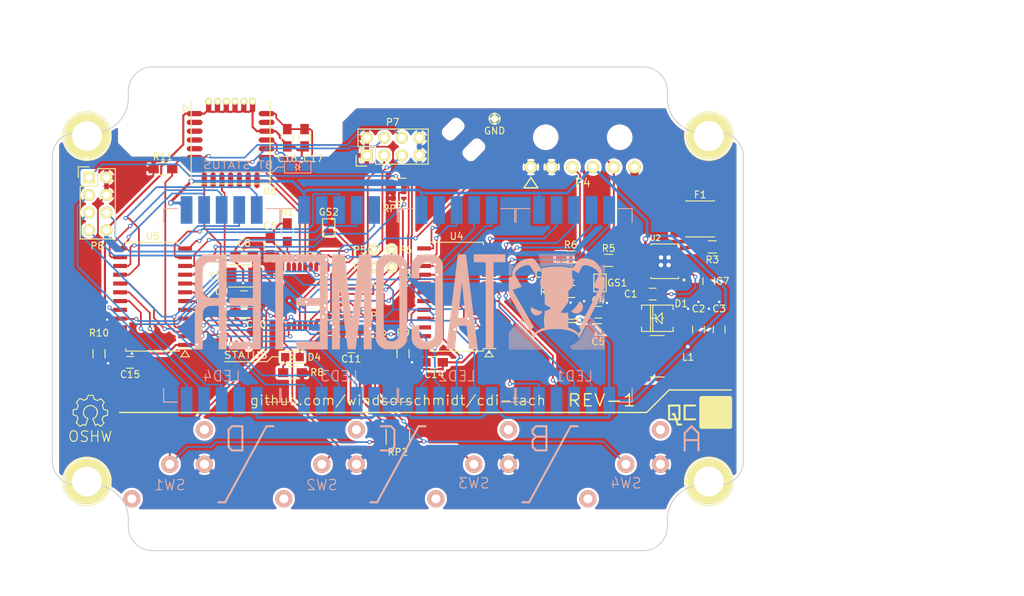
<source format=kicad_pcb>
(kicad_pcb (version 4) (host pcbnew "(2015-08-16 BZR 6096, Git c63f6aa)-product")
  (layers (0 F.Cu mixed) (31 B.Cu mixed) (34 B.Paste user) (35 F.Paste user) (36 B.SilkS user) (37 F.SilkS user) (38 B.Mask user) (39 F.Mask user) (44 Edge.Cuts user))
  (net 0 "")
  (net 1 "Net-(C1-Pad1)")
  (net 2 "Net-(C1-Pad2)")
  (net 3 +5V)
  (net 4 GND)
  (net 5 +3V3)
  (net 6 "Net-(C7-Pad2)")
  (net 7 "Net-(C8-Pad2)")
  (net 8 "Net-(C9-Pad2)")
  (net 9 TACH)
  (net 10 "Net-(D4-Pad1)")
  (net 11 "Net-(D4-Pad2)")
  (net 12 LED1_A)
  (net 13 LED1_B)
  (net 14 LED1_C)
  (net 15 LED1_D)
  (net 16 LED1_E)
  (net 17 LED1_F)
  (net 18 LED1_G)
  (net 19 LED1_DP)
  (net 20 LED2_A)
  (net 21 LED2_B)
  (net 22 LED2_C)
  (net 23 LED2_D)
  (net 24 LED2_E)
  (net 25 LED2_F)
  (net 26 LED2_G)
  (net 27 LED2_DP)
  (net 28 LED3_A)
  (net 29 LED3_B)
  (net 30 LED3_C)
  (net 31 LED3_D)
  (net 32 LED3_E)
  (net 33 LED3_F)
  (net 34 LED3_G)
  (net 35 LED3_DP)
  (net 36 LED4_A)
  (net 37 LED4_B)
  (net 38 LED4_C)
  (net 39 LED4_D)
  (net 40 LED4_E)
  (net 41 LED4_F)
  (net 42 LED4_G)
  (net 43 LED4_DP)
  (net 44 +12V)
  (net 45 "Net-(GS1-Pad1)")
  (net 46 "Net-(P2-Pad1)")
  (net 47 "Net-(P3-Pad1)")
  (net 48 SPEED)
  (net 49 "Net-(P4-Pad4)")
  (net 50 SWCLK)
  (net 51 USART_TX)
  (net 52 SWDIO)
  (net 53 USART_RX)
  (net 54 SPI_MOSI)
  (net 55 SPI_MISO)
  (net 56 SPI_SCK)
  (net 57 LCD_RST)
  (net 58 "Net-(R1-Pad1)")
  (net 59 "Net-(R3-Pad1)")
  (net 60 "Net-(R9-Pad1)")
  (net 61 "Net-(R10-Pad1)")
  (net 62 BTN_B)
  (net 63 BTN_C)
  (net 64 BTN_A)
  (net 65 BTN_D)
  (net 66 LED_LATCH)
  (net 67 LED_BLANK)
  (net 68 "Net-(U4-Pad22)")
  (net 69 "Net-(D5-Pad2)")
  (net 70 "Net-(GS2-Pad1)")
  (net 71 SPI_CS)
  (net 72 BT_NRST)
  (net 73 BT_CONN)
  (net 74 BT_STRM)
  (module cdi-tach:badger_face_logo (layer B.Cu) (at 173 83 180)
    (fp_text reference ART1 hide)
    (fp_text value badger_logo hide)
  )
  (module cdi-tach:Symbol_OSHW-Logo_SilkScreen (layer F.Cu) (at 105.5 99)
    (fp_text reference ART2 hide)
    (fp_text value OSHW_logo hide)
  )
  (module cdi-tach:tacometer_logo (layer B.Cu) (at 143 83 180)
    (fp_text reference ART3 hide)
    (fp_text value part_logo hide)
  )
  (module cdi-tach:Diode_SSB44 (layer F.Cu) (at 187.55 85.375 180)
    (fp_text reference D1 (at -3.45 2.125 180) (layer F.SilkS))
    (fp_text value SSB44 hide)
    (pad 1 smd rect (at -2.0066 0 180) (size 1.80086 2.19964) (layers F.Cu F.Paste F.Mask) (net 4 GND))
    (pad 2 smd rect (at 2.0066 0 180) (size 1.80086 2.19964) (layers F.Cu F.Paste F.Mask) (net 1 "Net-(C1-Pad1)"))
  )
  (module cdi-tach:LED_0805 (layer F.Cu) (at 134.75 91)
    (fp_text reference D4 (at 3.15 0 180) (layer F.SilkS))
    (fp_text value STATUS (at -6.75 -0.3) (layer F.SilkS) (effects (font (size 1 1.2))))
    (pad 1 smd rect (at 1.04902 0) (size 1.19888 1.19888) (layers F.Cu F.Paste F.Mask) (net 10 "Net-(D4-Pad1)"))
    (pad 2 smd rect (at -1.04902 0) (size 1.19888 1.19888) (layers F.Cu F.Paste F.Mask) (net 11 "Net-(D4-Pad2)"))
  )
  (module cdi-tach:Fuse_Resettable (layer F.Cu) (at 193.75 71)
    (fp_text reference F1 (at 0 -3.5) (layer F.SilkS))
    (fp_text value "3.7A Polyswitch" hide)
    (pad 1 smd rect (at -3.3 0) (size 2 5.3) (layers F.Cu F.Paste F.Mask) (net 44 +12V))
    (pad 2 smd rect (at 3.3 0) (size 2 5.3) (layers F.Cu F.Paste F.Mask) (net 6 "Net-(C7-Pad2)"))
  )
  (module Connect:GS2 (layer F.Cu) (at 179.25 80.25)
    (fp_text reference GS1 (at 2.5 0 180) (layer F.SilkS))
    (fp_text value SPD_PU)
    (pad 1 smd rect (at 0 -0.635) (size 1.27 0.9652) (layers F.Cu F.Paste F.Mask) (net 45 "Net-(GS1-Pad1)"))
    (pad 2 smd rect (at 0 0.635) (size 1.27 0.9652) (layers F.Cu F.Paste F.Mask) (net 5 +3V3))
  )
  (module cdi-tach:Inductor_Bourns_SRN6045_6mm (layer F.Cu) (at 187.55 90.875 180)
    (fp_text reference L1 (at -4.45 -0.125 180) (layer F.SilkS))
    (fp_text value 6.8uH hide)
    (pad 1 smd rect (at 2.15 0 180) (size 2 6) (layers F.Cu F.Paste F.Mask) (net 1 "Net-(C1-Pad1)"))
    (pad 2 smd rect (at -2.15 0 180) (size 2 6) (layers F.Cu F.Paste F.Mask) (net 3 +5V))
  )
  (module cdi-tach:MOUNT_ZIP_TIE (layer F.Cu) (at 158 58 45)
    (fp_text reference MNT1 hide)
    (fp_text value zip_tie_slot hide)
    (fp_line (start -1.375 0.25) (end -1.375 -0.25) (layer Edge.Cuts) (width 0.01))
    (fp_line (start 0.875 0.75) (end -0.875 0.75) (layer Edge.Cuts) (width 0.01))
    (fp_line (start 1.375 -0.25) (end 1.375 0.25) (layer Edge.Cuts) (width 0.01))
    (fp_line (start -0.875 -0.75) (end 0.875 -0.75) (layer Edge.Cuts) (width 0.01))
    (fp_arc (start -0.875 -0.25) (end -1.375 -0.25) (angle 90) (layer Edge.Cuts) (width 0.01))
    (fp_arc (start -0.875 0.25) (end -0.875 0.75) (angle 90) (layer Edge.Cuts) (width 0.01))
    (fp_arc (start 0.875 0.25) (end 1.375 0.25) (angle 90) (layer Edge.Cuts) (width 0.01))
    (fp_arc (start 0.875 -0.25) (end 0.875 -0.75) (angle 90) (layer Edge.Cuts) (width 0.01))
  )
  (module cdi-tach:Screw_M4 (layer F.Cu) (at 105 59)
    (fp_text reference MNT2 hide)
    (fp_text value 4mm_screw hide)
    (pad "" np_thru_hole circle (at 0 0) (size 6.5 6.5) (drill 4.3) (layers *.Cu *.Mask F.SilkS))
  )
  (module cdi-tach:Screw_M4 (layer F.Cu) (at 195 59)
    (fp_text reference MNT3 hide)
    (fp_text value 4mm_screw hide)
    (pad "" np_thru_hole circle (at 0 0) (size 6.5 6.5) (drill 4.3) (layers *.Cu *.Mask F.SilkS))
  )
  (module cdi-tach:Screw_M4 (layer F.Cu) (at 105 109)
    (fp_text reference MNT4 hide)
    (fp_text value 4mm_screw hide)
    (pad "" np_thru_hole circle (at 0 0) (size 6.5 6.5) (drill 4.3) (layers *.Cu *.Mask F.SilkS))
  )
  (module cdi-tach:Screw_M4 (layer F.Cu) (at 195 109)
    (fp_text reference MNT5 hide)
    (fp_text value 4mm_screw hide)
    (pad "" np_thru_hole circle (at 0 0) (size 6.5 6.5) (drill 4.3) (layers *.Cu *.Mask F.SilkS))
  )
  (module cdi-tach:MOUNT_ZIP_TIE (layer F.Cu) (at 161 61 45)
    (fp_text reference MNT6 hide)
    (fp_text value zip_tie_slot hide)
    (fp_line (start -1.375 0.25) (end -1.375 -0.25) (layer Edge.Cuts) (width 0.01))
    (fp_line (start 0.875 0.75) (end -0.875 0.75) (layer Edge.Cuts) (width 0.01))
    (fp_line (start 1.375 -0.25) (end 1.375 0.25) (layer Edge.Cuts) (width 0.01))
    (fp_line (start -0.875 -0.75) (end 0.875 -0.75) (layer Edge.Cuts) (width 0.01))
    (fp_arc (start -0.875 -0.25) (end -1.375 -0.25) (angle 90) (layer Edge.Cuts) (width 0.01))
    (fp_arc (start -0.875 0.25) (end -0.875 0.75) (angle 90) (layer Edge.Cuts) (width 0.01))
    (fp_arc (start 0.875 0.25) (end 1.375 0.25) (angle 90) (layer Edge.Cuts) (width 0.01))
    (fp_arc (start 0.875 -0.25) (end 0.875 -0.75) (angle 90) (layer Edge.Cuts) (width 0.01))
  )
  (module Connect:PINTST (layer F.Cu) (at 164 56.5)
    (fp_text reference GND (at 0 1.75) (layer F.SilkS))
    (fp_text value GND)
    (pad 1 thru_hole circle (at 0 0) (size 1.143 1.143) (drill 0.635) (layers *.Cu *.Mask F.SilkS) (net 4 GND))
  )
  (module Connect:PINTST (layer F.Cu) (at 146.558 77.978)
    (fp_text reference P2 (at -2.058 0.022) (layer F.SilkS))
    (fp_text value SDA)
    (pad 1 thru_hole circle (at 0 0) (size 1.143 1.143) (drill 0.635) (layers *.Cu *.Mask F.SilkS) (net 46 "Net-(P2-Pad1)"))
  )
  (module Connect:PINTST (layer F.Cu) (at 149.098 77.978)
    (fp_text reference P3 (at 1.902 1.022) (layer F.SilkS))
    (fp_text value SCL)
    (pad 1 thru_hole circle (at 0 0) (size 1.143 1.143) (drill 0.635) (layers *.Cu *.Mask F.SilkS) (net 47 "Net-(P3-Pad1)"))
  )
  (module Connect:PINTST (layer F.Cu) (at 146.558 75.438)
    (fp_text reference P5 (at -2.058 0.062) (layer F.SilkS))
    (fp_text value SPEED)
    (pad 1 thru_hole circle (at 0 0) (size 1.143 1.143) (drill 0.635) (layers *.Cu *.Mask F.SilkS) (net 48 SPEED))
  )
  (module Connect:PINTST (layer F.Cu) (at 149.098 75.438)
    (fp_text reference P6 (at 2.002 0.062) (layer F.SilkS))
    (fp_text value TACH)
    (pad 1 thru_hole circle (at 0 0) (size 1.143 1.143) (drill 0.635) (layers *.Cu *.Mask F.SilkS) (net 9 TACH))
  )
  (module Pin_Headers:Pin_Header_Straight_2x04 (layer F.Cu) (at 145.5 61.8 90)
    (fp_text reference P7 (at 4.8 3.75 180) (layer F.SilkS))
    (fp_text value DEBUG hide)
    (pad 1 thru_hole rect (at 0 0 90) (size 1.7272 1.7272) (drill 1.016) (layers *.Cu *.Mask F.SilkS) (net 5 +3V3))
    (pad 2 thru_hole oval (at 2.54 0 90) (size 1.7272 1.7272) (drill 1.016) (layers *.Cu *.Mask F.SilkS) (net 5 +3V3))
    (pad 3 thru_hole oval (at 0 2.54 90) (size 1.7272 1.7272) (drill 1.016) (layers *.Cu *.Mask F.SilkS) (net 50 SWCLK))
    (pad 4 thru_hole oval (at 2.54 2.54 90) (size 1.7272 1.7272) (drill 1.016) (layers *.Cu *.Mask F.SilkS) (net 51 USART_TX))
    (pad 5 thru_hole oval (at 0 5.08 90) (size 1.7272 1.7272) (drill 1.016) (layers *.Cu *.Mask F.SilkS) (net 52 SWDIO))
    (pad 6 thru_hole oval (at 2.54 5.08 90) (size 1.7272 1.7272) (drill 1.016) (layers *.Cu *.Mask F.SilkS) (net 53 USART_RX))
    (pad 7 thru_hole oval (at 0 7.62 90) (size 1.7272 1.7272) (drill 1.016) (layers *.Cu *.Mask F.SilkS) (net 4 GND))
    (pad 8 thru_hole oval (at 2.54 7.62 90) (size 1.7272 1.7272) (drill 1.016) (layers *.Cu *.Mask F.SilkS) (net 4 GND))
  )
  (module Pin_Headers:Pin_Header_Straight_2x04 (layer F.Cu) (at 105.3 65)
    (fp_text reference P8 (at 1.2 9.9 180) (layer F.SilkS))
    (fp_text value LCD hide)
    (pad 1 thru_hole rect (at 0 0) (size 1.7272 1.7272) (drill 1.016) (layers *.Cu *.Mask F.SilkS) (net 54 SPI_MOSI))
    (pad 2 thru_hole oval (at 2.54 0) (size 1.7272 1.7272) (drill 1.016) (layers *.Cu *.Mask F.SilkS) (net 5 +3V3))
    (pad 3 thru_hole oval (at 0 2.54) (size 1.7272 1.7272) (drill 1.016) (layers *.Cu *.Mask F.SilkS) (net 55 SPI_MISO))
    (pad 4 thru_hole oval (at 2.54 2.54) (size 1.7272 1.7272) (drill 1.016) (layers *.Cu *.Mask F.SilkS) (net 5 +3V3))
    (pad 5 thru_hole oval (at 0 5.08) (size 1.7272 1.7272) (drill 1.016) (layers *.Cu *.Mask F.SilkS) (net 56 SPI_SCK))
    (pad 6 thru_hole oval (at 2.54 5.08) (size 1.7272 1.7272) (drill 1.016) (layers *.Cu *.Mask F.SilkS) (net 57 LCD_RST))
    (pad 7 thru_hole oval (at 0 7.62) (size 1.7272 1.7272) (drill 1.016) (layers *.Cu *.Mask F.SilkS) (net 71 SPI_CS))
    (pad 8 thru_hole oval (at 2.54 7.62) (size 1.7272 1.7272) (drill 1.016) (layers *.Cu *.Mask F.SilkS) (net 4 GND))
  )
  (module cdi-tach:pushbutton_marquardt_6450 (layer B.Cu) (at 117 106.5)
    (fp_text reference SW1 (at 0 3) (layer B.SilkS) (effects (font (size 1.5 1.5)) (justify mirror)))
    (fp_text value A)
    (pad ~ thru_hole circle (at 5 -5) (size 2.5 2.5) (drill 1.3) (layers *.Cu *.Mask B.SilkS))
    (pad ~ thru_hole circle (at -5.5 5) (size 2.5 2.5) (drill 1.3) (layers *.Cu *.Mask B.SilkS))
    (pad 2 thru_hole circle (at 5 0) (size 2.5 2.5) (drill 1.3) (layers *.Cu *.Mask B.SilkS) (net 4 GND))
    (pad 1 thru_hole circle (at 0 0) (size 2.5 2.5) (drill 1.3) (layers *.Cu *.Mask B.SilkS) (net 64 BTN_A))
  )
  (module cdi-tach:pushbutton_marquardt_6450 (layer B.Cu) (at 139 106.5)
    (fp_text reference SW2 (at 0 3) (layer B.SilkS) (effects (font (size 1.5 1.5)) (justify mirror)))
    (fp_text value B)
    (pad ~ thru_hole circle (at 5 -5) (size 2.5 2.5) (drill 1.3) (layers *.Cu *.Mask B.SilkS))
    (pad ~ thru_hole circle (at -5.5 5) (size 2.5 2.5) (drill 1.3) (layers *.Cu *.Mask B.SilkS))
    (pad 2 thru_hole circle (at 5 0) (size 2.5 2.5) (drill 1.3) (layers *.Cu *.Mask B.SilkS) (net 4 GND))
    (pad 1 thru_hole circle (at 0 0) (size 2.5 2.5) (drill 1.3) (layers *.Cu *.Mask B.SilkS) (net 62 BTN_B))
  )
  (module cdi-tach:pushbutton_marquardt_6450 (layer B.Cu) (at 161 106.5)
    (fp_text reference SW3 (at 0 2.75) (layer B.SilkS) (effects (font (size 1.5 1.5)) (justify mirror)))
    (fp_text value C)
    (pad ~ thru_hole circle (at 5 -5) (size 2.5 2.5) (drill 1.3) (layers *.Cu *.Mask B.SilkS))
    (pad ~ thru_hole circle (at -5.5 5) (size 2.5 2.5) (drill 1.3) (layers *.Cu *.Mask B.SilkS))
    (pad 2 thru_hole circle (at 5 0) (size 2.5 2.5) (drill 1.3) (layers *.Cu *.Mask B.SilkS) (net 4 GND))
    (pad 1 thru_hole circle (at 0 0) (size 2.5 2.5) (drill 1.3) (layers *.Cu *.Mask B.SilkS) (net 63 BTN_C))
  )
  (module cdi-tach:pushbutton_marquardt_6450 (layer B.Cu) (at 183 106.5)
    (fp_text reference SW4 (at 0 2.75) (layer B.SilkS) (effects (font (size 1.5 1.5)) (justify mirror)))
    (fp_text value D)
    (pad ~ thru_hole circle (at 5 -5) (size 2.5 2.5) (drill 1.3) (layers *.Cu *.Mask B.SilkS))
    (pad ~ thru_hole circle (at -5.5 5) (size 2.5 2.5) (drill 1.3) (layers *.Cu *.Mask B.SilkS))
    (pad 2 thru_hole circle (at 5 0) (size 2.5 2.5) (drill 1.3) (layers *.Cu *.Mask B.SilkS) (net 4 GND))
    (pad 1 thru_hole circle (at 0 0) (size 2.5 2.5) (drill 1.3) (layers *.Cu *.Mask B.SilkS) (net 65 BTN_D))
  )
  (module Housings_SOT-23_SOT-143_TSOT-6:SOT-23-5 (layer F.Cu) (at 174.5 85.75 270)
    (fp_text reference U1 (at 0 2.5 360) (layer F.SilkS))
    (fp_text value MIC5504-3.3YM5 hide)
    (pad 1 smd rect (at -1.1 -0.95 270) (size 1.06 0.65) (layers F.Cu F.Paste F.Mask) (net 3 +5V))
    (pad 2 smd rect (at -1.1 0 270) (size 1.06 0.65) (layers F.Cu F.Paste F.Mask) (net 4 GND))
    (pad 3 smd rect (at -1.1 0.95 270) (size 1.06 0.65) (layers F.Cu F.Paste F.Mask) (net 3 +5V))
    (pad 4 smd rect (at 1.1 0.95 270) (size 1.06 0.65) (layers F.Cu F.Paste F.Mask))
    (pad 5 smd rect (at 1.1 -0.95 270) (size 1.06 0.65) (layers F.Cu F.Paste F.Mask) (net 5 +3V3))
  )
  (module cdi-tach:ADP2302_SOIC8 (layer F.Cu) (at 188.625 77.125 90)
    (fp_text reference U2 (at 3.375 -1.375 180) (layer F.SilkS) (effects (font (size 0.8 0.8))))
    (fp_text value ADP2302ARDZ-5.0 hide)
    (pad 1 smd rect (at -1.905 2.794 90) (size 0.635 1.27) (layers F.Cu F.Mask) (net 2 "Net-(C1-Pad2)"))
    (pad 2 smd rect (at -0.635 2.794 90) (size 0.635 1.27) (layers F.Cu F.Mask) (net 6 "Net-(C7-Pad2)"))
    (pad 3 smd rect (at 0.635 2.794 90) (size 0.635 1.27) (layers F.Cu F.Mask) (net 6 "Net-(C7-Pad2)"))
    (pad 4 smd rect (at 1.905 2.794 90) (size 0.635 1.27) (layers F.Cu F.Mask) (net 59 "Net-(R3-Pad1)"))
    (pad 5 smd rect (at 1.905 -2.794 90) (size 0.635 1.27) (layers F.Cu F.Mask) (net 3 +5V))
    (pad 6 smd rect (at 0.635 -2.794 90) (size 0.635 1.27) (layers F.Cu F.Mask))
    (pad 7 smd rect (at -0.635 -2.794 90) (size 0.635 1.27) (layers F.Cu F.Mask) (net 4 GND))
    (pad 8 smd rect (at -1.905 -2.794 90) (size 0.635 1.27) (layers F.Cu F.Mask) (net 1 "Net-(C1-Pad1)"))
    (pad 9 smd rect (at 0 0 180) (size 2.29 2.29) (layers F.Cu F.Mask) (net 4 GND))
    (pad 9 thru_hole circle (at -0.55 -0.55 90) (size 1 1) (drill 0.635) (layers *.Cu *.Mask) (net 4 GND) (clearance 0.05))
    (pad 9 thru_hole circle (at 0.55 -0.55 90) (size 1 1) (drill 0.635) (layers *.Cu *.Mask) (net 4 GND) (clearance 0.05))
    (pad 9 thru_hole circle (at 0.55 0.55 90) (size 1 1) (drill 0.635) (layers *.Cu *.Mask) (net 4 GND) (clearance 0.05))
    (pad 9 thru_hole circle (at -0.55 0.55 90) (size 1 1) (drill 0.635) (layers *.Cu *.Mask) (net 4 GND) (clearance 0.05))
  )
  (module Housings_QFP:LQFP-32_7x7mm_Pitch0.8mm (layer F.Cu) (at 137 82.25)
    (fp_text reference U3 (at 0 -5.85) (layer F.SilkS))
    (fp_text value STM32F030K6T6 hide)
    (pad 1 smd rect (at -4.25 -2.8) (size 1.2 0.6) (layers F.Cu F.Paste F.Mask) (net 5 +3V3))
    (pad 2 smd rect (at -4.25 -2) (size 1.2 0.6) (layers F.Cu F.Paste F.Mask) (net 7 "Net-(C8-Pad2)"))
    (pad 3 smd rect (at -4.25 -1.2) (size 1.2 0.6) (layers F.Cu F.Paste F.Mask) (net 8 "Net-(C9-Pad2)"))
    (pad 4 smd rect (at -4.25 -0.4) (size 1.2 0.6) (layers F.Cu F.Paste F.Mask))
    (pad 5 smd rect (at -4.25 0.4) (size 1.2 0.6) (layers F.Cu F.Paste F.Mask) (net 5 +3V3))
    (pad 6 smd rect (at -4.25 1.2) (size 1.2 0.6) (layers F.Cu F.Paste F.Mask) (net 64 BTN_A))
    (pad 7 smd rect (at -4.25 2) (size 1.2 0.6) (layers F.Cu F.Paste F.Mask) (net 62 BTN_B))
    (pad 8 smd rect (at -4.25 2.8) (size 1.2 0.6) (layers F.Cu F.Paste F.Mask) (net 51 USART_TX))
    (pad 9 smd rect (at -2.8 4.25 90) (size 1.2 0.6) (layers F.Cu F.Paste F.Mask) (net 53 USART_RX))
    (pad 10 smd rect (at -2 4.25 90) (size 1.2 0.6) (layers F.Cu F.Paste F.Mask) (net 66 LED_LATCH))
    (pad 11 smd rect (at -1.2 4.25 90) (size 1.2 0.6) (layers F.Cu F.Paste F.Mask) (net 71 SPI_CS))
    (pad 12 smd rect (at -0.4 4.25 90) (size 1.2 0.6) (layers F.Cu F.Paste F.Mask) (net 55 SPI_MISO))
    (pad 13 smd rect (at 0.4 4.25 90) (size 1.2 0.6) (layers F.Cu F.Paste F.Mask) (net 54 SPI_MOSI))
    (pad 14 smd rect (at 1.2 4.25 90) (size 1.2 0.6) (layers F.Cu F.Paste F.Mask) (net 67 LED_BLANK))
    (pad 15 smd rect (at 2 4.25 90) (size 1.2 0.6) (layers F.Cu F.Paste F.Mask) (net 10 "Net-(D4-Pad1)"))
    (pad 16 smd rect (at 2.8 4.25 90) (size 1.2 0.6) (layers F.Cu F.Paste F.Mask) (net 4 GND))
    (pad 17 smd rect (at 4.25 2.8) (size 1.2 0.6) (layers F.Cu F.Paste F.Mask) (net 5 +3V3))
    (pad 18 smd rect (at 4.25 2) (size 1.2 0.6) (layers F.Cu F.Paste F.Mask) (net 70 "Net-(GS2-Pad1)"))
    (pad 19 smd rect (at 4.25 1.2) (size 1.2 0.6) (layers F.Cu F.Paste F.Mask) (net 63 BTN_C))
    (pad 20 smd rect (at 4.25 0.4) (size 1.2 0.6) (layers F.Cu F.Paste F.Mask) (net 65 BTN_D))
    (pad 21 smd rect (at 4.25 -0.4) (size 1.2 0.6) (layers F.Cu F.Paste F.Mask) (net 47 "Net-(P3-Pad1)"))
    (pad 22 smd rect (at 4.25 -1.2) (size 1.2 0.6) (layers F.Cu F.Paste F.Mask) (net 46 "Net-(P2-Pad1)"))
    (pad 23 smd rect (at 4.25 -2) (size 1.2 0.6) (layers F.Cu F.Paste F.Mask) (net 52 SWDIO))
    (pad 24 smd rect (at 4.25 -2.8) (size 1.2 0.6) (layers F.Cu F.Paste F.Mask) (net 50 SWCLK))
    (pad 25 smd rect (at 2.8 -4.25 90) (size 1.2 0.6) (layers F.Cu F.Paste F.Mask) (net 57 LCD_RST))
    (pad 26 smd rect (at 2 -4.25 90) (size 1.2 0.6) (layers F.Cu F.Paste F.Mask) (net 72 BT_NRST))
    (pad 27 smd rect (at 1.2 -4.25 90) (size 1.2 0.6) (layers F.Cu F.Paste F.Mask) (net 9 TACH))
    (pad 28 smd rect (at 0.4 -4.25 90) (size 1.2 0.6) (layers F.Cu F.Paste F.Mask) (net 48 SPEED))
    (pad 29 smd rect (at -0.4 -4.25 90) (size 1.2 0.6) (layers F.Cu F.Paste F.Mask) (net 73 BT_CONN))
    (pad 30 smd rect (at -1.2 -4.25 90) (size 1.2 0.6) (layers F.Cu F.Paste F.Mask) (net 74 BT_STRM))
    (pad 31 smd rect (at -2 -4.25 90) (size 1.2 0.6) (layers F.Cu F.Paste F.Mask) (net 58 "Net-(R1-Pad1)"))
    (pad 32 smd rect (at -2.8 -4.25 90) (size 1.2 0.6) (layers F.Cu F.Paste F.Mask) (net 4 GND))
  )
  (module cdi-tach:label_qc (layer F.Cu) (at 196 99)
    (fp_text reference ART4 hide)
    (fp_text value QC_label hide)
  )
  (module Resistors_SMD:R_0805_HandSoldering (layer F.Cu) (at 106.75 90.5 270)
    (fp_text reference R10 (at -3 0 360) (layer F.SilkS))
    (fp_text value 3K)
    (pad 1 smd rect (at -1.35 0 270) (size 1.5 1.3) (layers F.Cu F.Paste F.Mask) (net 61 "Net-(R10-Pad1)"))
    (pad 2 smd rect (at 1.35 0 270) (size 1.5 1.3) (layers F.Cu F.Paste F.Mask) (net 4 GND))
  )
  (module Resistors_SMD:R_0805_HandSoldering (layer F.Cu) (at 150.75 90.5 270)
    (fp_text reference R9 (at -3 0 360) (layer F.SilkS))
    (fp_text value 3K)
    (pad 1 smd rect (at -1.35 0 270) (size 1.5 1.3) (layers F.Cu F.Paste F.Mask) (net 60 "Net-(R9-Pad1)"))
    (pad 2 smd rect (at 1.35 0 270) (size 1.5 1.3) (layers F.Cu F.Paste F.Mask) (net 4 GND))
  )
  (module Resistors_SMD:R_0805_HandSoldering (layer F.Cu) (at 134.75 93.25)
    (fp_text reference R8 (at 3.55 -0.05) (layer F.SilkS))
    (fp_text value 39)
    (pad 1 smd rect (at -1.35 0) (size 1.5 1.3) (layers F.Cu F.Paste F.Mask) (net 11 "Net-(D4-Pad2)"))
    (pad 2 smd rect (at 1.35 0) (size 1.5 1.3) (layers F.Cu F.Paste F.Mask) (net 5 +3V3))
  )
  (module Resistors_SMD:R_0805_HandSoldering (layer F.Cu) (at 175 81.5)
    (fp_text reference R7 (at -3.5 0) (layer F.SilkS))
    (fp_text value 12.1K)
    (pad 1 smd rect (at -1.35 0) (size 1.5 1.3) (layers F.Cu F.Paste F.Mask) (net 9 TACH))
    (pad 2 smd rect (at 1.35 0) (size 1.5 1.3) (layers F.Cu F.Paste F.Mask) (net 4 GND))
  )
  (module Resistors_SMD:R_0805_HandSoldering (layer F.Cu) (at 175 76.5 180)
    (fp_text reference R6 (at 0 1.75 180) (layer F.SilkS))
    (fp_text value 100K)
    (pad 1 smd rect (at -1.35 0 180) (size 1.5 1.3) (layers F.Cu F.Paste F.Mask) (net 49 "Net-(P4-Pad4)"))
    (pad 2 smd rect (at 1.35 0 180) (size 1.5 1.3) (layers F.Cu F.Paste F.Mask) (net 9 TACH))
  )
  (module Resistors_SMD:R_0805_HandSoldering (layer F.Cu) (at 180.5 77 180)
    (fp_text reference R5 (at 0 1.75 180) (layer F.SilkS))
    (fp_text value 3K)
    (pad 1 smd rect (at -1.35 0 180) (size 1.5 1.3) (layers F.Cu F.Paste F.Mask) (net 48 SPEED))
    (pad 2 smd rect (at 1.35 0 180) (size 1.5 1.3) (layers F.Cu F.Paste F.Mask) (net 45 "Net-(GS1-Pad1)"))
  )
  (module Resistors_SMD:R_0805_HandSoldering (layer F.Cu) (at 195.5 75.05)
    (fp_text reference R3 (at 0 1.85) (layer F.SilkS))
    (fp_text value 100K)
    (pad 1 smd rect (at -1.35 0) (size 1.5 1.3) (layers F.Cu F.Paste F.Mask) (net 59 "Net-(R3-Pad1)"))
    (pad 2 smd rect (at 1.35 0) (size 1.5 1.3) (layers F.Cu F.Paste F.Mask) (net 6 "Net-(C7-Pad2)"))
  )
  (module Resistors_SMD:R_0805_HandSoldering (layer F.Cu) (at 134 73 90)
    (fp_text reference R1 (at 3 0 180) (layer F.SilkS))
    (fp_text value 3K)
    (pad 1 smd rect (at -1.35 0 90) (size 1.5 1.3) (layers F.Cu F.Paste F.Mask) (net 58 "Net-(R1-Pad1)"))
    (pad 2 smd rect (at 1.35 0 90) (size 1.5 1.3) (layers F.Cu F.Paste F.Mask) (net 4 GND))
  )
  (module Capacitors_SMD:C_0805_HandSoldering (layer F.Cu) (at 111.25 91.75 180)
    (fp_text reference C15 (at 0 -1.75 180) (layer F.SilkS))
    (fp_text value 1uF)
    (pad 1 smd rect (at -1.25 0 180) (size 1.5 1.25) (layers F.Cu F.Paste F.Mask) (net 4 GND))
    (pad 2 smd rect (at 1.25 0 180) (size 1.5 1.25) (layers F.Cu F.Paste F.Mask) (net 5 +3V3))
  )
  (module Capacitors_SMD:C_0805_HandSoldering (layer F.Cu) (at 155.25 91.75 180)
    (fp_text reference C14 (at 0 -1.75 180) (layer F.SilkS))
    (fp_text value 1uF)
    (pad 1 smd rect (at -1.25 0 180) (size 1.5 1.25) (layers F.Cu F.Paste F.Mask) (net 4 GND))
    (pad 2 smd rect (at 1.25 0 180) (size 1.5 1.25) (layers F.Cu F.Paste F.Mask) (net 5 +3V3))
  )
  (module Capacitors_SMD:C_0805_HandSoldering (layer F.Cu) (at 175 79 180)
    (fp_text reference C13 (at 3.75 0 180) (layer F.SilkS))
    (fp_text value 22nF)
    (pad 1 smd rect (at -1.25 0 180) (size 1.5 1.25) (layers F.Cu F.Paste F.Mask) (net 4 GND))
    (pad 2 smd rect (at 1.25 0 180) (size 1.5 1.25) (layers F.Cu F.Paste F.Mask) (net 9 TACH))
  )
  (module Capacitors_SMD:C_0805_HandSoldering (layer F.Cu) (at 143.25 87.25)
    (fp_text reference C12 (at 3.75 0.5) (layer F.SilkS))
    (fp_text value 100nF)
    (pad 1 smd rect (at -1.25 0) (size 1.5 1.25) (layers F.Cu F.Paste F.Mask) (net 5 +3V3))
    (pad 2 smd rect (at 1.25 0) (size 1.5 1.25) (layers F.Cu F.Paste F.Mask) (net 4 GND))
  )
  (module Capacitors_SMD:C_0805_HandSoldering (layer F.Cu) (at 143.25 89.5)
    (fp_text reference C11 (at 0 1.75) (layer F.SilkS))
    (fp_text value 4.7uF)
    (pad 1 smd rect (at -1.25 0) (size 1.5 1.25) (layers F.Cu F.Paste F.Mask) (net 5 +3V3))
    (pad 2 smd rect (at 1.25 0) (size 1.5 1.25) (layers F.Cu F.Paste F.Mask) (net 4 GND))
  )
  (module Capacitors_SMD:C_0805_HandSoldering (layer F.Cu) (at 127.75 84.5)
    (fp_text reference C10 (at 1.75 1.75) (layer F.SilkS))
    (fp_text value 100nF)
    (pad 1 smd rect (at -1.25 0) (size 1.5 1.25) (layers F.Cu F.Paste F.Mask) (net 4 GND))
    (pad 2 smd rect (at 1.25 0) (size 1.5 1.25) (layers F.Cu F.Paste F.Mask) (net 5 +3V3))
  )
  (module Capacitors_SMD:C_0805_HandSoldering (layer F.Cu) (at 127.75 82.25)
    (fp_text reference C9 (at -3.25 -0.75) (layer F.SilkS))
    (fp_text value 18pF)
    (pad 1 smd rect (at -1.25 0) (size 1.5 1.25) (layers F.Cu F.Paste F.Mask) (net 4 GND))
    (pad 2 smd rect (at 1.25 0) (size 1.5 1.25) (layers F.Cu F.Paste F.Mask) (net 8 "Net-(C9-Pad2)"))
  )
  (module Capacitors_SMD:C_0805_HandSoldering (layer F.Cu) (at 127.75 76.25)
    (fp_text reference C8 (at 0 -1.75) (layer F.SilkS))
    (fp_text value 18pF)
    (pad 1 smd rect (at -1.25 0) (size 1.5 1.25) (layers F.Cu F.Paste F.Mask) (net 4 GND))
    (pad 2 smd rect (at 1.25 0) (size 1.5 1.25) (layers F.Cu F.Paste F.Mask) (net 7 "Net-(C8-Pad2)"))
  )
  (module Capacitors_SMD:C_0805_HandSoldering (layer F.Cu) (at 195 80 90)
    (fp_text reference C7 (at 0 2 180) (layer F.SilkS))
    (fp_text value 10uF)
    (pad 1 smd rect (at -1.25 0 90) (size 1.5 1.25) (layers F.Cu F.Paste F.Mask) (net 4 GND))
    (pad 2 smd rect (at 1.25 0 90) (size 1.5 1.25) (layers F.Cu F.Paste F.Mask) (net 6 "Net-(C7-Pad2)"))
  )
  (module Capacitors_SMD:C_0805_HandSoldering (layer F.Cu) (at 131.5 75 270)
    (fp_text reference C6 (at -3 0 540) (layer F.SilkS))
    (fp_text value 100nF)
    (pad 1 smd rect (at -1.25 0 270) (size 1.5 1.25) (layers F.Cu F.Paste F.Mask) (net 4 GND))
    (pad 2 smd rect (at 1.25 0 270) (size 1.5 1.25) (layers F.Cu F.Paste F.Mask) (net 5 +3V3))
  )
  (module Capacitors_SMD:C_0805_HandSoldering (layer F.Cu) (at 179 87)
    (fp_text reference C5 (at 0 1.75) (layer F.SilkS))
    (fp_text value 1uF)
    (pad 1 smd rect (at -1.25 0) (size 1.5 1.25) (layers F.Cu F.Paste F.Mask) (net 5 +3V3))
    (pad 2 smd rect (at 1.25 0) (size 1.5 1.25) (layers F.Cu F.Paste F.Mask) (net 4 GND))
  )
  (module Capacitors_SMD:C_0805_HandSoldering (layer F.Cu) (at 179 84.5)
    (fp_text reference C4 (at 0 -1.7) (layer F.SilkS))
    (fp_text value 1uF)
    (pad 1 smd rect (at -1.25 0) (size 1.5 1.25) (layers F.Cu F.Paste F.Mask) (net 3 +5V))
    (pad 2 smd rect (at 1.25 0) (size 1.5 1.25) (layers F.Cu F.Paste F.Mask) (net 4 GND))
  )
  (module Capacitors_SMD:C_0805_HandSoldering (layer F.Cu) (at 196.5 87 90)
    (fp_text reference C3 (at 3 0 180) (layer F.SilkS))
    (fp_text value 22uF)
    (pad 1 smd rect (at -1.25 0 90) (size 1.5 1.25) (layers F.Cu F.Paste F.Mask) (net 3 +5V))
    (pad 2 smd rect (at 1.25 0 90) (size 1.5 1.25) (layers F.Cu F.Paste F.Mask) (net 4 GND))
  )
  (module Capacitors_SMD:C_0805_HandSoldering (layer F.Cu) (at 193.5 87 90)
    (fp_text reference C2 (at 3 0 180) (layer F.SilkS))
    (fp_text value 22uF)
    (pad 1 smd rect (at -1.25 0 90) (size 1.5 1.25) (layers F.Cu F.Paste F.Mask) (net 3 +5V))
    (pad 2 smd rect (at 1.25 0 90) (size 1.5 1.25) (layers F.Cu F.Paste F.Mask) (net 4 GND))
  )
  (module Capacitors_SMD:C_0805_HandSoldering (layer F.Cu) (at 186.875 81.875)
    (fp_text reference C1 (at -3.175 -0.025) (layer F.SilkS))
    (fp_text value 100nF)
    (pad 1 smd rect (at -1.25 0) (size 1.5 1.25) (layers F.Cu F.Paste F.Mask) (net 1 "Net-(C1-Pad1)"))
    (pad 2 smd rect (at 1.25 0) (size 1.5 1.25) (layers F.Cu F.Paste F.Mask) (net 2 "Net-(C1-Pad2)"))
  )
  (module cdi-tach:crystal_txc_7a_5x3.2mm (layer F.Cu) (at 127.5 79.25)
    (fp_text reference Y1 (at -4 0) (layer F.SilkS))
    (fp_text value 7A-8.000MAAE-T hide)
    (pad 1 smd rect (at -1.85 0) (size 2 2.4) (layers F.Cu F.Paste F.Mask) (net 8 "Net-(C9-Pad2)"))
    (pad 2 smd rect (at 1.85 0) (size 2 2.4) (layers F.Cu F.Paste F.Mask) (net 7 "Net-(C8-Pad2)"))
  )
  (module cdi-tach:micro-fit_1x6_ra (layer F.Cu) (at 176.75 63.5 180)
    (fp_text reference P4 (at 0 -2.25 180) (layer F.SilkS) (effects (font (size 1.2 1.2))))
    (fp_text value PWR_SPD_TACH hide)
    (pad "" np_thru_hole circle (at -5.35 4.32 180) (size 3 3) (drill 3) (layers *.Cu *.Mask F.SilkS))
    (pad 1 thru_hole circle (at -7.5 0 180) (size 1.8 1.8) (drill 1.02) (layers *.Cu *.Mask F.SilkS) (net 44 +12V))
    (pad 2 thru_hole circle (at -4.5 0 180) (size 1.8 1.8) (drill 1.02) (layers *.Cu *.Mask F.SilkS) (net 48 SPEED))
    (pad 3 thru_hole circle (at -1.5 0 180) (size 1.8 1.8) (drill 1.02) (layers *.Cu *.Mask F.SilkS) (net 3 +5V))
    (pad 4 thru_hole circle (at 1.5 0 180) (size 1.8 1.8) (drill 1.02) (layers *.Cu *.Mask F.SilkS) (net 49 "Net-(P4-Pad4)"))
    (pad 5 thru_hole circle (at 4.5 0 180) (size 1.8 1.8) (drill 1.02) (layers *.Cu *.Mask F.SilkS) (net 4 GND))
    (pad 6 thru_hole circle (at 7.5 0 180) (size 1.8 1.8) (drill 1.02) (layers *.Cu *.Mask F.SilkS) (net 4 GND))
    (pad "" np_thru_hole circle (at 5.35 4.32 180) (size 3 3) (drill 3) (layers *.Cu *.Mask F.SilkS))
  )
  (module Capacitors_SMD:C_0805_HandSoldering (layer F.Cu) (at 134 59.25 270)
    (fp_text reference C16 (at 3 0 360) (layer F.SilkS))
    (fp_text value 10uF)
    (pad 1 smd rect (at -1.25 0 270) (size 1.5 1.25) (layers F.Cu F.Paste F.Mask) (net 5 +3V3))
    (pad 2 smd rect (at 1.25 0 270) (size 1.5 1.25) (layers F.Cu F.Paste F.Mask) (net 4 GND))
  )
  (module Capacitors_SMD:C_0805_HandSoldering (layer F.Cu) (at 136.5 59.25 270)
    (fp_text reference C17 (at 3 -1.25 360) (layer F.SilkS))
    (fp_text value 100nF)
    (pad 1 smd rect (at -1.25 0 270) (size 1.5 1.25) (layers F.Cu F.Paste F.Mask) (net 5 +3V3))
    (pad 2 smd rect (at 1.25 0 270) (size 1.5 1.25) (layers F.Cu F.Paste F.Mask) (net 4 GND))
  )
  (module cdi-tach:LED_0805 (layer B.Cu) (at 135.5 63.5)
    (fp_text reference D5)
    (fp_text value "BT STATUS" (at -8.6 -0.3) (layer B.SilkS) (effects (font (size 1.1 1.3)) (justify mirror)))
    (pad 1 smd rect (at 1.04902 0) (size 1.19888 1.19888) (layers B.Cu B.Paste B.Mask) (net 4 GND))
    (pad 2 smd rect (at -1.04902 0) (size 1.19888 1.19888) (layers B.Cu B.Paste B.Mask) (net 69 "Net-(D5-Pad2)"))
  )
  (module Connect:GS2 (layer F.Cu) (at 140 72.25 180)
    (fp_text reference GS2 (at 0 2.25 360) (layer F.SilkS))
    (fp_text value MODE)
    (pad 1 smd rect (at 0 -0.635 180) (size 1.27 0.9652) (layers F.Cu F.Paste F.Mask) (net 70 "Net-(GS2-Pad1)"))
    (pad 2 smd rect (at 0 0.635 180) (size 1.27 0.9652) (layers F.Cu F.Paste F.Mask) (net 5 +3V3))
  )
  (module Resistors_SMD:R_0805_HandSoldering (layer F.Cu) (at 116 63.75)
    (fp_text reference R11 (at 0 -1.75) (layer F.SilkS))
    (fp_text value 10K)
    (pad 1 smd rect (at -1.35 0) (size 1.5 1.3) (layers F.Cu F.Paste F.Mask) (net 5 +3V3))
    (pad 2 smd rect (at 1.35 0) (size 1.5 1.3) (layers F.Cu F.Paste F.Mask) (net 53 USART_RX))
  )
  (module cdi-tach:ACSA08-51SEKWA (layer B.Cu) (at 175.5 83.5 180)
    (fp_text reference LED1 (at 0 -10.25 180) (layer B.SilkS) (effects (font (size 1.5 1.5)) (justify mirror)))
    (fp_text value ACSA08-51SEKWA)
    (pad 1 smd rect (at -5.08 -13.8 180) (size 1.7 4) (layers B.Cu B.Paste B.Mask) (net 3 +5V))
    (pad 2 smd rect (at -2.54 -13.8 180) (size 1.7 4) (layers B.Cu B.Paste B.Mask) (net 16 LED1_E))
    (pad 3 smd rect (at 0 -13.8 180) (size 1.7 4) (layers B.Cu B.Paste B.Mask) (net 15 LED1_D))
    (pad 4 smd rect (at 2.54 -13.8 180) (size 1.7 4) (layers B.Cu B.Paste B.Mask) (net 14 LED1_C))
    (pad 5 smd rect (at 5.08 -13.8 180) (size 1.7 4) (layers B.Cu B.Paste B.Mask) (net 19 LED1_DP))
    (pad 6 smd rect (at 5.08 13.8 180) (size 1.7 4) (layers B.Cu B.Paste B.Mask) (net 3 +5V))
    (pad 7 smd rect (at 2.54 13.8 180) (size 1.7 4) (layers B.Cu B.Paste B.Mask) (net 13 LED1_B))
    (pad 8 smd rect (at 0 13.8 180) (size 1.7 4) (layers B.Cu B.Paste B.Mask) (net 12 LED1_A))
    (pad 9 smd rect (at -2.54 13.8 180) (size 1.7 4) (layers B.Cu B.Paste B.Mask) (net 17 LED1_F))
    (pad 10 smd rect (at -5.08 13.8 180) (size 1.7 4) (layers B.Cu B.Paste B.Mask) (net 18 LED1_G))
  )
  (module cdi-tach:ACSA08-51SEKWA (layer B.Cu) (at 158.5 83.5 180)
    (fp_text reference LED2 (at 0 -10.25 180) (layer B.SilkS) (effects (font (size 1.5 1.5)) (justify mirror)))
    (fp_text value ACSA08-51SEKWA)
    (pad 1 smd rect (at -5.08 -13.8 180) (size 1.7 4) (layers B.Cu B.Paste B.Mask) (net 3 +5V))
    (pad 2 smd rect (at -2.54 -13.8 180) (size 1.7 4) (layers B.Cu B.Paste B.Mask) (net 24 LED2_E))
    (pad 3 smd rect (at 0 -13.8 180) (size 1.7 4) (layers B.Cu B.Paste B.Mask) (net 23 LED2_D))
    (pad 4 smd rect (at 2.54 -13.8 180) (size 1.7 4) (layers B.Cu B.Paste B.Mask) (net 22 LED2_C))
    (pad 5 smd rect (at 5.08 -13.8 180) (size 1.7 4) (layers B.Cu B.Paste B.Mask) (net 27 LED2_DP))
    (pad 6 smd rect (at 5.08 13.8 180) (size 1.7 4) (layers B.Cu B.Paste B.Mask) (net 3 +5V))
    (pad 7 smd rect (at 2.54 13.8 180) (size 1.7 4) (layers B.Cu B.Paste B.Mask) (net 21 LED2_B))
    (pad 8 smd rect (at 0 13.8 180) (size 1.7 4) (layers B.Cu B.Paste B.Mask) (net 20 LED2_A))
    (pad 9 smd rect (at -2.54 13.8 180) (size 1.7 4) (layers B.Cu B.Paste B.Mask) (net 25 LED2_F))
    (pad 10 smd rect (at -5.08 13.8 180) (size 1.7 4) (layers B.Cu B.Paste B.Mask) (net 26 LED2_G))
  )
  (module cdi-tach:ACSA08-51SEKWA (layer B.Cu) (at 141.5 83.5 180)
    (fp_text reference LED3 (at 0 -10.25 180) (layer B.SilkS) (effects (font (size 1.5 1.5)) (justify mirror)))
    (fp_text value ACSA08-51SEKWA)
    (pad 1 smd rect (at -5.08 -13.8 180) (size 1.7 4) (layers B.Cu B.Paste B.Mask) (net 3 +5V))
    (pad 2 smd rect (at -2.54 -13.8 180) (size 1.7 4) (layers B.Cu B.Paste B.Mask) (net 32 LED3_E))
    (pad 3 smd rect (at 0 -13.8 180) (size 1.7 4) (layers B.Cu B.Paste B.Mask) (net 31 LED3_D))
    (pad 4 smd rect (at 2.54 -13.8 180) (size 1.7 4) (layers B.Cu B.Paste B.Mask) (net 30 LED3_C))
    (pad 5 smd rect (at 5.08 -13.8 180) (size 1.7 4) (layers B.Cu B.Paste B.Mask) (net 35 LED3_DP))
    (pad 6 smd rect (at 5.08 13.8 180) (size 1.7 4) (layers B.Cu B.Paste B.Mask) (net 3 +5V))
    (pad 7 smd rect (at 2.54 13.8 180) (size 1.7 4) (layers B.Cu B.Paste B.Mask) (net 29 LED3_B))
    (pad 8 smd rect (at 0 13.8 180) (size 1.7 4) (layers B.Cu B.Paste B.Mask) (net 28 LED3_A))
    (pad 9 smd rect (at -2.54 13.8 180) (size 1.7 4) (layers B.Cu B.Paste B.Mask) (net 33 LED3_F))
    (pad 10 smd rect (at -5.08 13.8 180) (size 1.7 4) (layers B.Cu B.Paste B.Mask) (net 34 LED3_G))
  )
  (module cdi-tach:ACSA08-51SEKWA (layer B.Cu) (at 124.5 83.5 180)
    (fp_text reference LED4 (at 0 -10.25 180) (layer B.SilkS) (effects (font (size 1.5 1.5)) (justify mirror)))
    (fp_text value ACSA08-51SEKWA)
    (pad 1 smd rect (at -5.08 -13.8 180) (size 1.7 4) (layers B.Cu B.Paste B.Mask) (net 3 +5V))
    (pad 2 smd rect (at -2.54 -13.8 180) (size 1.7 4) (layers B.Cu B.Paste B.Mask) (net 40 LED4_E))
    (pad 3 smd rect (at 0 -13.8 180) (size 1.7 4) (layers B.Cu B.Paste B.Mask) (net 39 LED4_D))
    (pad 4 smd rect (at 2.54 -13.8 180) (size 1.7 4) (layers B.Cu B.Paste B.Mask) (net 38 LED4_C))
    (pad 5 smd rect (at 5.08 -13.8 180) (size 1.7 4) (layers B.Cu B.Paste B.Mask) (net 43 LED4_DP))
    (pad 6 smd rect (at 5.08 13.8 180) (size 1.7 4) (layers B.Cu B.Paste B.Mask) (net 3 +5V))
    (pad 7 smd rect (at 2.54 13.8 180) (size 1.7 4) (layers B.Cu B.Paste B.Mask) (net 37 LED4_B))
    (pad 8 smd rect (at 0 13.8 180) (size 1.7 4) (layers B.Cu B.Paste B.Mask) (net 36 LED4_A))
    (pad 9 smd rect (at -2.54 13.8 180) (size 1.7 4) (layers B.Cu B.Paste B.Mask) (net 41 LED4_F))
    (pad 10 smd rect (at -5.08 13.8 180) (size 1.7 4) (layers B.Cu B.Paste B.Mask) (net 42 LED4_G))
  )
  (module cdi-tach:SOIC-24_7.5x15.4mm_Pitch1.27mm (layer F.Cu) (at 158.5 82.25 180)
    (fp_text reference U4 (at 0 8.75 180) (layer F.SilkS))
    (fp_text value CAT4016)
    (pad 1 smd rect (at -4.7 -6.985 180) (size 2 0.6) (layers F.Cu F.Paste F.Mask) (net 4 GND))
    (pad 2 smd rect (at -4.7 -5.715 180) (size 2 0.6) (layers F.Cu F.Paste F.Mask) (net 54 SPI_MOSI))
    (pad 3 smd rect (at -4.7 -4.445 180) (size 2 0.6) (layers F.Cu F.Paste F.Mask) (net 56 SPI_SCK))
    (pad 4 smd rect (at -4.7 -3.175 180) (size 2 0.6) (layers F.Cu F.Paste F.Mask) (net 66 LED_LATCH))
    (pad 5 smd rect (at -4.7 -1.905 180) (size 2 0.6) (layers F.Cu F.Paste F.Mask) (net 19 LED1_DP))
    (pad 6 smd rect (at -4.7 -0.635 180) (size 2 0.6) (layers F.Cu F.Paste F.Mask) (net 14 LED1_C))
    (pad 7 smd rect (at -4.7 0.635 180) (size 2 0.6) (layers F.Cu F.Paste F.Mask) (net 15 LED1_D))
    (pad 8 smd rect (at -4.7 1.905 180) (size 2 0.6) (layers F.Cu F.Paste F.Mask) (net 16 LED1_E))
    (pad 9 smd rect (at -4.7 3.175 180) (size 2 0.6) (layers F.Cu F.Paste F.Mask) (net 18 LED1_G))
    (pad 10 smd rect (at -4.7 4.445 180) (size 2 0.6) (layers F.Cu F.Paste F.Mask) (net 17 LED1_F))
    (pad 11 smd rect (at -4.7 5.715 180) (size 2 0.6) (layers F.Cu F.Paste F.Mask) (net 12 LED1_A))
    (pad 12 smd rect (at -4.7 6.985 180) (size 2 0.6) (layers F.Cu F.Paste F.Mask) (net 13 LED1_B))
    (pad 13 smd rect (at 4.7 6.985 180) (size 2 0.6) (layers F.Cu F.Paste F.Mask) (net 21 LED2_B))
    (pad 14 smd rect (at 4.7 5.715 180) (size 2 0.6) (layers F.Cu F.Paste F.Mask) (net 20 LED2_A))
    (pad 15 smd rect (at 4.7 4.445 180) (size 2 0.6) (layers F.Cu F.Paste F.Mask) (net 25 LED2_F))
    (pad 16 smd rect (at 4.7 3.175 180) (size 2 0.6) (layers F.Cu F.Paste F.Mask) (net 26 LED2_G))
    (pad 17 smd rect (at 4.7 1.905 180) (size 2 0.6) (layers F.Cu F.Paste F.Mask) (net 24 LED2_E))
    (pad 18 smd rect (at 4.7 0.635 180) (size 2 0.6) (layers F.Cu F.Paste F.Mask) (net 23 LED2_D))
    (pad 19 smd rect (at 4.7 -0.635 180) (size 2 0.6) (layers F.Cu F.Paste F.Mask) (net 22 LED2_C))
    (pad 20 smd rect (at 4.7 -1.905 180) (size 2 0.6) (layers F.Cu F.Paste F.Mask) (net 27 LED2_DP))
    (pad 21 smd rect (at 4.7 -3.175 180) (size 2 0.6) (layers F.Cu F.Paste F.Mask) (net 67 LED_BLANK))
    (pad 22 smd rect (at 4.7 -4.445 180) (size 2 0.6) (layers F.Cu F.Paste F.Mask) (net 68 "Net-(U4-Pad22)"))
    (pad 23 smd rect (at 4.7 -5.715 180) (size 2 0.6) (layers F.Cu F.Paste F.Mask) (net 60 "Net-(R9-Pad1)"))
    (pad 24 smd rect (at 4.7 -6.985 180) (size 2 0.6) (layers F.Cu F.Paste F.Mask) (net 5 +3V3))
  )
  (module cdi-tach:AMS002-S (layer F.Cu) (at 125.8 59.95)
    (fp_text reference U6 (at 5.7 7.05) (layer F.SilkS))
    (fp_text value AMS002-S)
    (pad 22 smd oval (at 3.175 -5.334) (size 0.762 2.032) (layers F.Cu F.Paste F.Mask) (net 4 GND))
    (pad 8 smd oval (at -3.81 5.461) (size 0.762 2.286) (layers F.Cu F.Paste F.Mask) (net 72 BT_NRST))
    (pad 9 smd oval (at -2.54 5.461) (size 0.762 2.286) (layers F.Cu F.Paste F.Mask))
    (pad 10 smd oval (at -1.27 5.461) (size 0.762 2.286) (layers F.Cu F.Paste F.Mask) (net 51 USART_TX))
    (pad 11 smd oval (at 0 5.461) (size 0.762 2.286) (layers F.Cu F.Paste F.Mask))
    (pad 12 smd oval (at 1.27 5.461) (size 0.762 2.286) (layers F.Cu F.Paste F.Mask))
    (pad 13 smd oval (at 2.54 5.461) (size 0.762 2.286) (layers F.Cu F.Paste F.Mask))
    (pad 14 smd oval (at 3.81 5.461) (size 0.762 2.286) (layers F.Cu F.Paste F.Mask) (net 74 BT_STRM))
    (pad 1 smd oval (at -5.207 -4.191) (size 2.286 0.762) (layers F.Cu F.Paste F.Mask) (net 4 GND))
    (pad 2 smd oval (at -5.207 -2.921) (size 2.286 0.762) (layers F.Cu F.Paste F.Mask))
    (pad 3 smd oval (at -5.207 -1.651) (size 2.286 0.762) (layers F.Cu F.Paste F.Mask))
    (pad 4 smd oval (at -5.207 -0.381) (size 2.286 0.762) (layers F.Cu F.Paste F.Mask))
    (pad 5 smd oval (at -5.207 0.889) (size 2.286 0.762) (layers F.Cu F.Paste F.Mask))
    (pad 6 smd oval (at -5.207 2.159) (size 2.286 0.762) (layers F.Cu F.Paste F.Mask) (net 53 USART_RX))
    (pad 7 smd oval (at -5.207 3.429) (size 2.286 0.762) (layers F.Cu F.Paste F.Mask))
    (pad 21 smd oval (at 5.207 -4.191) (size 2.286 0.762) (layers F.Cu F.Paste F.Mask) (net 5 +3V3))
    (pad 20 smd oval (at 5.207 -2.921) (size 2.286 0.762) (layers F.Cu F.Paste F.Mask))
    (pad 19 smd oval (at 5.207 -1.651) (size 2.286 0.762) (layers F.Cu F.Paste F.Mask) (net 4 GND))
    (pad 18 smd oval (at 5.207 -0.381) (size 2.286 0.762) (layers F.Cu F.Paste F.Mask) (net 69 "Net-(D5-Pad2)"))
    (pad 17 smd oval (at 5.207 0.889) (size 2.286 0.762) (layers F.Cu F.Paste F.Mask))
    (pad 16 smd oval (at 5.207 2.159) (size 2.286 0.762) (layers F.Cu F.Paste F.Mask))
    (pad 15 smd oval (at 5.207 3.429) (size 2.286 0.762) (layers F.Cu F.Paste F.Mask) (net 73 BT_CONN))
    (pad 23 smd oval (at 1.905 -5.334) (size 0.762 2.032) (layers F.Cu F.Paste F.Mask) (net 4 GND))
    (pad 24 smd oval (at 0.635 -5.334) (size 0.762 2.032) (layers F.Cu F.Paste F.Mask) (net 4 GND))
    (pad 25 smd oval (at -0.635 -5.334) (size 0.762 2.032) (layers F.Cu F.Paste F.Mask) (net 4 GND))
    (pad 26 smd oval (at -1.905 -5.334) (size 0.762 2.032) (layers F.Cu F.Paste F.Mask) (net 4 GND))
    (pad 27 smd oval (at -3.175 -5.334) (size 0.762 2.032) (layers F.Cu F.Paste F.Mask) (net 4 GND))
    (pad 22 thru_hole circle (at 3.175 -5.969) (size 1 1) (drill 0.5) (layers *.Cu *.Mask F.SilkS) (net 4 GND))
    (pad 23 thru_hole circle (at 1.905 -5.969) (size 1 1) (drill 0.5) (layers *.Cu *.Mask F.SilkS) (net 4 GND))
    (pad 24 thru_hole circle (at 0.635 -5.969) (size 1 1) (drill 0.5) (layers *.Cu *.Mask F.SilkS) (net 4 GND))
    (pad 25 thru_hole circle (at -0.635 -5.969) (size 1 1) (drill 0.5) (layers *.Cu *.Mask F.SilkS) (net 4 GND))
    (pad 26 thru_hole circle (at -1.905 -5.969) (size 1 1) (drill 0.5) (layers *.Cu *.Mask F.SilkS) (net 4 GND))
    (pad 27 thru_hole circle (at -3.175 -5.969) (size 1 1) (drill 0.5) (layers *.Cu *.Mask F.SilkS) (net 4 GND))
  )
  (module cdi-tach:R_Cat16-4 (layer F.Cu) (at 146.5 82.25 180)
    (fp_text reference RP1 (at 0 -2.75 180) (layer F.SilkS))
    (fp_text value 4.7K)
    (pad 2 smd rect (at 0.762 0.39878 180) (size 0.762 0.4318) (layers F.Cu F.Paste F.Mask) (net 47 "Net-(P3-Pad1)"))
    (pad 7 smd rect (at -0.762 0.39878 180) (size 0.762 0.4318) (layers F.Cu F.Paste F.Mask) (net 5 +3V3))
    (pad 3 smd rect (at 0.762 -0.39878 180) (size 0.762 0.4318) (layers F.Cu F.Paste F.Mask))
    (pad 6 smd rect (at -0.762 -0.39878 180) (size 0.762 0.4318) (layers F.Cu F.Paste F.Mask))
    (pad 1 smd rect (at 0.762 1.19888 180) (size 0.762 0.4318) (layers F.Cu F.Paste F.Mask) (net 46 "Net-(P2-Pad1)"))
    (pad 4 smd rect (at 0.762 -1.19888 180) (size 0.762 0.4318) (layers F.Cu F.Paste F.Mask))
    (pad 5 smd rect (at -0.762 -1.19888 180) (size 0.762 0.4318) (layers F.Cu F.Paste F.Mask))
    (pad 8 smd rect (at -0.762 1.19888 180) (size 0.762 0.4318) (layers F.Cu F.Paste F.Mask) (net 5 +3V3))
  )
  (module cdi-tach:R_Cat16-4 (layer F.Cu) (at 150 102.5 270)
    (fp_text reference RP2 (at 2.25 0 360) (layer F.SilkS))
    (fp_text value 4.7K)
    (pad 2 smd rect (at 0.762 0.39878 270) (size 0.762 0.4318) (layers F.Cu F.Paste F.Mask) (net 62 BTN_B))
    (pad 7 smd rect (at -0.762 0.39878 270) (size 0.762 0.4318) (layers F.Cu F.Paste F.Mask) (net 5 +3V3))
    (pad 3 smd rect (at 0.762 -0.39878 270) (size 0.762 0.4318) (layers F.Cu F.Paste F.Mask) (net 63 BTN_C))
    (pad 6 smd rect (at -0.762 -0.39878 270) (size 0.762 0.4318) (layers F.Cu F.Paste F.Mask) (net 5 +3V3))
    (pad 1 smd rect (at 0.762 1.19888 270) (size 0.762 0.4318) (layers F.Cu F.Paste F.Mask) (net 64 BTN_A))
    (pad 4 smd rect (at 0.762 -1.19888 270) (size 0.762 0.4318) (layers F.Cu F.Paste F.Mask) (net 65 BTN_D))
    (pad 5 smd rect (at -0.762 -1.19888 270) (size 0.762 0.4318) (layers F.Cu F.Paste F.Mask) (net 5 +3V3))
    (pad 8 smd rect (at -0.762 1.19888 270) (size 0.762 0.4318) (layers F.Cu F.Paste F.Mask) (net 5 +3V3))
  )
  (module cdi-tach:R_Cat16-4 (layer F.Cu) (at 150.1 66.8 180)
    (fp_text reference RP3 (at 0.85 -2.7 180) (layer F.SilkS))
    (fp_text value 4.7K)
    (pad 2 smd rect (at 0.762 0.39878 180) (size 0.762 0.4318) (layers F.Cu F.Paste F.Mask) (net 5 +3V3))
    (pad 7 smd rect (at -0.762 0.39878 180) (size 0.762 0.4318) (layers F.Cu F.Paste F.Mask) (net 55 SPI_MISO))
    (pad 3 smd rect (at 0.762 -0.39878 180) (size 0.762 0.4318) (layers F.Cu F.Paste F.Mask) (net 5 +3V3))
    (pad 6 smd rect (at -0.762 -0.39878 180) (size 0.762 0.4318) (layers F.Cu F.Paste F.Mask) (net 56 SPI_SCK))
    (pad 1 smd rect (at 0.762 1.19888 180) (size 0.762 0.4318) (layers F.Cu F.Paste F.Mask) (net 5 +3V3))
    (pad 4 smd rect (at 0.762 -1.19888 180) (size 0.762 0.4318) (layers F.Cu F.Paste F.Mask) (net 5 +3V3))
    (pad 5 smd rect (at -0.762 -1.19888 180) (size 0.762 0.4318) (layers F.Cu F.Paste F.Mask) (net 71 SPI_CS))
    (pad 8 smd rect (at -0.762 1.19888 180) (size 0.762 0.4318) (layers F.Cu F.Paste F.Mask) (net 54 SPI_MOSI))
  )
  (module cdi-tach:SOIC-24_7.5x15.4mm_Pitch1.27mm (layer F.Cu) (at 114.5 82.25 180)
    (fp_text reference U5 (at 0 8.75 180) (layer F.SilkS))
    (fp_text value CAT4016)
    (pad 1 smd rect (at -4.7 -6.985 180) (size 2 0.6) (layers F.Cu F.Paste F.Mask) (net 4 GND))
    (pad 2 smd rect (at -4.7 -5.715 180) (size 2 0.6) (layers F.Cu F.Paste F.Mask) (net 68 "Net-(U4-Pad22)"))
    (pad 3 smd rect (at -4.7 -4.445 180) (size 2 0.6) (layers F.Cu F.Paste F.Mask) (net 56 SPI_SCK))
    (pad 4 smd rect (at -4.7 -3.175 180) (size 2 0.6) (layers F.Cu F.Paste F.Mask) (net 66 LED_LATCH))
    (pad 5 smd rect (at -4.7 -1.905 180) (size 2 0.6) (layers F.Cu F.Paste F.Mask) (net 35 LED3_DP))
    (pad 6 smd rect (at -4.7 -0.635 180) (size 2 0.6) (layers F.Cu F.Paste F.Mask) (net 30 LED3_C))
    (pad 7 smd rect (at -4.7 0.635 180) (size 2 0.6) (layers F.Cu F.Paste F.Mask) (net 31 LED3_D))
    (pad 8 smd rect (at -4.7 1.905 180) (size 2 0.6) (layers F.Cu F.Paste F.Mask) (net 32 LED3_E))
    (pad 9 smd rect (at -4.7 3.175 180) (size 2 0.6) (layers F.Cu F.Paste F.Mask) (net 34 LED3_G))
    (pad 10 smd rect (at -4.7 4.445 180) (size 2 0.6) (layers F.Cu F.Paste F.Mask) (net 33 LED3_F))
    (pad 11 smd rect (at -4.7 5.715 180) (size 2 0.6) (layers F.Cu F.Paste F.Mask) (net 28 LED3_A))
    (pad 12 smd rect (at -4.7 6.985 180) (size 2 0.6) (layers F.Cu F.Paste F.Mask) (net 29 LED3_B))
    (pad 13 smd rect (at 4.7 6.985 180) (size 2 0.6) (layers F.Cu F.Paste F.Mask) (net 37 LED4_B))
    (pad 14 smd rect (at 4.7 5.715 180) (size 2 0.6) (layers F.Cu F.Paste F.Mask) (net 36 LED4_A))
    (pad 15 smd rect (at 4.7 4.445 180) (size 2 0.6) (layers F.Cu F.Paste F.Mask) (net 41 LED4_F))
    (pad 16 smd rect (at 4.7 3.175 180) (size 2 0.6) (layers F.Cu F.Paste F.Mask) (net 42 LED4_G))
    (pad 17 smd rect (at 4.7 1.905 180) (size 2 0.6) (layers F.Cu F.Paste F.Mask) (net 40 LED4_E))
    (pad 18 smd rect (at 4.7 0.635 180) (size 2 0.6) (layers F.Cu F.Paste F.Mask) (net 39 LED4_D))
    (pad 19 smd rect (at 4.7 -0.635 180) (size 2 0.6) (layers F.Cu F.Paste F.Mask) (net 38 LED4_C))
    (pad 20 smd rect (at 4.7 -1.905 180) (size 2 0.6) (layers F.Cu F.Paste F.Mask) (net 43 LED4_DP))
    (pad 21 smd rect (at 4.7 -3.175 180) (size 2 0.6) (layers F.Cu F.Paste F.Mask) (net 67 LED_BLANK))
    (pad 22 smd rect (at 4.7 -4.445 180) (size 2 0.6) (layers F.Cu F.Paste F.Mask))
    (pad 23 smd rect (at 4.7 -5.715 180) (size 2 0.6) (layers F.Cu F.Paste F.Mask) (net 61 "Net-(R10-Pad1)"))
    (pad 24 smd rect (at 4.7 -6.985 180) (size 2 0.6) (layers F.Cu F.Paste F.Mask) (net 5 +3V3))
  )
  (module cdi-tach:pcb_enclosure (layer F.Cu) (at 150 84)
    (fp_text reference "PCB enclosure")
    (fp_text value PCB_enclosure hide)
  )
  (gr_line (start 200 62) (end 200 106) (angle 90) (layer Edge.Cuts) (width 0.15))
  (gr_line (start 100 106) (end 100 62) (angle 90) (layer Edge.Cuts) (width 0.15))
  (gr_line (start 185.5 119) (end 114.5 119) (angle 90) (layer Edge.Cuts) (width 0.15))
  (gr_line (start 189 114.5) (end 189 115.5) (angle 90) (layer Edge.Cuts) (width 0.15))
  (gr_line (start 194 109.5) (end 196.5 109.5) (angle 90) (layer Edge.Cuts) (width 0.15))
  (gr_arc (start 185.5 115.5) (end 189 115.5) (angle 90) (layer Edge.Cuts) (width 0.15))
  (gr_arc (start 194 114.5) (end 189 114.5) (angle 90) (layer Edge.Cuts) (width 0.15))
  (gr_arc (start 196.5 106) (end 200 106) (angle 90) (layer Edge.Cuts) (width 0.15))
  (gr_line (start 114.5 49) (end 185.5 49) (angle 90) (layer Edge.Cuts) (width 0.15))
  (gr_line (start 189 52.5) (end 189 53.5) (angle 90) (layer Edge.Cuts) (width 0.15))
  (gr_line (start 194 58.5) (end 196.5 58.5) (angle 90) (layer Edge.Cuts) (width 0.15))
  (gr_arc (start 196.5 62) (end 196.5 58.5) (angle 90) (layer Edge.Cuts) (width 0.15))
  (gr_arc (start 194 53.5) (end 194 58.5) (angle 90) (layer Edge.Cuts) (width 0.15))
  (gr_arc (start 185.5 52.5) (end 185.5 49) (angle 90) (layer Edge.Cuts) (width 0.15))
  (gr_line (start 106 58.5) (end 103.5 58.5) (angle 90) (layer Edge.Cuts) (width 0.15))
  (gr_line (start 111 52.5) (end 111 53.5) (angle 90) (layer Edge.Cuts) (width 0.15))
  (gr_arc (start 114.5 52.5) (end 111 52.5) (angle 90) (layer Edge.Cuts) (width 0.15))
  (gr_arc (start 106 53.5) (end 111 53.5) (angle 90) (layer Edge.Cuts) (width 0.15))
  (gr_arc (start 103.5 62) (end 100 62) (angle 90) (layer Edge.Cuts) (width 0.15))
  (gr_line (start 111 114.5) (end 111 115.5) (angle 90) (layer Edge.Cuts) (width 0.15))
  (gr_line (start 103.5 109.5) (end 106 109.5) (angle 90) (layer Edge.Cuts) (width 0.15))
  (gr_arc (start 103.5 106) (end 103.5 109.5) (angle 90) (layer Edge.Cuts) (width 0.15))
  (gr_arc (start 106 114.5) (end 106 109.5) (angle 90) (layer Edge.Cuts) (width 0.15))
  (gr_arc (start 114.5 115.5) (end 114.5 119) (angle 90) (layer Edge.Cuts) (width 0.15))
  (gr_line (start 189.25 95.75) (end 198.25 95.75) (angle 90) (layer F.SilkS) (width 0.2))
  (gr_line (start 186 99) (end 189.25 95.75) (angle 90) (layer F.SilkS) (width 0.2))
  (gr_line (start 186 99) (end 109.73 99) (angle 90) (layer F.SilkS) (width 0.2))
  (gr_text github.com/windsorschmidt/cdi-tach (at 150 97.25) (layer F.SilkS) (effects (font (size 1.4 1.5))))
  (gr_line (start 131.9 64.2) (end 132.6 63.5) (angle 90) (layer B.SilkS) (width 0.15))
  (gr_line (start 131.1 91.65) (end 131.8 90.95) (angle 90) (layer F.SilkS) (width 0.15))
  (gr_line (start 169 112) (end 175 101) (angle 90) (layer B.SilkS) (width 0.3))
  (gr_line (start 125 112) (end 131 101) (angle 90) (layer B.SilkS) (width 0.3))
  (gr_line (start 191.5 103) (end 193.5 103) (angle 90) (layer B.SilkS) (width 0.3))
  (gr_line (start 191.5 102) (end 191.5 104.5) (angle 90) (layer B.SilkS) (width 0.3))
  (gr_line (start 192.5 101) (end 191.5 102) (angle 90) (layer B.SilkS) (width 0.3))
  (gr_line (start 193.5 102) (end 192.5 101) (angle 90) (layer B.SilkS) (width 0.3))
  (gr_line (start 193.5 104.5) (end 193.5 102) (angle 90) (layer B.SilkS) (width 0.3))
  (gr_line (start 170 102.5) (end 171.5 102.5) (angle 90) (layer B.SilkS) (width 0.3))
  (gr_line (start 170 104.5) (end 171.5 104.5) (angle 90) (layer B.SilkS) (width 0.3))
  (gr_line (start 169.5 104) (end 170 104.5) (angle 90) (layer B.SilkS) (width 0.3))
  (gr_line (start 169.5 103) (end 169.5 104) (angle 90) (layer B.SilkS) (width 0.3))
  (gr_line (start 170 102.5) (end 169.5 103) (angle 90) (layer B.SilkS) (width 0.3))
  (gr_line (start 169.5 102) (end 170 102.5) (angle 90) (layer B.SilkS) (width 0.3))
  (gr_line (start 169.5 101.5) (end 169.5 102) (angle 90) (layer B.SilkS) (width 0.3))
  (gr_line (start 170 101) (end 169.5 101.5) (angle 90) (layer B.SilkS) (width 0.3))
  (gr_line (start 171.5 101) (end 170 101) (angle 90) (layer B.SilkS) (width 0.3))
  (gr_line (start 171.5 104.5) (end 171.5 101) (angle 90) (layer B.SilkS) (width 0.3))
  (gr_line (start 149 101) (end 147.5 101) (angle 90) (layer B.SilkS) (width 0.3))
  (gr_line (start 149.5 101.5) (end 149 101) (angle 90) (layer B.SilkS) (width 0.3))
  (gr_line (start 149.5 104) (end 149.5 101.5) (angle 90) (layer B.SilkS) (width 0.3))
  (gr_line (start 149 104.5) (end 149.5 104) (angle 90) (layer B.SilkS) (width 0.3))
  (gr_line (start 147.5 104.5) (end 149 104.5) (angle 90) (layer B.SilkS) (width 0.3))
  (gr_line (start 126 104.5) (end 127.5 104.5) (angle 90) (layer B.SilkS) (width 0.3))
  (gr_line (start 125.5 104) (end 126 104.5) (angle 90) (layer B.SilkS) (width 0.3))
  (gr_line (start 125.5 101.5) (end 125.5 104) (angle 90) (layer B.SilkS) (width 0.3))
  (gr_line (start 126 101) (end 125.5 101.5) (angle 90) (layer B.SilkS) (width 0.3))
  (gr_line (start 127.5 101) (end 126 101) (angle 90) (layer B.SilkS) (width 0.3))
  (gr_line (start 127.5 104.5) (end 127.5 101) (angle 90) (layer B.SilkS) (width 0.3))
  (gr_line (start 131.9 64.2) (end 122 64.2) (angle 90) (layer B.SilkS) (width 0.15))
  (gr_line (start 133.6 63.5) (end 132.6 63.5) (angle 90) (layer B.SilkS) (width 0.15))
  (gr_line (start 131.1 91.65) (end 124.95 91.65) (angle 90) (layer F.SilkS) (width 0.15))
  (gr_line (start 132.8 90.95) (end 131.8 90.95) (angle 90) (layer F.SilkS) (width 0.15))
  (gr_line (start 175 101) (end 176 101) (angle 90) (layer B.SilkS) (width 0.3))
  (gr_line (start 168 112) (end 169 112) (angle 90) (layer B.SilkS) (width 0.3))
  (gr_line (start 153 101) (end 154 101) (angle 90) (layer B.SilkS) (width 0.3))
  (gr_line (start 147 112) (end 153 101) (angle 90) (layer B.SilkS) (width 0.3))
  (gr_line (start 146 112) (end 147 112) (angle 90) (layer B.SilkS) (width 0.3))
  (gr_line (start 131 101) (end 132 101) (angle 90) (layer B.SilkS) (width 0.3))
  (gr_line (start 124 112) (end 125 112) (angle 90) (layer B.SilkS) (width 0.3))
  (gr_text REV-1 (at 179.5 97.25) (layer F.SilkS) (effects (font (size 1.75 2) (thickness 0.2))))
  (via (at 189.575 81.875) (size 0.6) (drill 0.35) (layers F.Cu B.Cu) (net 2))
  (via (at 193.05 79.375) (size 0.6) (drill 0.35) (layers F.Cu B.Cu) (net 2))
  (segment (start 189.575 81.875) (end 188.125 81.875) (width 0.25) (layer F.Cu) (net 2))
  (segment (start 192.1 81.875) (end 189.575 81.875) (width 0.25) (layer B.Cu) (net 2))
  (segment (start 193.05 80.925) (end 192.1 81.875) (width 0.25) (layer B.Cu) (net 2))
  (segment (start 193.05 79.375) (end 193.05 80.925) (width 0.25) (layer B.Cu) (net 2))
  (segment (start 192.705 79.03) (end 193.05 79.375) (width 0.25) (layer F.Cu) (net 2))
  (segment (start 191.419 79.03) (end 192.705 79.03) (width 0.25) (layer F.Cu) (net 2))
  (segment (start 180.58 89.6319) (end 180.58 89.03) (width 0.4) (layer B.Cu) (net 3))
  (segment (start 180.58 97.3) (end 180.58 89.6319) (width 0.4) (layer B.Cu) (net 3))
  (segment (start 176.2803 85.6303) (end 175.45 85.6303) (width 0.4) (layer F.Cu) (net 3))
  (segment (start 176.3 85.65) (end 176.2803 85.6303) (width 0.4) (layer F.Cu) (net 3))
  (via (at 176.3 85.65) (size 0.8) (drill 0.5) (layers F.Cu B.Cu) (net 3))
  (segment (start 177.2 85.65) (end 176.3 85.65) (width 0.4) (layer B.Cu) (net 3))
  (segment (start 180.58 89.03) (end 177.2 85.65) (width 0.4) (layer B.Cu) (net 3))
  (segment (start 177.75 84.5) (end 175.6 84.5) (width 0.4) (layer F.Cu) (net 3))
  (segment (start 175.6 84.5) (end 175.45 84.65) (width 0.4) (layer F.Cu) (net 3))
  (segment (start 177.75 84.5) (end 177.75 84.5531) (width 0.4) (layer F.Cu) (net 3))
  (segment (start 180.58 97.3) (end 184.125 97.3) (width 0.4) (layer B.Cu) (net 3))
  (segment (start 184.125 97.3) (end 191.95 89.475) (width 0.4) (layer B.Cu) (net 3))
  (segment (start 151.5987 99.4227) (end 146.58 99.4227) (width 0.4) (layer B.Cu) (net 3))
  (segment (start 163.7977 98.0808) (end 162.1195 99.759) (width 0.4) (layer B.Cu) (net 3))
  (segment (start 162.1195 99.759) (end 151.935 99.759) (width 0.4) (layer B.Cu) (net 3))
  (segment (start 151.935 99.759) (end 151.5987 99.4227) (width 0.4) (layer B.Cu) (net 3))
  (segment (start 146.58 97.3) (end 146.58 99.3491) (width 0.4) (layer B.Cu) (net 3))
  (segment (start 146.58 99.4227) (end 146.2524 99.7503) (width 0.4) (layer B.Cu) (net 3))
  (segment (start 146.2524 99.7503) (end 129.58 99.7503) (width 0.4) (layer B.Cu) (net 3))
  (segment (start 146.58 99.4227) (end 146.58 99.3491) (width 0.4) (layer B.Cu) (net 3))
  (segment (start 129.58 97.3) (end 129.58 99.7503) (width 0.4) (layer B.Cu) (net 3))
  (via (at 191.95 89.475) (size 0.8) (drill 0.5) (layers F.Cu B.Cu) (net 3))
  (segment (start 190.55 90.875) (end 191.95 89.475) (width 0.4) (layer F.Cu) (net 3))
  (via (at 185.825 73.9) (size 0.8) (drill 0.5) (layers F.Cu B.Cu) (net 3))
  (via (at 120.1195 65.5527) (size 0.8) (drill 0.5) (layers F.Cu B.Cu) (net 3))
  (via (at 117.1337 68.6739) (size 0.8) (drill 0.5) (layers F.Cu B.Cu) (net 3))
  (segment (start 189.7 90.875) (end 190.55 90.875) (width 0.4) (layer F.Cu) (net 3))
  (segment (start 185.831 73.906) (end 185.831 75.22) (width 0.4) (layer F.Cu) (net 3))
  (segment (start 185.825 73.9) (end 185.831 73.906) (width 0.4) (layer F.Cu) (net 3))
  (segment (start 163.58 97.3) (end 163.58 97.8631) (width 0.4) (layer B.Cu) (net 3))
  (segment (start 180.58 97.3) (end 180.58 99.7503) (width 0.4) (layer B.Cu) (net 3))
  (segment (start 180.58 99.7503) (end 165.4672 99.7503) (width 0.4) (layer B.Cu) (net 3))
  (segment (start 165.4672 99.7503) (end 163.7977 98.0808) (width 0.4) (layer B.Cu) (net 3))
  (segment (start 173.55 84.65) (end 173.55 85.6303) (width 0.4) (layer F.Cu) (net 3))
  (segment (start 173.55 85.6303) (end 175.45 85.6303) (width 0.4) (layer F.Cu) (net 3))
  (segment (start 175.45 84.65) (end 175.45 85.1401) (width 0.4) (layer F.Cu) (net 3))
  (segment (start 175.45 85.1401) (end 175.45 85.6303) (width 0.4) (layer F.Cu) (net 3))
  (segment (start 170.42 69.7) (end 170.42 67.2497) (width 0.4) (layer B.Cu) (net 3))
  (segment (start 186.275 73.45) (end 186.05 73.675) (width 0.4) (layer B.Cu) (net 3))
  (segment (start 191.95 89.475) (end 197.425 84) (width 0.4) (layer B.Cu) (net 3))
  (segment (start 197.425 84) (end 197.425 81.15) (width 0.4) (layer B.Cu) (net 3))
  (segment (start 197.425 81.15) (end 189.725 73.45) (width 0.4) (layer B.Cu) (net 3))
  (segment (start 189.725 73.45) (end 186.275 73.45) (width 0.4) (layer B.Cu) (net 3))
  (segment (start 186.05 73.675) (end 185.825 73.9) (width 0.4) (layer B.Cu) (net 3))
  (segment (start 186.05 71.3) (end 178.25 63.5) (width 0.4) (layer B.Cu) (net 3))
  (segment (start 186.05 73.675) (end 186.05 71.3) (width 0.4) (layer B.Cu) (net 3))
  (segment (start 163.7977 98.0808) (end 163.58 97.8631) (width 0.4) (layer B.Cu) (net 3))
  (segment (start 136.42 69.7) (end 136.42 67.2497) (width 0.4) (layer B.Cu) (net 3))
  (segment (start 153.42 69.7) (end 153.42 67.2497) (width 0.4) (layer B.Cu) (net 3))
  (segment (start 174.5003 67.2497) (end 170.42 67.2497) (width 0.4) (layer B.Cu) (net 3))
  (segment (start 178.25 63.5) (end 174.5003 67.2497) (width 0.4) (layer B.Cu) (net 3))
  (segment (start 170.42 67.2497) (end 153.42 67.2497) (width 0.4) (layer B.Cu) (net 3))
  (segment (start 136.8704 66.7993) (end 136.42 67.2497) (width 0.4) (layer B.Cu) (net 3))
  (segment (start 152.9696 66.7993) (end 136.8704 66.7993) (width 0.4) (layer B.Cu) (net 3))
  (segment (start 153.42 67.2497) (end 152.9696 66.7993) (width 0.4) (layer B.Cu) (net 3))
  (segment (start 117.1337 68.5385) (end 117.1337 68.6739) (width 0.4) (layer F.Cu) (net 3))
  (segment (start 120.1195 65.5527) (end 117.1337 68.5385) (width 0.4) (layer F.Cu) (net 3))
  (segment (start 118.3939 68.6739) (end 119.42 69.7) (width 0.4) (layer B.Cu) (net 3))
  (segment (start 117.1337 68.6739) (end 118.3939 68.6739) (width 0.4) (layer B.Cu) (net 3))
  (segment (start 134.723 65.5527) (end 120.1195 65.5527) (width 0.4) (layer B.Cu) (net 3))
  (segment (start 136.42 67.2497) (end 134.723 65.5527) (width 0.4) (layer B.Cu) (net 3))
  (segment (start 127.705 54.616) (end 127.705 55.205) (width 0.3) (layer F.Cu) (net 4))
  (segment (start 127.705 55.205) (end 128 55.5) (width 0.3) (layer F.Cu) (net 4))
  (segment (start 128.5 55.5) (end 128.975 55.025) (width 0.3) (layer F.Cu) (net 4))
  (segment (start 128 55.5) (end 128.5 55.5) (width 0.3) (layer F.Cu) (net 4))
  (segment (start 128.975 55.025) (end 128.975 54.616) (width 0.3) (layer F.Cu) (net 4))
  (segment (start 126.435 54.616) (end 126.435 55.185) (width 0.3) (layer F.Cu) (net 4))
  (segment (start 126.435 55.185) (end 126.75 55.5) (width 0.3) (layer F.Cu) (net 4))
  (segment (start 127.25 55.5) (end 127.705 55.045) (width 0.3) (layer F.Cu) (net 4))
  (segment (start 126.75 55.5) (end 127.25 55.5) (width 0.3) (layer F.Cu) (net 4))
  (segment (start 127.705 55.045) (end 127.705 54.616) (width 0.3) (layer F.Cu) (net 4))
  (segment (start 125.165 54.616) (end 125.165 55.165) (width 0.3) (layer F.Cu) (net 4))
  (segment (start 125.165 55.165) (end 125.5 55.5) (width 0.3) (layer F.Cu) (net 4))
  (segment (start 126 55.5) (end 126.435 55.065) (width 0.3) (layer F.Cu) (net 4))
  (segment (start 125.5 55.5) (end 126 55.5) (width 0.3) (layer F.Cu) (net 4))
  (segment (start 126.435 55.065) (end 126.435 54.616) (width 0.3) (layer F.Cu) (net 4))
  (segment (start 123.895 54.616) (end 123.895 55.145) (width 0.3) (layer F.Cu) (net 4))
  (segment (start 123.895 55.145) (end 124.25 55.5) (width 0.3) (layer F.Cu) (net 4))
  (segment (start 124.75 55.5) (end 125.165 55.085) (width 0.3) (layer F.Cu) (net 4))
  (segment (start 124.25 55.5) (end 124.75 55.5) (width 0.3) (layer F.Cu) (net 4))
  (segment (start 125.165 55.085) (end 125.165 54.616) (width 0.3) (layer F.Cu) (net 4))
  (segment (start 122.625 54.616) (end 122.625 55.125) (width 0.3) (layer F.Cu) (net 4))
  (segment (start 122.625 55.125) (end 123 55.5) (width 0.3) (layer F.Cu) (net 4))
  (segment (start 123.5 55.5) (end 123.895 55.105) (width 0.3) (layer F.Cu) (net 4))
  (segment (start 123 55.5) (end 123.5 55.5) (width 0.3) (layer F.Cu) (net 4))
  (segment (start 123.895 55.105) (end 123.895 54.616) (width 0.3) (layer F.Cu) (net 4))
  (segment (start 174.5 84.65) (end 174.5 83.6) (width 0.3) (layer F.Cu) (net 4))
  (via (at 175 83.1) (size 0.65) (drill 0.35) (layers F.Cu B.Cu) (net 4))
  (segment (start 174.5 83.6) (end 175 83.1) (width 0.3) (layer F.Cu) (net 4))
  (segment (start 176.35 81.5) (end 176.35 82.3) (width 0.3) (layer F.Cu) (net 4))
  (via (at 176.95 82.9) (size 0.65) (drill 0.35) (layers F.Cu B.Cu) (net 4))
  (segment (start 176.35 82.3) (end 176.95 82.9) (width 0.3) (layer F.Cu) (net 4))
  (segment (start 144 106.5) (end 147.05 103.45) (width 0.3) (layer B.Cu) (net 4))
  (segment (start 147.05 101.05) (end 147.8 100.3) (width 0.3) (layer B.Cu) (net 4))
  (segment (start 147.05 103.45) (end 147.05 101.05) (width 0.3) (layer B.Cu) (net 4))
  (segment (start 144.5 96.45) (end 144.5 97) (width 0.3) (layer F.Cu) (net 4))
  (segment (start 144.5 97) (end 147.8 100.3) (width 0.3) (layer F.Cu) (net 4))
  (via (at 147.8 100.3) (size 0.65) (drill 0.35) (layers F.Cu B.Cu) (net 4))
  (segment (start 163.6398 104.1398) (end 166 106.5) (width 0.3) (layer B.Cu) (net 4))
  (segment (start 147.8 100.3) (end 151.6398 104.1398) (width 0.3) (layer B.Cu) (net 4))
  (segment (start 151.6398 104.1398) (end 152.1827 104.1398) (width 0.3) (layer B.Cu) (net 4))
  (segment (start 163.6398 104.1398) (end 152.1827 104.1398) (width 0.3) (layer B.Cu) (net 4))
  (segment (start 128.975 54.775) (end 128.975 54.616) (width 0.3) (layer F.Cu) (net 4))
  (segment (start 153.12 59.26) (end 154.34 59.26) (width 0.3) (layer B.Cu) (net 4))
  (segment (start 157.9 55.7) (end 163.2 55.7) (width 0.3) (layer B.Cu) (net 4))
  (segment (start 154.34 59.26) (end 157.9 55.7) (width 0.3) (layer B.Cu) (net 4))
  (segment (start 169.25 63.5) (end 169.2 63.5) (width 0.3) (layer B.Cu) (net 4))
  (segment (start 169.2 63.5) (end 165 59.3) (width 0.3) (layer B.Cu) (net 4))
  (segment (start 165 57.5) (end 164 56.5) (width 0.3) (layer B.Cu) (net 4))
  (segment (start 165 59.3) (end 165 57.5) (width 0.3) (layer B.Cu) (net 4))
  (segment (start 169.25 63.5) (end 169.25 63.45) (width 0.3) (layer B.Cu) (net 4))
  (segment (start 169.25 63.45) (end 170.3 62.4) (width 0.3) (layer B.Cu) (net 4))
  (segment (start 170.3 62.4) (end 171.15 62.4) (width 0.3) (layer B.Cu) (net 4))
  (segment (start 171.15 62.4) (end 172.25 63.5) (width 0.3) (layer B.Cu) (net 4))
  (segment (start 153.12 59.26) (end 153.12 59.18) (width 0.3) (layer B.Cu) (net 4))
  (segment (start 163.2 55.7) (end 164 56.5) (width 0.3) (layer B.Cu) (net 4))
  (segment (start 144 106.5) (end 142.1382 104.6382) (width 0.3) (layer B.Cu) (net 4))
  (segment (start 149.2026 64.2603) (end 149.1397 64.2603) (width 0.3) (layer B.Cu) (net 4))
  (segment (start 136.549 63.5) (end 137.4987 63.5) (width 0.3) (layer B.Cu) (net 4))
  (segment (start 149.2026 64.2603) (end 138.259 64.2603) (width 0.3) (layer B.Cu) (net 4))
  (segment (start 138.259 64.2603) (end 137.4987 63.5) (width 0.3) (layer B.Cu) (net 4))
  (segment (start 153.12 63.08) (end 153.12 61.8) (width 0.3) (layer B.Cu) (net 4))
  (segment (start 152.6 63.6) (end 153.12 63.08) (width 0.3) (layer B.Cu) (net 4))
  (segment (start 149.8 63.6) (end 152.6 63.6) (width 0.3) (layer B.Cu) (net 4))
  (segment (start 149.1397 64.2603) (end 149.8 63.6) (width 0.3) (layer B.Cu) (net 4))
  (segment (start 120.593 55.759) (end 119.241 55.759) (width 0.3) (layer F.Cu) (net 4))
  (segment (start 115.7504 63.4223) (end 118.95 60.2227) (width 0.3) (layer F.Cu) (net 4))
  (segment (start 115.7504 64.5579) (end 115.7504 63.4223) (width 0.3) (layer F.Cu) (net 4))
  (segment (start 108.9022 71.4061) (end 115.7504 64.5579) (width 0.3) (layer F.Cu) (net 4))
  (segment (start 108.9022 71.4061) (end 107.84 72.4683) (width 0.3) (layer F.Cu) (net 4))
  (segment (start 118.95 56.05) (end 118.95 60.2227) (width 0.3) (layer F.Cu) (net 4))
  (segment (start 119.241 55.759) (end 118.95 56.05) (width 0.3) (layer F.Cu) (net 4))
  (segment (start 112.5 91.75) (end 112.275 91.75) (width 0.3) (layer F.Cu) (net 4))
  (segment (start 112.275 91.75) (end 111.5221 90.9971) (width 0.3) (layer F.Cu) (net 4))
  (segment (start 111.5221 90.9971) (end 111.5221 90.4779) (width 0.3) (layer F.Cu) (net 4))
  (segment (start 111.5221 90.4779) (end 116.6471 90.4779) (width 0.3) (layer F.Cu) (net 4))
  (segment (start 109.4778 90.4779) (end 111.5221 90.4779) (width 0.3) (layer B.Cu) (net 4))
  (via (at 111.5221 90.4779) (size 0.65) (drill 0.35) (layers F.Cu B.Cu) (net 4))
  (segment (start 117.89 89.235) (end 119.2 89.235) (width 0.3) (layer F.Cu) (net 4))
  (segment (start 116.6471 90.4779) (end 117.89 89.235) (width 0.3) (layer F.Cu) (net 4))
  (segment (start 131.5 73.75) (end 128.1 73.75) (width 0.3) (layer F.Cu) (net 4))
  (segment (start 126.5 75.35) (end 126.5 76.25) (width 0.3) (layer F.Cu) (net 4))
  (segment (start 128.1 73.75) (end 126.5 75.35) (width 0.3) (layer F.Cu) (net 4))
  (segment (start 180.25 84.5) (end 180.25 83.15) (width 0.3) (layer F.Cu) (net 4))
  (via (at 180.25 83.15) (size 0.65) (drill 0.35) (layers F.Cu B.Cu) (net 4))
  (segment (start 163.2 89.235) (end 163.2 90.3) (width 0.3) (layer F.Cu) (net 4))
  (via (at 163.2 90.3) (size 0.65) (drill 0.35) (layers F.Cu B.Cu) (net 4))
  (segment (start 176.25 79) (end 176.25 81.4) (width 0.3) (layer F.Cu) (net 4))
  (segment (start 176.25 81.4) (end 176.35 81.5) (width 0.3) (layer F.Cu) (net 4))
  (segment (start 107.84 72.62) (end 107.84 72.4683) (width 0.3) (layer F.Cu) (net 4))
  (segment (start 131.007 58.299) (end 132.299 58.299) (width 0.3) (layer F.Cu) (net 4))
  (segment (start 132.9 59.2) (end 134 60.3) (width 0.3) (layer F.Cu) (net 4))
  (segment (start 132.9 58.9) (end 132.9 59.2) (width 0.3) (layer F.Cu) (net 4))
  (segment (start 132.299 58.299) (end 132.9 58.9) (width 0.3) (layer F.Cu) (net 4))
  (segment (start 134 60.3) (end 134 60.5) (width 0.3) (layer F.Cu) (net 4))
  (segment (start 128.975 54.616) (end 128.975 57.675) (width 0.3) (layer F.Cu) (net 4))
  (segment (start 129.599 58.299) (end 131.007 58.299) (width 0.3) (layer F.Cu) (net 4))
  (segment (start 128.975 57.675) (end 129.599 58.299) (width 0.3) (layer F.Cu) (net 4))
  (segment (start 120.593 55.759) (end 121.991 55.759) (width 0.3) (layer F.Cu) (net 4))
  (segment (start 121.991 55.759) (end 122.625 55.125) (width 0.3) (layer F.Cu) (net 4))
  (via (at 192 84) (size 0.65) (drill 0.35) (layers F.Cu B.Cu) (net 4))
  (via (at 195 84) (size 0.65) (drill 0.35) (layers F.Cu B.Cu) (net 4))
  (via (at 196.5 83) (size 0.65) (drill 0.35) (layers F.Cu B.Cu) (net 4))
  (via (at 193.5 83) (size 0.65) (drill 0.35) (layers F.Cu B.Cu) (net 4))
  (via (at 145.9758 86.8668) (size 0.65) (drill 0.35) (layers F.Cu B.Cu) (net 4))
  (via (at 152.039 91.7501) (size 0.65) (drill 0.35) (layers F.Cu B.Cu) (net 4))
  (via (at 136.0985 62.2162) (size 0.65) (drill 0.35) (layers F.Cu B.Cu) (net 4))
  (via (at 107.9269 85.5654) (size 0.65) (drill 0.35) (layers F.Cu B.Cu) (net 4))
  (via (at 153.4797 92.921) (size 0.65) (drill 0.35) (layers F.Cu B.Cu) (net 4))
  (via (at 108.0707 91.885) (size 0.65) (drill 0.35) (layers F.Cu B.Cu) (net 4))
  (via (at 140.6297 86.6882) (size 0.65) (drill 0.35) (layers F.Cu B.Cu) (net 4))
  (via (at 127.7844 86.384) (size 0.65) (drill 0.35) (layers F.Cu B.Cu) (net 4))
  (via (at 125.1606 82.4269) (size 0.65) (drill 0.35) (layers F.Cu B.Cu) (net 4))
  (via (at 127.6061 80.2769) (size 0.65) (drill 0.35) (layers F.Cu B.Cu) (net 4))
  (via (at 120.9021 89.1725) (size 0.65) (drill 0.35) (layers F.Cu B.Cu) (net 4))
  (segment (start 125.1606 82.4269) (end 124.5251 82.4269) (width 0.3) (layer B.Cu) (net 4))
  (segment (start 124.5251 82.4269) (end 120.9021 86.0499) (width 0.3) (layer B.Cu) (net 4))
  (segment (start 120.9021 86.0499) (end 120.9021 89.1725) (width 0.3) (layer B.Cu) (net 4))
  (segment (start 119.2 89.235) (end 120.8396 89.235) (width 0.3) (layer F.Cu) (net 4))
  (segment (start 120.8396 89.235) (end 120.9021 89.1725) (width 0.3) (layer F.Cu) (net 4))
  (segment (start 190.625 85.375) (end 190.125 85.375) (width 0.3) (layer F.Cu) (net 4))
  (segment (start 192 84) (end 190.625 85.375) (width 0.3) (layer F.Cu) (net 4))
  (segment (start 195 81.25) (end 195 84) (width 0.3) (layer F.Cu) (net 4))
  (segment (start 196.5 85.75) (end 196.5 83) (width 0.3) (layer F.Cu) (net 4))
  (segment (start 193.5 85.75) (end 193.5 83) (width 0.3) (layer F.Cu) (net 4))
  (segment (start 128.975 53.981) (end 128.975 54.616) (width 0.3) (layer F.Cu) (net 4))
  (segment (start 136.5 60.5) (end 136.5 61.0501) (width 0.3) (layer F.Cu) (net 4))
  (segment (start 134 60.5) (end 134.9753 60.5) (width 0.3) (layer F.Cu) (net 4))
  (segment (start 163.2 89.235) (end 161.8497 89.235) (width 0.3) (layer F.Cu) (net 4))
  (segment (start 145.6003 87.2423) (end 145.9758 86.8668) (width 0.3) (layer F.Cu) (net 4))
  (segment (start 145.6003 87.25) (end 145.6003 87.2423) (width 0.3) (layer F.Cu) (net 4))
  (segment (start 144.5 87.25) (end 145.6003 87.25) (width 0.3) (layer F.Cu) (net 4))
  (segment (start 151.8502 91.7501) (end 152.039 91.7501) (width 0.3) (layer F.Cu) (net 4))
  (segment (start 151.7503 91.85) (end 151.8502 91.7501) (width 0.3) (layer F.Cu) (net 4))
  (segment (start 150.75 91.85) (end 151.7503 91.85) (width 0.3) (layer F.Cu) (net 4))
  (segment (start 180.25 84.5) (end 180.25 87) (width 0.3) (layer F.Cu) (net 4))
  (segment (start 132.0608 74.5185) (end 132.0608 73.75) (width 0.3) (layer F.Cu) (net 4))
  (segment (start 134.2 76.6577) (end 132.0608 74.5185) (width 0.3) (layer F.Cu) (net 4))
  (segment (start 134.2 78) (end 134.2 76.6577) (width 0.3) (layer F.Cu) (net 4))
  (segment (start 132.0608 72.5889) (end 132.9997 71.65) (width 0.3) (layer F.Cu) (net 4))
  (segment (start 132.0608 73.75) (end 132.0608 72.5889) (width 0.3) (layer F.Cu) (net 4))
  (segment (start 134 71.65) (end 132.9997 71.65) (width 0.3) (layer F.Cu) (net 4))
  (segment (start 122.625 54.616) (end 122.625 53.981) (width 0.3) (layer F.Cu) (net 4))
  (segment (start 136.4326 62.5503) (end 136.549 62.5503) (width 0.3) (layer B.Cu) (net 4))
  (segment (start 136.0985 62.2162) (end 136.4326 62.5503) (width 0.3) (layer B.Cu) (net 4))
  (segment (start 136.0985 61.0501) (end 136.0985 62.2162) (width 0.3) (layer F.Cu) (net 4))
  (segment (start 136.5 61.0501) (end 136.0985 61.0501) (width 0.3) (layer F.Cu) (net 4))
  (segment (start 135.5254 61.0501) (end 134.9753 60.5) (width 0.3) (layer F.Cu) (net 4))
  (segment (start 136.0985 61.0501) (end 135.5254 61.0501) (width 0.3) (layer F.Cu) (net 4))
  (segment (start 136.549 63.5) (end 136.549 62.5503) (width 0.3) (layer B.Cu) (net 4))
  (segment (start 153.12 61.8) (end 153.12 59.26) (width 0.3) (layer F.Cu) (net 4))
  (segment (start 107.6129 74.411) (end 107.84 74.1839) (width 0.3) (layer F.Cu) (net 4))
  (segment (start 107.6129 85.2514) (end 107.6129 74.411) (width 0.3) (layer F.Cu) (net 4))
  (segment (start 107.9269 85.5654) (end 107.6129 85.2514) (width 0.3) (layer F.Cu) (net 4))
  (segment (start 107.84 72.62) (end 107.84 74.1839) (width 0.3) (layer F.Cu) (net 4))
  (segment (start 156.5 91.75) (end 156.5 92.7253) (width 0.3) (layer F.Cu) (net 4))
  (segment (start 153.2099 92.921) (end 152.039 91.7501) (width 0.3) (layer B.Cu) (net 4))
  (segment (start 153.4797 92.921) (end 153.2099 92.921) (width 0.3) (layer B.Cu) (net 4))
  (segment (start 153.6754 92.7253) (end 153.4797 92.921) (width 0.3) (layer F.Cu) (net 4))
  (segment (start 156.5 92.7253) (end 153.6754 92.7253) (width 0.3) (layer F.Cu) (net 4))
  (segment (start 149.512 86.8668) (end 145.9758 86.8668) (width 0.3) (layer B.Cu) (net 4))
  (segment (start 152.039 89.3938) (end 149.512 86.8668) (width 0.3) (layer B.Cu) (net 4))
  (segment (start 152.039 91.7501) (end 152.039 89.3938) (width 0.3) (layer B.Cu) (net 4))
  (segment (start 123.8618 104.6382) (end 142.1382 104.6382) (width 0.3) (layer B.Cu) (net 4))
  (segment (start 122 106.5) (end 123.8618 104.6382) (width 0.3) (layer B.Cu) (net 4))
  (segment (start 144.5 87.25) (end 144.5 89.5) (width 0.3) (layer F.Cu) (net 4))
  (segment (start 144.5 90.4753) (end 144.5 96.45) (width 0.3) (layer F.Cu) (net 4))
  (segment (start 144.5 96.45) (end 144.5 96.4571) (width 0.3) (layer F.Cu) (net 4))
  (segment (start 144.5 89.5) (end 144.5 90.4753) (width 0.3) (layer F.Cu) (net 4))
  (segment (start 159.3347 91.75) (end 161.8497 89.235) (width 0.3) (layer F.Cu) (net 4))
  (segment (start 156.5 91.75) (end 159.3347 91.75) (width 0.3) (layer F.Cu) (net 4))
  (segment (start 109.4778 87.1163) (end 107.9269 85.5654) (width 0.3) (layer B.Cu) (net 4))
  (segment (start 109.4778 90.4779) (end 109.4778 87.1163) (width 0.3) (layer B.Cu) (net 4))
  (segment (start 109.4778 90.4779) (end 108.0707 91.885) (width 0.3) (layer B.Cu) (net 4))
  (segment (start 107.7853 91.885) (end 107.7503 91.85) (width 0.3) (layer F.Cu) (net 4))
  (segment (start 108.0707 91.885) (end 107.7853 91.885) (width 0.3) (layer F.Cu) (net 4))
  (segment (start 106.75 91.85) (end 107.7503 91.85) (width 0.3) (layer F.Cu) (net 4))
  (segment (start 140.6297 87.0693) (end 140.6297 86.6882) (width 0.3) (layer F.Cu) (net 4))
  (segment (start 140.2487 87.4503) (end 140.6297 87.0693) (width 0.3) (layer F.Cu) (net 4))
  (segment (start 139.8 87.4503) (end 140.2487 87.4503) (width 0.3) (layer F.Cu) (net 4))
  (segment (start 145.7972 86.6882) (end 145.9758 86.8668) (width 0.3) (layer B.Cu) (net 4))
  (segment (start 140.6297 86.6882) (end 145.7972 86.6882) (width 0.3) (layer B.Cu) (net 4))
  (segment (start 139.8 86.5) (end 139.8 87.4503) (width 0.3) (layer F.Cu) (net 4))
  (segment (start 140.3255 86.384) (end 140.6297 86.6882) (width 0.3) (layer B.Cu) (net 4))
  (segment (start 127.7844 86.384) (end 140.3255 86.384) (width 0.3) (layer B.Cu) (net 4))
  (segment (start 126.8757 85.4753) (end 127.7844 86.384) (width 0.3) (layer F.Cu) (net 4))
  (segment (start 126.5 85.4753) (end 126.8757 85.4753) (width 0.3) (layer F.Cu) (net 4))
  (segment (start 126.5 84.5) (end 126.5 85.4753) (width 0.3) (layer F.Cu) (net 4))
  (segment (start 127.3106 80.2769) (end 127.6061 80.2769) (width 0.3) (layer B.Cu) (net 4))
  (segment (start 125.1606 82.4269) (end 127.3106 80.2769) (width 0.3) (layer B.Cu) (net 4))
  (segment (start 127.6061 78.3314) (end 126.5 77.2253) (width 0.3) (layer F.Cu) (net 4))
  (segment (start 127.6061 80.2769) (end 127.6061 78.3314) (width 0.3) (layer F.Cu) (net 4))
  (segment (start 126.5 76.25) (end 126.5 77.2253) (width 0.3) (layer F.Cu) (net 4))
  (segment (start 126.5 82.4269) (end 125.1606 82.4269) (width 0.3) (layer F.Cu) (net 4))
  (segment (start 126.5 82.25) (end 126.5 82.4269) (width 0.3) (layer F.Cu) (net 4))
  (segment (start 126.5 82.4269) (end 126.5 84.5) (width 0.3) (layer F.Cu) (net 4))
  (segment (start 176.25 79.4876) (end 176.25 79) (width 0.3) (layer F.Cu) (net 4))
  (segment (start 145.5 60.55) (end 148.75 60.55) (width 0.25) (layer F.Cu) (net 5))
  (segment (start 148.5 65.6011) (end 149.338 65.6011) (width 0.25) (layer F.Cu) (net 5))
  (segment (start 148.5 64.7) (end 148.5 65.6011) (width 0.25) (layer F.Cu) (net 5))
  (segment (start 149.3 63.9) (end 148.5 64.7) (width 0.25) (layer F.Cu) (net 5))
  (segment (start 149.3 61.1) (end 149.3 63.9) (width 0.25) (layer F.Cu) (net 5))
  (segment (start 148.75 60.55) (end 149.3 61.1) (width 0.25) (layer F.Cu) (net 5))
  (segment (start 107.84 67.54) (end 107.84 67.56) (width 0.25) (layer F.Cu) (net 5))
  (segment (start 107.84 67.56) (end 106.6 68.8) (width 0.25) (layer F.Cu) (net 5))
  (segment (start 111.0397 87.3397) (end 111.275 87.575) (width 0.25) (layer F.Cu) (net 5))
  (segment (start 111.275 87.575) (end 111.275 88.95) (width 0.25) (layer F.Cu) (net 5))
  (segment (start 111.275 88.95) (end 110.99 89.235) (width 0.25) (layer F.Cu) (net 5))
  (segment (start 110.99 89.235) (end 109.8 89.235) (width 0.25) (layer F.Cu) (net 5))
  (segment (start 108.4647 87.3397) (end 106.6511 85.5261) (width 0.25) (layer F.Cu) (net 5))
  (segment (start 110.9348 87.3397) (end 108.4647 87.3397) (width 0.25) (layer F.Cu) (net 5))
  (segment (start 110.9348 87.3397) (end 111.0397 87.3397) (width 0.25) (layer F.Cu) (net 5))
  (segment (start 106.6 85.475) (end 106.6511 85.5261) (width 0.25) (layer F.Cu) (net 5))
  (segment (start 106.6 68.8) (end 106.6 85.475) (width 0.25) (layer F.Cu) (net 5))
  (segment (start 110 91.75) (end 110 92.575) (width 0.25) (layer F.Cu) (net 5))
  (segment (start 126.45 92.85) (end 129.7 89.6) (width 0.25) (layer F.Cu) (net 5))
  (segment (start 129.7 89.6) (end 129.7 86.1503) (width 0.25) (layer F.Cu) (net 5))
  (segment (start 129.7 86.1503) (end 129 85.4503) (width 0.25) (layer F.Cu) (net 5))
  (segment (start 129 85.4503) (end 129 84.5) (width 0.25) (layer F.Cu) (net 5))
  (segment (start 110.275 92.85) (end 126.45 92.85) (width 0.25) (layer F.Cu) (net 5))
  (segment (start 110 92.575) (end 110.275 92.85) (width 0.25) (layer F.Cu) (net 5))
  (segment (start 136.1 93.25) (end 138 93.25) (width 0.25) (layer F.Cu) (net 5))
  (segment (start 140.45 89.5) (end 142 89.5) (width 0.25) (layer F.Cu) (net 5))
  (segment (start 139.075 90.875) (end 140.45 89.5) (width 0.25) (layer F.Cu) (net 5))
  (segment (start 139.075 92.175) (end 139.075 90.875) (width 0.25) (layer F.Cu) (net 5))
  (segment (start 138 93.25) (end 139.075 92.175) (width 0.25) (layer F.Cu) (net 5))
  (segment (start 141.25 85.05) (end 141.25 85.7) (width 0.25) (layer F.Cu) (net 5))
  (segment (start 142 86.45) (end 142 87.25) (width 0.25) (layer F.Cu) (net 5))
  (segment (start 141.25 85.7) (end 142 86.45) (width 0.25) (layer F.Cu) (net 5))
  (segment (start 131.5 76.25) (end 132.525 76.25) (width 0.25) (layer F.Cu) (net 5))
  (segment (start 132.75 76.475) (end 132.75 79.45) (width 0.25) (layer F.Cu) (net 5))
  (segment (start 132.525 76.25) (end 132.75 76.475) (width 0.25) (layer F.Cu) (net 5))
  (segment (start 153.8 89.235) (end 153.8 90.5) (width 0.25) (layer F.Cu) (net 5))
  (segment (start 154 90.7) (end 154 91.75) (width 0.25) (layer F.Cu) (net 5))
  (segment (start 153.8 90.5) (end 154 90.7) (width 0.25) (layer F.Cu) (net 5))
  (segment (start 152.6 92.55) (end 152.6 92.35) (width 0.25) (layer F.Cu) (net 5))
  (segment (start 155.1388 95.5121) (end 154.8121 95.5121) (width 0.25) (layer F.Cu) (net 5))
  (segment (start 152.6 93.3) (end 154.8121 95.5121) (width 0.25) (layer F.Cu) (net 5))
  (segment (start 152.6 92.55) (end 152.6 93.3) (width 0.25) (layer F.Cu) (net 5))
  (segment (start 152.6 92.35) (end 153.1344 91.8156) (width 0.25) (layer F.Cu) (net 5))
  (segment (start 154 91.75) (end 153.4 91.75) (width 0.25) (layer F.Cu) (net 5))
  (segment (start 177.75 87) (end 177.75 86.1) (width 0.25) (layer F.Cu) (net 5))
  (segment (start 179.25 81.7) (end 179.25 80.885) (width 0.25) (layer F.Cu) (net 5))
  (segment (start 179 81.95) (end 179.25 81.7) (width 0.25) (layer F.Cu) (net 5))
  (segment (start 179 85.5) (end 179 81.95) (width 0.25) (layer F.Cu) (net 5))
  (segment (start 178.7 85.8) (end 179 85.5) (width 0.25) (layer F.Cu) (net 5))
  (segment (start 178.05 85.8) (end 178.7 85.8) (width 0.25) (layer F.Cu) (net 5))
  (segment (start 177.75 86.1) (end 178.05 85.8) (width 0.25) (layer F.Cu) (net 5))
  (segment (start 175.45 86.85) (end 177.6 86.85) (width 0.25) (layer F.Cu) (net 5))
  (segment (start 177.6 86.85) (end 177.75 87) (width 0.25) (layer F.Cu) (net 5))
  (segment (start 145.5 59.26) (end 145.5 60.55) (width 0.25) (layer F.Cu) (net 5))
  (segment (start 145.5 60.55) (end 145.5 61.8) (width 0.25) (layer F.Cu) (net 5))
  (segment (start 140.539 63.6533) (end 139.1533 63.6533) (width 0.25) (layer F.Cu) (net 5))
  (segment (start 137.3 58) (end 136.5 58) (width 0.25) (layer F.Cu) (net 5))
  (segment (start 137.6 58.3) (end 137.3 58) (width 0.25) (layer F.Cu) (net 5))
  (segment (start 137.6 62.1) (end 137.6 58.3) (width 0.25) (layer F.Cu) (net 5))
  (segment (start 139.1533 63.6533) (end 137.6 62.1) (width 0.25) (layer F.Cu) (net 5))
  (via (at 139.6356 84.4832) (size 0.6) (drill 0.35) (layers F.Cu B.Cu) (net 5))
  (via (at 134.3076 82.8261) (size 0.6) (drill 0.35) (layers F.Cu B.Cu) (net 5))
  (via (at 144.9372 84.0558) (size 0.6) (drill 0.35) (layers F.Cu B.Cu) (net 5))
  (segment (start 132.4 56.4) (end 134 58) (width 0.25) (layer F.Cu) (net 5))
  (segment (start 132.4 55.9) (end 132.4 56.4) (width 0.25) (layer F.Cu) (net 5))
  (segment (start 132.259 55.759) (end 132.4 55.9) (width 0.25) (layer F.Cu) (net 5))
  (segment (start 131.007 55.759) (end 132.259 55.759) (width 0.25) (layer F.Cu) (net 5))
  (segment (start 131.7 82.65) (end 132.75 82.65) (width 0.25) (layer F.Cu) (net 5))
  (segment (start 129 84.5) (end 129.85 84.5) (width 0.25) (layer F.Cu) (net 5))
  (segment (start 129.85 84.5) (end 131.7 82.65) (width 0.25) (layer F.Cu) (net 5))
  (segment (start 107.84 67.54) (end 107.84 65) (width 0.25) (layer F.Cu) (net 5))
  (segment (start 114.65 63.75) (end 114.65 64.55) (width 0.25) (layer F.Cu) (net 5))
  (segment (start 114.2 65) (end 114.65 64.55) (width 0.25) (layer F.Cu) (net 5))
  (segment (start 107.84 65) (end 114.2 65) (width 0.25) (layer F.Cu) (net 5))
  (segment (start 149.338 67.1988) (end 149.338 66.4012) (width 0.25) (layer F.Cu) (net 5))
  (segment (start 175.45 86.85) (end 175.45 87.6682) (width 0.25) (layer F.Cu) (net 5))
  (segment (start 142 89.5) (end 142 89.0886) (width 0.25) (layer F.Cu) (net 5))
  (segment (start 142 89.0886) (end 142 87.25) (width 0.25) (layer F.Cu) (net 5))
  (segment (start 145.5 61.8) (end 145.5 62.9889) (width 0.25) (layer F.Cu) (net 5))
  (segment (start 144.8356 63.6533) (end 140.539 63.6533) (width 0.25) (layer F.Cu) (net 5))
  (segment (start 145.5 62.9889) (end 144.8356 63.6533) (width 0.25) (layer F.Cu) (net 5))
  (segment (start 141.55 85.05) (end 141.25 85.05) (width 0.25) (layer F.Cu) (net 5))
  (segment (start 132.75 79.45) (end 133.6753 79.45) (width 0.25) (layer F.Cu) (net 5))
  (segment (start 133.6753 82.65) (end 133.6753 79.45) (width 0.25) (layer F.Cu) (net 5))
  (segment (start 132.75 82.65) (end 133.6753 82.65) (width 0.25) (layer F.Cu) (net 5))
  (segment (start 134 58) (end 136.5 58) (width 0.25) (layer F.Cu) (net 5))
  (segment (start 140 71.615) (end 140 70.8071) (width 0.25) (layer F.Cu) (net 5))
  (segment (start 140 70.8071) (end 140.539 70.2681) (width 0.25) (layer F.Cu) (net 5))
  (segment (start 140.539 70.2681) (end 140.539 63.6533) (width 0.25) (layer F.Cu) (net 5))
  (segment (start 150.3988 101.738) (end 149.6012 101.738) (width 0.25) (layer F.Cu) (net 5))
  (segment (start 150.3988 101.738) (end 151.1989 101.738) (width 0.25) (layer F.Cu) (net 5))
  (segment (start 109.8 89.235) (end 109.8 90.1918) (width 0.25) (layer F.Cu) (net 5))
  (segment (start 109.8 91.55) (end 110 91.75) (width 0.25) (layer F.Cu) (net 5))
  (segment (start 109.8 90.1918) (end 109.8 91.55) (width 0.25) (layer F.Cu) (net 5))
  (segment (start 149.338 67.9989) (end 149.338 67.1988) (width 0.25) (layer F.Cu) (net 5))
  (segment (start 147.262 81.0511) (end 147.3216 81.0511) (width 0.25) (layer F.Cu) (net 5))
  (segment (start 149.338 74.1738) (end 149.338 67.9989) (width 0.25) (layer F.Cu) (net 5))
  (segment (start 150.0949 74.9307) (end 149.338 74.1738) (width 0.25) (layer F.Cu) (net 5))
  (segment (start 150.0949 78.2778) (end 150.0949 74.9307) (width 0.25) (layer F.Cu) (net 5))
  (segment (start 147.3216 81.0511) (end 150.0949 78.2778) (width 0.25) (layer F.Cu) (net 5))
  (segment (start 153.8 91.55) (end 153.9 91.65) (width 0.25) (layer F.Cu) (net 5))
  (segment (start 153.9 91.65) (end 154 91.75) (width 0.25) (layer F.Cu) (net 5))
  (segment (start 149.6012 101.738) (end 148.8011 101.738) (width 0.25) (layer F.Cu) (net 5))
  (segment (start 151.1989 101.738) (end 151.1989 101.0317) (width 0.25) (layer F.Cu) (net 5))
  (segment (start 155.1388 97.0918) (end 151.1989 101.0317) (width 0.25) (layer F.Cu) (net 5))
  (segment (start 155.1388 95.5121) (end 155.1388 97.0918) (width 0.25) (layer F.Cu) (net 5))
  (segment (start 172.3879 95.5121) (end 155.1388 95.5121) (width 0.25) (layer F.Cu) (net 5))
  (segment (start 175.45 92.45) (end 172.3879 95.5121) (width 0.25) (layer F.Cu) (net 5))
  (segment (start 175.45 87.6682) (end 175.45 92.45) (width 0.25) (layer F.Cu) (net 5))
  (segment (start 141.25 85.05) (end 140.3247 85.05) (width 0.25) (layer F.Cu) (net 5))
  (segment (start 140.2023 85.0499) (end 139.6356 84.4832) (width 0.25) (layer F.Cu) (net 5))
  (segment (start 140.3247 85.0499) (end 140.2023 85.0499) (width 0.25) (layer F.Cu) (net 5))
  (segment (start 140.3247 85.05) (end 140.3247 85.0499) (width 0.25) (layer F.Cu) (net 5))
  (segment (start 134.1315 82.65) (end 133.6753 82.65) (width 0.25) (layer F.Cu) (net 5))
  (segment (start 134.3076 82.8261) (end 134.1315 82.65) (width 0.25) (layer F.Cu) (net 5))
  (segment (start 149.338 66.4012) (end 149.338 65.6011) (width 0.25) (layer F.Cu) (net 5))
  (segment (start 153.7344 91.8156) (end 153.9 91.65) (width 0.25) (layer F.Cu) (net 5))
  (segment (start 153.0546 91.8156) (end 153.1344 91.8156) (width 0.25) (layer F.Cu) (net 5))
  (segment (start 151.739 90.5) (end 153.0546 91.8156) (width 0.25) (layer F.Cu) (net 5))
  (segment (start 149.75 90.5) (end 151.739 90.5) (width 0.25) (layer F.Cu) (net 5))
  (segment (start 147.9683 88.7183) (end 149.75 90.5) (width 0.25) (layer F.Cu) (net 5))
  (segment (start 147.9683 84.0558) (end 147.9683 88.7183) (width 0.25) (layer F.Cu) (net 5))
  (segment (start 153.1344 91.8156) (end 153.7344 91.8156) (width 0.25) (layer F.Cu) (net 5))
  (segment (start 147.262 81.1107) (end 147.3216 81.0511) (width 0.25) (layer F.Cu) (net 5))
  (segment (start 147.262 81.8512) (end 147.262 81.1107) (width 0.25) (layer F.Cu) (net 5))
  (segment (start 147.262 81.8512) (end 147.9683 81.8512) (width 0.25) (layer F.Cu) (net 5))
  (segment (start 135.9647 84.4832) (end 139.6356 84.4832) (width 0.25) (layer B.Cu) (net 5))
  (segment (start 134.3076 82.8261) (end 135.9647 84.4832) (width 0.25) (layer B.Cu) (net 5))
  (segment (start 144.5098 84.4832) (end 144.9372 84.0558) (width 0.25) (layer B.Cu) (net 5))
  (segment (start 139.6356 84.4832) (end 144.5098 84.4832) (width 0.25) (layer B.Cu) (net 5))
  (segment (start 147.9683 84.0558) (end 144.9372 84.0558) (width 0.25) (layer F.Cu) (net 5))
  (segment (start 147.9683 81.8512) (end 147.9683 84.0558) (width 0.25) (layer F.Cu) (net 5))
  (segment (start 129 78.9) (end 129.35 79.25) (width 0.25) (layer F.Cu) (net 7))
  (segment (start 129 76.25) (end 129 78.9) (width 0.25) (layer F.Cu) (net 7))
  (segment (start 130.75 79.25) (end 129.35 79.25) (width 0.25) (layer F.Cu) (net 7))
  (segment (start 131.75 80.25) (end 130.75 79.25) (width 0.25) (layer F.Cu) (net 7))
  (segment (start 132.75 80.25) (end 131.75 80.25) (width 0.25) (layer F.Cu) (net 7))
  (segment (start 131.7 81.05) (end 132.75 81.05) (width 0.25) (layer F.Cu) (net 8))
  (segment (start 130.5 82.25) (end 131.7 81.05) (width 0.25) (layer F.Cu) (net 8))
  (segment (start 129 82.25) (end 130.5 82.25) (width 0.25) (layer F.Cu) (net 8))
  (segment (start 127.75 81) (end 129 82.25) (width 0.25) (layer F.Cu) (net 8))
  (segment (start 127.25 81) (end 127.75 81) (width 0.25) (layer F.Cu) (net 8))
  (segment (start 125.65 79.4) (end 127.25 81) (width 0.25) (layer F.Cu) (net 8))
  (segment (start 125.65 79.25) (end 125.65 79.4) (width 0.25) (layer F.Cu) (net 8))
  (segment (start 153.363 79.703) (end 169.397 79.703) (width 0.25) (layer B.Cu) (net 9))
  (segment (start 149.098 76.4955) (end 150.1555 76.4955) (width 0.25) (layer B.Cu) (net 9))
  (segment (start 153.363 79.703) (end 150.1555 76.4955) (width 0.25) (layer B.Cu) (net 9))
  (segment (start 170.1 79) (end 173.75 79) (width 0.25) (layer F.Cu) (net 9))
  (segment (start 169.4 79.7) (end 170.1 79) (width 0.25) (layer F.Cu) (net 9))
  (via (at 169.4 79.7) (size 0.6) (drill 0.35) (layers F.Cu B.Cu) (net 9))
  (segment (start 169.397 79.703) (end 169.4 79.7) (width 0.25) (layer B.Cu) (net 9))
  (segment (start 173.65 76.5) (end 173.65 78.9) (width 0.25) (layer F.Cu) (net 9))
  (segment (start 173.65 78.9) (end 173.75 79) (width 0.25) (layer F.Cu) (net 9))
  (via (at 142.7955 76.4955) (size 0.6) (drill 0.35) (layers F.Cu B.Cu) (net 9))
  (segment (start 149.098 76.4955) (end 142.7955 76.4955) (width 0.25) (layer B.Cu) (net 9))
  (segment (start 138.2 78) (end 138.2 77.0747) (width 0.25) (layer F.Cu) (net 9))
  (segment (start 142.7955 76.4955) (end 140.2285 76.4955) (width 0.25) (layer F.Cu) (net 9))
  (segment (start 140.2285 76.4955) (end 139.9619 76.2289) (width 0.25) (layer F.Cu) (net 9))
  (segment (start 139.9619 76.2289) (end 139.0458 76.2289) (width 0.25) (layer F.Cu) (net 9))
  (segment (start 139.0458 76.2289) (end 138.2 77.0747) (width 0.25) (layer F.Cu) (net 9))
  (segment (start 173.65 81.5) (end 173.65 80.5247) (width 0.25) (layer F.Cu) (net 9))
  (segment (start 173.65 80.5247) (end 173.65 79.703) (width 0.25) (layer F.Cu) (net 9))
  (segment (start 173.65 79.1) (end 173.75 79) (width 0.25) (layer F.Cu) (net 9))
  (segment (start 173.65 79.703) (end 173.65 79.1) (width 0.25) (layer F.Cu) (net 9))
  (segment (start 149.098 76.4955) (end 149.098 75.438) (width 0.25) (layer B.Cu) (net 9))
  (segment (start 138.449 87.4253) (end 135.799 90.0753) (width 0.25) (layer F.Cu) (net 10))
  (segment (start 139 87.4253) (end 138.449 87.4253) (width 0.25) (layer F.Cu) (net 10))
  (segment (start 135.799 91) (end 135.799 90.0753) (width 0.25) (layer F.Cu) (net 10))
  (segment (start 139 86.5) (end 139 87.4253) (width 0.25) (layer F.Cu) (net 10))
  (segment (start 133.701 91.9737) (end 133.701 91) (width 0.25) (layer F.Cu) (net 11))
  (segment (start 133.4 92.2747) (end 133.701 91.9737) (width 0.25) (layer F.Cu) (net 11))
  (segment (start 133.4 93.25) (end 133.4 92.2747) (width 0.25) (layer F.Cu) (net 11))
  (segment (start 165.6479 74.7587) (end 165.6479 75.4021) (width 0.25) (layer F.Cu) (net 12))
  (segment (start 175.5 69.7) (end 175.5 72.0253) (width 0.25) (layer B.Cu) (net 12))
  (segment (start 165.6479 74.7587) (end 165.9336 74.473) (width 0.25) (layer B.Cu) (net 12))
  (segment (start 165.9336 74.473) (end 173.0523 74.473) (width 0.25) (layer B.Cu) (net 12))
  (segment (start 173.0523 74.473) (end 175.5 72.0253) (width 0.25) (layer B.Cu) (net 12))
  (via (at 165.6479 74.7587) (size 0.6) (drill 0.35) (layers F.Cu B.Cu) (net 12))
  (segment (start 164.515 76.535) (end 163.2 76.535) (width 0.25) (layer F.Cu) (net 12))
  (segment (start 165.6479 75.4021) (end 164.515 76.535) (width 0.25) (layer F.Cu) (net 12))
  (via (at 163.3246 73.8604) (size 0.6) (drill 0.35) (layers F.Cu B.Cu) (net 13))
  (segment (start 163.3246 75.1404) (end 163.3246 73.8604) (width 0.25) (layer F.Cu) (net 13))
  (segment (start 163.2 75.265) (end 163.3246 75.1404) (width 0.25) (layer F.Cu) (net 13))
  (segment (start 171.1249 73.8604) (end 172.96 72.0253) (width 0.25) (layer B.Cu) (net 13))
  (segment (start 163.3246 73.8604) (end 171.1249 73.8604) (width 0.25) (layer B.Cu) (net 13))
  (segment (start 172.96 69.7) (end 172.96 72.0253) (width 0.25) (layer B.Cu) (net 13))
  (via (at 172.4238 94.333) (size 0.6) (drill 0.35) (layers F.Cu B.Cu) (net 14))
  (segment (start 163.2 82.885) (end 164.5253 82.885) (width 0.25) (layer F.Cu) (net 14))
  (segment (start 172.96 94.8692) (end 172.96 97.3) (width 0.25) (layer B.Cu) (net 14))
  (segment (start 172.4238 94.333) (end 172.96 94.8692) (width 0.25) (layer B.Cu) (net 14))
  (segment (start 172.4238 90.7835) (end 172.4238 94.333) (width 0.25) (layer F.Cu) (net 14))
  (segment (start 164.5253 82.885) (end 172.4238 90.7835) (width 0.25) (layer F.Cu) (net 14))
  (segment (start 163.2 81.615) (end 164.55 81.615) (width 0.25) (layer F.Cu) (net 15))
  (via (at 164.6765 82.1987) (size 0.6) (drill 0.35) (layers F.Cu B.Cu) (net 15))
  (segment (start 175.5 94.5461) (end 175.5 97.3) (width 0.25) (layer B.Cu) (net 15))
  (segment (start 164.6765 83.7226) (end 175.5 94.5461) (width 0.25) (layer B.Cu) (net 15))
  (segment (start 164.6765 82.1987) (end 164.6765 83.7226) (width 0.25) (layer B.Cu) (net 15))
  (segment (start 164.6765 81.7415) (end 164.6765 82.1987) (width 0.25) (layer F.Cu) (net 15))
  (segment (start 164.55 81.615) (end 164.6765 81.7415) (width 0.25) (layer F.Cu) (net 15))
  (via (at 165.6137 82.1085) (size 0.6) (drill 0.35) (layers F.Cu B.Cu) (net 16))
  (segment (start 165.6137 81.4334) (end 164.5253 80.345) (width 0.25) (layer F.Cu) (net 16))
  (segment (start 165.6137 82.1085) (end 165.6137 81.4334) (width 0.25) (layer F.Cu) (net 16))
  (segment (start 163.2 80.345) (end 164.5253 80.345) (width 0.25) (layer F.Cu) (net 16))
  (segment (start 165.6137 82.5484) (end 178.04 94.9747) (width 0.25) (layer B.Cu) (net 16))
  (segment (start 165.6137 82.1085) (end 165.6137 82.5484) (width 0.25) (layer B.Cu) (net 16))
  (segment (start 178.04 97.3) (end 178.04 94.9747) (width 0.25) (layer B.Cu) (net 16))
  (via (at 167.2366 75.1473) (size 0.6) (drill 0.35) (layers F.Cu B.Cu) (net 17))
  (segment (start 163.2 77.805) (end 164.5253 77.805) (width 0.25) (layer F.Cu) (net 17))
  (segment (start 174.918 75.1473) (end 178.04 72.0253) (width 0.25) (layer B.Cu) (net 17))
  (segment (start 167.2366 75.1473) (end 174.918 75.1473) (width 0.25) (layer B.Cu) (net 17))
  (segment (start 178.04 69.7) (end 178.04 72.0253) (width 0.25) (layer B.Cu) (net 17))
  (segment (start 167.183 75.1473) (end 164.5253 77.805) (width 0.25) (layer F.Cu) (net 17))
  (segment (start 167.2366 75.1473) (end 167.183 75.1473) (width 0.25) (layer F.Cu) (net 17))
  (segment (start 166.5225 76.8868) (end 166.5132 76.8868) (width 0.25) (layer F.Cu) (net 18))
  (segment (start 180.58 69.7) (end 180.58 72.0253) (width 0.25) (layer B.Cu) (net 18))
  (segment (start 166.5225 76.8868) (end 175.7185 76.8868) (width 0.25) (layer B.Cu) (net 18))
  (segment (start 175.7185 76.8868) (end 180.58 72.0253) (width 0.25) (layer B.Cu) (net 18))
  (via (at 166.5225 76.8868) (size 0.6) (drill 0.35) (layers F.Cu B.Cu) (net 18))
  (segment (start 164.325 79.075) (end 163.2 79.075) (width 0.25) (layer F.Cu) (net 18))
  (segment (start 166.5132 76.8868) (end 164.325 79.075) (width 0.25) (layer F.Cu) (net 18))
  (via (at 166.2098 94.847) (size 0.6) (drill 0.35) (layers F.Cu B.Cu) (net 19))
  (segment (start 166.2098 85.8395) (end 164.5253 84.155) (width 0.25) (layer F.Cu) (net 19))
  (segment (start 166.2098 94.847) (end 166.2098 85.8395) (width 0.25) (layer F.Cu) (net 19))
  (segment (start 163.2 84.155) (end 164.5253 84.155) (width 0.25) (layer F.Cu) (net 19))
  (segment (start 170.2923 94.847) (end 170.42 94.9747) (width 0.25) (layer B.Cu) (net 19))
  (segment (start 166.2098 94.847) (end 170.2923 94.847) (width 0.25) (layer B.Cu) (net 19))
  (segment (start 170.42 97.3) (end 170.42 94.9747) (width 0.25) (layer B.Cu) (net 19))
  (via (at 155.536 73.7985) (size 0.6) (drill 0.35) (layers F.Cu B.Cu) (net 20))
  (segment (start 155.6191 73.8816) (end 155.536 73.7985) (width 0.25) (layer F.Cu) (net 20))
  (segment (start 155.6191 76.0412) (end 155.6191 73.8816) (width 0.25) (layer F.Cu) (net 20))
  (segment (start 155.1253 76.535) (end 155.6191 76.0412) (width 0.25) (layer F.Cu) (net 20))
  (segment (start 157.3092 72.0253) (end 158.5 72.0253) (width 0.25) (layer B.Cu) (net 20))
  (segment (start 155.536 73.7985) (end 157.3092 72.0253) (width 0.25) (layer B.Cu) (net 20))
  (segment (start 153.8 76.535) (end 155.1253 76.535) (width 0.25) (layer F.Cu) (net 20))
  (segment (start 158.5 69.7) (end 158.5 72.0253) (width 0.25) (layer B.Cu) (net 20))
  (segment (start 155.0136 72.2825) (end 155.6175 72.2825) (width 0.25) (layer B.Cu) (net 21))
  (segment (start 153.8 75.265) (end 155.1253 75.265) (width 0.25) (layer F.Cu) (net 21))
  (segment (start 155.1253 75.265) (end 155.1253 74.8214) (width 0.25) (layer F.Cu) (net 21))
  (segment (start 155.1253 74.8214) (end 154.8618 74.5579) (width 0.25) (layer F.Cu) (net 21))
  (segment (start 154.8618 74.5579) (end 154.8618 72.4343) (width 0.25) (layer F.Cu) (net 21))
  (segment (start 154.8618 72.4343) (end 155.0136 72.2825) (width 0.25) (layer F.Cu) (net 21))
  (via (at 155.0136 72.2825) (size 0.6) (drill 0.35) (layers F.Cu B.Cu) (net 21))
  (segment (start 155.96 71.94) (end 155.96 69.7) (width 0.25) (layer B.Cu) (net 21))
  (segment (start 155.6175 72.2825) (end 155.96 71.94) (width 0.25) (layer B.Cu) (net 21))
  (via (at 155.3475 89.6695) (size 0.6) (drill 0.35) (layers F.Cu B.Cu) (net 22))
  (segment (start 155.9999 89.0171) (end 155.3475 89.6695) (width 0.25) (layer F.Cu) (net 22))
  (segment (start 155.9999 83.7596) (end 155.9999 89.0171) (width 0.25) (layer F.Cu) (net 22))
  (segment (start 155.1253 82.885) (end 155.9999 83.7596) (width 0.25) (layer F.Cu) (net 22))
  (segment (start 155.3475 94.3622) (end 155.96 94.9747) (width 0.25) (layer B.Cu) (net 22))
  (segment (start 155.3475 89.6695) (end 155.3475 94.3622) (width 0.25) (layer B.Cu) (net 22))
  (segment (start 153.8 82.885) (end 155.1253 82.885) (width 0.25) (layer F.Cu) (net 22))
  (segment (start 155.96 97.3) (end 155.96 94.9747) (width 0.25) (layer B.Cu) (net 22))
  (via (at 159.1194 90.9399) (size 0.6) (drill 0.35) (layers F.Cu B.Cu) (net 23))
  (segment (start 156.5239 88.3444) (end 159.1194 90.9399) (width 0.25) (layer F.Cu) (net 23))
  (segment (start 156.5239 83.0136) (end 156.5239 88.3444) (width 0.25) (layer F.Cu) (net 23))
  (segment (start 155.1253 81.615) (end 156.5239 83.0136) (width 0.25) (layer F.Cu) (net 23))
  (segment (start 158.5 91.5593) (end 158.5 97.3) (width 0.25) (layer B.Cu) (net 23))
  (segment (start 159.1194 90.9399) (end 158.5 91.5593) (width 0.25) (layer B.Cu) (net 23))
  (segment (start 153.8 81.615) (end 155.1253 81.615) (width 0.25) (layer F.Cu) (net 23))
  (via (at 158.2315 86.9706) (size 0.6) (drill 0.35) (layers F.Cu B.Cu) (net 24))
  (segment (start 158.2315 83.5512) (end 158.2315 86.9706) (width 0.25) (layer F.Cu) (net 24))
  (segment (start 155.0253 80.345) (end 158.2315 83.5512) (width 0.25) (layer F.Cu) (net 24))
  (segment (start 161.04 89.7791) (end 161.04 97.3) (width 0.25) (layer B.Cu) (net 24))
  (segment (start 158.2315 86.9706) (end 161.04 89.7791) (width 0.25) (layer B.Cu) (net 24))
  (segment (start 153.8 80.345) (end 155.0253 80.345) (width 0.25) (layer F.Cu) (net 24))
  (segment (start 155.3475 77.608) (end 155.892 77.608) (width 0.25) (layer B.Cu) (net 25))
  (segment (start 153.8 77.805) (end 155.1505 77.805) (width 0.25) (layer F.Cu) (net 25))
  (segment (start 155.1505 77.805) (end 155.3475 77.608) (width 0.25) (layer F.Cu) (net 25))
  (via (at 155.3475 77.608) (size 0.6) (drill 0.35) (layers F.Cu B.Cu) (net 25))
  (segment (start 161.04 72.46) (end 161.04 69.7) (width 0.25) (layer B.Cu) (net 25))
  (segment (start 155.892 77.608) (end 161.04 72.46) (width 0.25) (layer B.Cu) (net 25))
  (via (at 155.6924 79.0473) (size 0.6) (drill 0.35) (layers F.Cu B.Cu) (net 26))
  (segment (start 153.8 79.075) (end 155.1253 79.075) (width 0.25) (layer F.Cu) (net 26))
  (segment (start 163.58 69.7) (end 163.58 72.0253) (width 0.25) (layer B.Cu) (net 26))
  (segment (start 155.6647 79.075) (end 155.6924 79.0473) (width 0.25) (layer F.Cu) (net 26))
  (segment (start 155.1253 79.075) (end 155.6647 79.075) (width 0.25) (layer F.Cu) (net 26))
  (segment (start 162.7144 72.0253) (end 155.6924 79.0473) (width 0.25) (layer B.Cu) (net 26))
  (segment (start 163.58 72.0253) (end 162.7144 72.0253) (width 0.25) (layer B.Cu) (net 26))
  (segment (start 151.9587 86.2649) (end 151.9587 84.7913) (width 0.25) (layer F.Cu) (net 27))
  (segment (start 153.42 94.9747) (end 154.13 94.2647) (width 0.25) (layer B.Cu) (net 27))
  (segment (start 154.13 94.2647) (end 154.13 88.4362) (width 0.25) (layer B.Cu) (net 27))
  (segment (start 154.13 88.4362) (end 151.9587 86.2649) (width 0.25) (layer B.Cu) (net 27))
  (segment (start 153.42 97.3) (end 153.42 94.9747) (width 0.25) (layer B.Cu) (net 27))
  (via (at 151.9587 86.2649) (size 0.6) (drill 0.35) (layers F.Cu B.Cu) (net 27))
  (segment (start 152.595 84.155) (end 153.8 84.155) (width 0.25) (layer F.Cu) (net 27))
  (segment (start 151.9587 84.7913) (end 152.595 84.155) (width 0.25) (layer F.Cu) (net 27))
  (segment (start 117.7 74.7049) (end 117.7 76.35) (width 0.25) (layer F.Cu) (net 28))
  (segment (start 117.885 76.535) (end 119.2 76.535) (width 0.25) (layer F.Cu) (net 28))
  (segment (start 117.7 76.35) (end 117.885 76.535) (width 0.25) (layer F.Cu) (net 28))
  (via (at 121.3151 72.8288) (size 0.6) (drill 0.35) (layers F.Cu B.Cu) (net 28))
  (segment (start 119.5761 72.8288) (end 121.3151 72.8288) (width 0.25) (layer F.Cu) (net 28))
  (segment (start 117.7247 74.6802) (end 117.7 74.7049) (width 0.25) (layer F.Cu) (net 28))
  (segment (start 117.7 74.7049) (end 119.5761 72.8288) (width 0.25) (layer F.Cu) (net 28))
  (segment (start 121.6682 72.4757) (end 121.3151 72.8288) (width 0.25) (layer B.Cu) (net 28))
  (segment (start 137.0267 72.4757) (end 121.6682 72.4757) (width 0.25) (layer B.Cu) (net 28))
  (segment (start 137.715 71.7874) (end 137.0267 72.4757) (width 0.25) (layer B.Cu) (net 28))
  (segment (start 137.715 67.581) (end 137.715 71.7874) (width 0.25) (layer B.Cu) (net 28))
  (segment (start 137.9213 67.3747) (end 137.715 67.581) (width 0.25) (layer B.Cu) (net 28))
  (segment (start 141.5 67.3747) (end 137.9213 67.3747) (width 0.25) (layer B.Cu) (net 28))
  (segment (start 141.5 69.7) (end 141.5 67.3747) (width 0.25) (layer B.Cu) (net 28))
  (segment (start 121.272 74.1817) (end 120.8183 74.1817) (width 0.25) (layer F.Cu) (net 29))
  (via (at 121.272 74.1817) (size 0.6) (drill 0.35) (layers F.Cu B.Cu) (net 29))
  (segment (start 138.0592 72.9261) (end 138.96 72.0253) (width 0.25) (layer B.Cu) (net 29))
  (segment (start 122.5276 72.9261) (end 138.0592 72.9261) (width 0.25) (layer B.Cu) (net 29))
  (segment (start 121.272 74.1817) (end 122.5276 72.9261) (width 0.25) (layer B.Cu) (net 29))
  (segment (start 138.96 69.7) (end 138.96 72.0253) (width 0.25) (layer B.Cu) (net 29))
  (segment (start 120.8183 74.1817) (end 119.735 75.265) (width 0.25) (layer F.Cu) (net 29))
  (segment (start 119.735 75.265) (end 119.2 75.265) (width 0.25) (layer F.Cu) (net 29))
  (via (at 125.864 89.1149) (size 0.6) (drill 0.35) (layers F.Cu B.Cu) (net 30))
  (segment (start 125.864 88.1665) (end 125.864 89.1149) (width 0.25) (layer F.Cu) (net 30))
  (segment (start 120.5825 82.885) (end 125.864 88.1665) (width 0.25) (layer F.Cu) (net 30))
  (segment (start 119.2 82.885) (end 120.5825 82.885) (width 0.25) (layer F.Cu) (net 30))
  (segment (start 137.6348 93.6495) (end 138.96 94.9747) (width 0.25) (layer B.Cu) (net 30))
  (segment (start 130.3986 93.6495) (end 137.6348 93.6495) (width 0.25) (layer B.Cu) (net 30))
  (segment (start 125.864 89.1149) (end 130.3986 93.6495) (width 0.25) (layer B.Cu) (net 30))
  (segment (start 138.96 97.3) (end 138.96 94.9747) (width 0.25) (layer B.Cu) (net 30))
  (via (at 128.436 89.6035) (size 0.6) (drill 0.35) (layers F.Cu B.Cu) (net 31))
  (segment (start 120.5253 81.6928) (end 128.436 89.6035) (width 0.25) (layer F.Cu) (net 31))
  (segment (start 120.5253 81.615) (end 120.5253 81.6928) (width 0.25) (layer F.Cu) (net 31))
  (segment (start 136.1288 89.6035) (end 141.5 94.9747) (width 0.25) (layer B.Cu) (net 31))
  (segment (start 128.436 89.6035) (end 136.1288 89.6035) (width 0.25) (layer B.Cu) (net 31))
  (segment (start 119.2 81.615) (end 120.5253 81.615) (width 0.25) (layer F.Cu) (net 31))
  (segment (start 141.5 97.3) (end 141.5 94.9747) (width 0.25) (layer B.Cu) (net 31))
  (via (at 128.7912 88.7122) (size 0.6) (drill 0.35) (layers F.Cu B.Cu) (net 32))
  (segment (start 120.5253 80.4463) (end 128.7912 88.7122) (width 0.25) (layer F.Cu) (net 32))
  (segment (start 120.5253 80.345) (end 120.5253 80.4463) (width 0.25) (layer F.Cu) (net 32))
  (segment (start 137.7775 88.7122) (end 144.04 94.9747) (width 0.25) (layer B.Cu) (net 32))
  (segment (start 128.7912 88.7122) (end 137.7775 88.7122) (width 0.25) (layer B.Cu) (net 32))
  (segment (start 119.2 80.345) (end 120.5253 80.345) (width 0.25) (layer F.Cu) (net 32))
  (segment (start 144.04 97.3) (end 144.04 94.9747) (width 0.25) (layer B.Cu) (net 32))
  (via (at 122.6736 74.0333) (size 0.6) (drill 0.35) (layers F.Cu B.Cu) (net 33))
  (segment (start 120.5253 76.1816) (end 122.6736 74.0333) (width 0.25) (layer F.Cu) (net 33))
  (segment (start 120.5253 77.805) (end 120.5253 76.1816) (width 0.25) (layer F.Cu) (net 33))
  (segment (start 140.0701 72.0253) (end 144.04 72.0253) (width 0.25) (layer B.Cu) (net 33))
  (segment (start 138.0621 74.0333) (end 140.0701 72.0253) (width 0.25) (layer B.Cu) (net 33))
  (segment (start 122.6736 74.0333) (end 138.0621 74.0333) (width 0.25) (layer B.Cu) (net 33))
  (segment (start 119.2 77.805) (end 120.5253 77.805) (width 0.25) (layer F.Cu) (net 33))
  (segment (start 144.04 69.7) (end 144.04 72.0253) (width 0.25) (layer B.Cu) (net 33))
  (via (at 123.6245 75.0371) (size 0.6) (drill 0.35) (layers F.Cu B.Cu) (net 34))
  (segment (start 123.6245 75.8758) (end 123.6245 75.0371) (width 0.25) (layer F.Cu) (net 34))
  (segment (start 120.4253 79.075) (end 123.6245 75.8758) (width 0.25) (layer F.Cu) (net 34))
  (segment (start 145.4682 73.1371) (end 146.58 72.0253) (width 0.25) (layer B.Cu) (net 34))
  (segment (start 139.7243 73.1371) (end 145.4682 73.1371) (width 0.25) (layer B.Cu) (net 34))
  (segment (start 137.8243 75.0371) (end 139.7243 73.1371) (width 0.25) (layer B.Cu) (net 34))
  (segment (start 123.6245 75.0371) (end 137.8243 75.0371) (width 0.25) (layer B.Cu) (net 34))
  (segment (start 146.58 69.7) (end 146.58 72.0253) (width 0.25) (layer B.Cu) (net 34))
  (segment (start 119.2 79.075) (end 120.4253 79.075) (width 0.25) (layer F.Cu) (net 34))
  (via (at 123.1896 87.039) (size 0.6) (drill 0.35) (layers F.Cu B.Cu) (net 35))
  (segment (start 119.2 84.155) (end 120.5253 84.155) (width 0.25) (layer F.Cu) (net 35))
  (segment (start 136.42 97.3) (end 136.42 94.9747) (width 0.25) (layer B.Cu) (net 35))
  (segment (start 123.1896 86.8193) (end 120.5253 84.155) (width 0.25) (layer F.Cu) (net 35))
  (segment (start 123.1896 87.039) (end 123.1896 86.8193) (width 0.25) (layer F.Cu) (net 35))
  (segment (start 130.8395 94.9747) (end 136.42 94.9747) (width 0.25) (layer B.Cu) (net 35))
  (segment (start 123.1896 87.3248) (end 130.8395 94.9747) (width 0.25) (layer B.Cu) (net 35))
  (segment (start 123.1896 87.039) (end 123.1896 87.3248) (width 0.25) (layer B.Cu) (net 35))
  (segment (start 108.3 74.9953) (end 108.3 76.3) (width 0.25) (layer F.Cu) (net 36))
  (segment (start 124.5 69.7) (end 124.5 67.4747) (width 0.25) (layer B.Cu) (net 36))
  (segment (start 111.2603 72.035) (end 116.4518 66.8435) (width 0.25) (layer B.Cu) (net 36))
  (segment (start 116.4518 66.8435) (end 123.8688 66.8435) (width 0.25) (layer B.Cu) (net 36))
  (segment (start 123.8688 66.8435) (end 124.5 67.4747) (width 0.25) (layer B.Cu) (net 36))
  (segment (start 108.3 74.9953) (end 111.2603 72.035) (width 0.25) (layer F.Cu) (net 36))
  (via (at 111.2603 72.035) (size 0.6) (drill 0.35) (layers F.Cu B.Cu) (net 36))
  (segment (start 108.535 76.535) (end 109.8 76.535) (width 0.25) (layer F.Cu) (net 36))
  (segment (start 108.3 76.3) (end 108.535 76.535) (width 0.25) (layer F.Cu) (net 36))
  (segment (start 117.3179 67.3246) (end 121.7246 67.3246) (width 0.25) (layer B.Cu) (net 37))
  (segment (start 111.0385 73.604) (end 117.3179 67.3246) (width 0.25) (layer B.Cu) (net 37))
  (segment (start 109.8 75.265) (end 111.0385 74.0265) (width 0.25) (layer F.Cu) (net 37))
  (segment (start 111.0385 74.0265) (end 111.0385 73.604) (width 0.25) (layer F.Cu) (net 37))
  (via (at 111.0385 73.604) (size 0.6) (drill 0.35) (layers F.Cu B.Cu) (net 37))
  (segment (start 121.96 67.56) (end 121.96 69.7) (width 0.25) (layer B.Cu) (net 37))
  (segment (start 121.7246 67.3246) (end 121.96 67.56) (width 0.25) (layer B.Cu) (net 37))
  (via (at 112.8117 86.8511) (size 0.6) (drill 0.35) (layers F.Cu B.Cu) (net 38))
  (segment (start 112.8117 84.5714) (end 112.8117 86.8511) (width 0.25) (layer F.Cu) (net 38))
  (segment (start 111.1253 82.885) (end 112.8117 84.5714) (width 0.25) (layer F.Cu) (net 38))
  (segment (start 121.96 95.9994) (end 121.96 97.3) (width 0.25) (layer B.Cu) (net 38))
  (segment (start 112.8117 86.8511) (end 121.96 95.9994) (width 0.25) (layer B.Cu) (net 38))
  (segment (start 109.8 82.885) (end 111.1253 82.885) (width 0.25) (layer F.Cu) (net 38))
  (via (at 114.1145 86.8964) (size 0.6) (drill 0.35) (layers F.Cu B.Cu) (net 39))
  (segment (start 114.1145 84.6042) (end 114.1145 86.8964) (width 0.25) (layer F.Cu) (net 39))
  (segment (start 111.1253 81.615) (end 114.1145 84.6042) (width 0.25) (layer F.Cu) (net 39))
  (segment (start 122.1928 94.9747) (end 124.5 94.9747) (width 0.25) (layer B.Cu) (net 39))
  (segment (start 114.1145 86.8964) (end 122.1928 94.9747) (width 0.25) (layer B.Cu) (net 39))
  (segment (start 109.8 81.615) (end 111.1253 81.615) (width 0.25) (layer F.Cu) (net 39))
  (segment (start 124.5 97.3) (end 124.5 94.9747) (width 0.25) (layer B.Cu) (net 39))
  (via (at 116.2547 86.8964) (size 0.6) (drill 0.35) (layers F.Cu B.Cu) (net 40))
  (segment (start 114.7 85.3417) (end 116.2547 86.8964) (width 0.25) (layer F.Cu) (net 40))
  (segment (start 114.7 83.9197) (end 114.7 85.3417) (width 0.25) (layer F.Cu) (net 40))
  (segment (start 111.1253 80.345) (end 114.7 83.9197) (width 0.25) (layer F.Cu) (net 40))
  (segment (start 125.4959 94.9747) (end 127.04 94.9747) (width 0.25) (layer B.Cu) (net 40))
  (segment (start 117.4176 86.8964) (end 125.4959 94.9747) (width 0.25) (layer B.Cu) (net 40))
  (segment (start 116.2547 86.8964) (end 117.4176 86.8964) (width 0.25) (layer B.Cu) (net 40))
  (segment (start 109.8 80.345) (end 111.1253 80.345) (width 0.25) (layer F.Cu) (net 40))
  (segment (start 127.04 97.3) (end 127.04 94.9747) (width 0.25) (layer B.Cu) (net 40))
  (segment (start 111.8704 74.8379) (end 111.5621 74.8379) (width 0.25) (layer F.Cu) (net 41))
  (segment (start 127.04 69.7) (end 127.04 72.0253) (width 0.25) (layer B.Cu) (net 41))
  (segment (start 118.2502 74.8379) (end 111.8704 74.8379) (width 0.25) (layer B.Cu) (net 41))
  (segment (start 121.0628 72.0253) (end 118.2502 74.8379) (width 0.25) (layer B.Cu) (net 41))
  (segment (start 127.04 72.0253) (end 121.0628 72.0253) (width 0.25) (layer B.Cu) (net 41))
  (via (at 111.8704 74.8379) (size 0.6) (drill 0.35) (layers F.Cu B.Cu) (net 41))
  (segment (start 110.995 77.805) (end 109.8 77.805) (width 0.25) (layer F.Cu) (net 41))
  (segment (start 111.3 77.5) (end 110.995 77.805) (width 0.25) (layer F.Cu) (net 41))
  (segment (start 111.3 75.1) (end 111.3 77.5) (width 0.25) (layer F.Cu) (net 41))
  (segment (start 111.5621 74.8379) (end 111.3 75.1) (width 0.25) (layer F.Cu) (net 41))
  (via (at 110.5951 70.8764) (size 0.6) (drill 0.35) (layers F.Cu B.Cu) (net 42))
  (segment (start 111.0314 70.8764) (end 110.5951 70.8764) (width 0.25) (layer F.Cu) (net 42))
  (segment (start 112.5293 72.3743) (end 111.0314 70.8764) (width 0.25) (layer F.Cu) (net 42))
  (segment (start 112.5293 77.671) (end 112.5293 72.3743) (width 0.25) (layer F.Cu) (net 42))
  (segment (start 111.1253 79.075) (end 112.5293 77.671) (width 0.25) (layer F.Cu) (net 42))
  (segment (start 128.4984 66.3931) (end 129.58 67.4747) (width 0.25) (layer B.Cu) (net 42))
  (segment (start 115.0784 66.3931) (end 128.4984 66.3931) (width 0.25) (layer B.Cu) (net 42))
  (segment (start 110.5951 70.8764) (end 115.0784 66.3931) (width 0.25) (layer B.Cu) (net 42))
  (segment (start 109.8 79.075) (end 111.1253 79.075) (width 0.25) (layer F.Cu) (net 42))
  (segment (start 129.58 69.7) (end 129.58 67.4747) (width 0.25) (layer B.Cu) (net 42))
  (segment (start 108.2717 83.8237) (end 108.2717 83.8467) (width 0.25) (layer F.Cu) (net 43))
  (segment (start 108.2717 83.8237) (end 108.2717 83.8264) (width 0.25) (layer B.Cu) (net 43))
  (segment (start 108.2717 83.8264) (end 119.42 94.9747) (width 0.25) (layer B.Cu) (net 43))
  (segment (start 119.42 97.3) (end 119.42 94.9747) (width 0.25) (layer B.Cu) (net 43))
  (via (at 108.2717 83.8237) (size 0.6) (drill 0.35) (layers F.Cu B.Cu) (net 43))
  (segment (start 108.58 84.155) (end 109.8 84.155) (width 0.25) (layer F.Cu) (net 43))
  (segment (start 108.2717 83.8467) (end 108.58 84.155) (width 0.25) (layer F.Cu) (net 43))
  (segment (start 184.25 63.5) (end 184.25 66.5) (width 1.2) (layer F.Cu) (net 44))
  (segment (start 188.75 71) (end 190.45 71) (width 1.2) (layer F.Cu) (net 44))
  (segment (start 184.25 66.5) (end 188.75 71) (width 1.2) (layer F.Cu) (net 44))
  (segment (start 179.25 79.615) (end 179.25 77.1) (width 0.25) (layer F.Cu) (net 45))
  (segment (start 179.25 77.1) (end 179.15 77) (width 0.25) (layer F.Cu) (net 45))
  (segment (start 141.25 81.05) (end 142.1753 81.05) (width 0.25) (layer F.Cu) (net 46))
  (segment (start 145.738 81.05) (end 142.1753 81.05) (width 0.25) (layer F.Cu) (net 46))
  (segment (start 145.738 78.798) (end 145.738 81.05) (width 0.25) (layer F.Cu) (net 46))
  (segment (start 146.558 77.978) (end 145.738 78.798) (width 0.25) (layer F.Cu) (net 46))
  (segment (start 145.738 81.05) (end 145.738 81.0511) (width 0.25) (layer F.Cu) (net 46))
  (segment (start 141.25 81.85) (end 142.1753 81.85) (width 0.25) (layer F.Cu) (net 47))
  (segment (start 146.4443 80.6317) (end 149.098 77.978) (width 0.25) (layer F.Cu) (net 47))
  (segment (start 146.4443 81.8512) (end 146.4443 80.6317) (width 0.25) (layer F.Cu) (net 47))
  (segment (start 145.738 81.8512) (end 146.4443 81.8512) (width 0.25) (layer F.Cu) (net 47))
  (segment (start 145.0305 81.85) (end 142.1753 81.85) (width 0.25) (layer F.Cu) (net 47))
  (segment (start 145.0317 81.8512) (end 145.0305 81.85) (width 0.25) (layer F.Cu) (net 47))
  (segment (start 145.738 81.8512) (end 145.0317 81.8512) (width 0.25) (layer F.Cu) (net 47))
  (via (at 142.5525 75.629) (size 0.6) (drill 0.35) (layers F.Cu B.Cu) (net 48))
  (via (at 152.5559 73.7985) (size 0.6) (drill 0.35) (layers F.Cu B.Cu) (net 48))
  (segment (start 181.85 77) (end 181.85 76.0247) (width 0.25) (layer F.Cu) (net 48))
  (segment (start 138.8457 75.629) (end 137.4 77.0747) (width 0.25) (layer F.Cu) (net 48))
  (segment (start 142.5525 75.629) (end 138.8457 75.629) (width 0.25) (layer F.Cu) (net 48))
  (segment (start 137.4 78) (end 137.4 77.0747) (width 0.25) (layer F.Cu) (net 48))
  (segment (start 142.7435 75.438) (end 142.5525 75.629) (width 0.25) (layer B.Cu) (net 48))
  (segment (start 146.558 75.438) (end 142.7435 75.438) (width 0.25) (layer B.Cu) (net 48))
  (segment (start 181.25 75.4247) (end 181.25 63.5) (width 0.25) (layer F.Cu) (net 48))
  (segment (start 181.85 76.0247) (end 181.25 75.4247) (width 0.25) (layer F.Cu) (net 48))
  (segment (start 164.178 62.1764) (end 152.5559 73.7985) (width 0.25) (layer F.Cu) (net 48))
  (segment (start 179.9264 62.1764) (end 164.178 62.1764) (width 0.25) (layer F.Cu) (net 48))
  (segment (start 181.25 63.5) (end 179.9264 62.1764) (width 0.25) (layer F.Cu) (net 48))
  (segment (start 148.1975 73.7985) (end 146.558 75.438) (width 0.25) (layer B.Cu) (net 48))
  (segment (start 152.5559 73.7985) (end 148.1975 73.7985) (width 0.25) (layer B.Cu) (net 48))
  (segment (start 176.35 76.5) (end 176.35 64.6) (width 0.25) (layer F.Cu) (net 49))
  (segment (start 176.35 64.6) (end 175.25 63.5) (width 0.25) (layer F.Cu) (net 49))
  (segment (start 145.6463 65.2576) (end 148.04 62.8639) (width 0.25) (layer F.Cu) (net 50))
  (segment (start 145.6463 75.979) (end 145.6463 65.2576) (width 0.25) (layer F.Cu) (net 50))
  (segment (start 142.1753 79.45) (end 145.6463 75.979) (width 0.25) (layer F.Cu) (net 50))
  (segment (start 148.04 61.8) (end 148.04 62.8639) (width 0.25) (layer F.Cu) (net 50))
  (segment (start 141.25 79.45) (end 142.1753 79.45) (width 0.25) (layer F.Cu) (net 50))
  (segment (start 130.9376 60.7927) (end 142.8073 60.7927) (width 0.25) (layer B.Cu) (net 51))
  (segment (start 128.9742 62.7561) (end 125.4439 62.7561) (width 0.25) (layer F.Cu) (net 51))
  (segment (start 128.9742 62.7561) (end 130.9376 60.7927) (width 0.25) (layer B.Cu) (net 51))
  (via (at 128.9742 62.7561) (size 0.6) (drill 0.35) (layers F.Cu B.Cu) (net 51))
  (segment (start 124.53 65.411) (end 124.53 63.67) (width 0.25) (layer F.Cu) (net 51))
  (segment (start 125.4439 62.7561) (end 124.53 63.67) (width 0.25) (layer F.Cu) (net 51))
  (segment (start 146.8 60.5) (end 148.04 59.26) (width 0.25) (layer B.Cu) (net 51))
  (segment (start 143.1 60.5) (end 146.8 60.5) (width 0.25) (layer B.Cu) (net 51))
  (segment (start 142.8073 60.7927) (end 143.1 60.5) (width 0.25) (layer B.Cu) (net 51))
  (via (at 125.0306 83.6717) (size 0.6) (drill 0.35) (layers F.Cu B.Cu) (net 51))
  (via (at 131.6028 85.0197) (size 0.6) (drill 0.35) (layers F.Cu B.Cu) (net 51))
  (segment (start 124.53 64.6768) (end 124.53 65.411) (width 0.25) (layer F.Cu) (net 51))
  (segment (start 124.3066 82.9477) (end 125.0306 83.6717) (width 0.25) (layer F.Cu) (net 51))
  (segment (start 124.3066 77.7067) (end 124.3066 82.9477) (width 0.25) (layer F.Cu) (net 51))
  (segment (start 124.9301 77.0832) (end 124.3066 77.7067) (width 0.25) (layer F.Cu) (net 51))
  (segment (start 124.9301 67.2794) (end 124.9301 77.0832) (width 0.25) (layer F.Cu) (net 51))
  (segment (start 124.53 66.8793) (end 124.9301 67.2794) (width 0.25) (layer F.Cu) (net 51))
  (segment (start 130.2548 83.6717) (end 131.6028 85.0197) (width 0.25) (layer B.Cu) (net 51))
  (segment (start 125.0306 83.6717) (end 130.2548 83.6717) (width 0.25) (layer B.Cu) (net 51))
  (segment (start 131.7944 85.0197) (end 131.8247 85.05) (width 0.25) (layer F.Cu) (net 51))
  (segment (start 131.6028 85.0197) (end 131.7944 85.0197) (width 0.25) (layer F.Cu) (net 51))
  (segment (start 132.75 85.05) (end 131.8247 85.05) (width 0.25) (layer F.Cu) (net 51))
  (segment (start 124.53 65.411) (end 124.53 66.8793) (width 0.25) (layer F.Cu) (net 51))
  (segment (start 148.3712 63.5683) (end 148.8117 63.5683) (width 0.25) (layer B.Cu) (net 52))
  (segment (start 148.3712 63.5683) (end 147.763 64.1765) (width 0.25) (layer F.Cu) (net 52))
  (segment (start 147.763 64.1765) (end 147.763 75.5469) (width 0.25) (layer F.Cu) (net 52))
  (segment (start 147.763 75.5469) (end 146.8657 76.4442) (width 0.25) (layer F.Cu) (net 52))
  (segment (start 146.8657 76.4442) (end 145.9811 76.4442) (width 0.25) (layer F.Cu) (net 52))
  (segment (start 145.9811 76.4442) (end 142.1753 80.25) (width 0.25) (layer F.Cu) (net 52))
  (segment (start 141.25 80.25) (end 142.1753 80.25) (width 0.25) (layer F.Cu) (net 52))
  (via (at 148.3712 63.5683) (size 0.6) (drill 0.35) (layers F.Cu B.Cu) (net 52))
  (segment (start 148.8117 63.5683) (end 150.58 61.8) (width 0.25) (layer B.Cu) (net 52))
  (segment (start 137.8 60.3014) (end 142.5986 60.3014) (width 0.25) (layer B.Cu) (net 53))
  (segment (start 149.32 58) (end 150.58 59.26) (width 0.25) (layer B.Cu) (net 53))
  (segment (start 144.9 58) (end 149.32 58) (width 0.25) (layer B.Cu) (net 53))
  (segment (start 142.5986 60.3014) (end 144.9 58) (width 0.25) (layer B.Cu) (net 53))
  (via (at 122.6064 61.891) (size 0.6) (drill 0.35) (layers F.Cu B.Cu) (net 53))
  (via (at 124.1659 87.3571) (size 0.6) (drill 0.35) (layers F.Cu B.Cu) (net 53))
  (via (at 134.4211 87.9969) (size 0.6) (drill 0.35) (layers F.Cu B.Cu) (net 53))
  (segment (start 129.6547 60.3014) (end 137.8 60.3014) (width 0.25) (layer B.Cu) (net 53))
  (segment (start 137.8 60.3014) (end 137.7274 60.3014) (width 0.25) (layer B.Cu) (net 53))
  (segment (start 127.8254 62.1307) (end 129.6547 60.3014) (width 0.25) (layer B.Cu) (net 53))
  (segment (start 122.8461 62.1307) (end 127.8254 62.1307) (width 0.25) (layer B.Cu) (net 53))
  (segment (start 122.6064 61.891) (end 122.8461 62.1307) (width 0.25) (layer B.Cu) (net 53))
  (segment (start 118.7613 62.109) (end 120.593 62.109) (width 0.25) (layer F.Cu) (net 53))
  (segment (start 117.35 63.5203) (end 118.7613 62.109) (width 0.25) (layer F.Cu) (net 53))
  (segment (start 122.2793 61.891) (end 122.6064 61.891) (width 0.25) (layer F.Cu) (net 53))
  (segment (start 122.0613 62.109) (end 122.2793 61.891) (width 0.25) (layer F.Cu) (net 53))
  (segment (start 120.593 62.109) (end 122.0613 62.109) (width 0.25) (layer F.Cu) (net 53))
  (segment (start 117.35 63.6351) (end 117.35 63.5203) (width 0.25) (layer F.Cu) (net 53))
  (segment (start 117.35 63.6351) (end 117.35 63.75) (width 0.25) (layer F.Cu) (net 53))
  (segment (start 124.8057 87.9969) (end 134.4211 87.9969) (width 0.25) (layer B.Cu) (net 53))
  (segment (start 124.1659 87.3571) (end 124.8057 87.9969) (width 0.25) (layer B.Cu) (net 53))
  (segment (start 134.2 87.7758) (end 134.2 86.5) (width 0.25) (layer F.Cu) (net 53))
  (segment (start 134.4211 87.9969) (end 134.2 87.7758) (width 0.25) (layer F.Cu) (net 53))
  (segment (start 117.35 63.75) (end 117.35 64.7253) (width 0.25) (layer F.Cu) (net 53))
  (segment (start 123.723 87.8) (end 124.1659 87.3571) (width 0.25) (layer F.Cu) (net 53))
  (segment (start 122.875 87.8) (end 123.723 87.8) (width 0.25) (layer F.Cu) (net 53))
  (segment (start 122.3953 87.3203) (end 122.875 87.8) (width 0.25) (layer F.Cu) (net 53))
  (segment (start 117.6953 87.3203) (end 122.3953 87.3203) (width 0.25) (layer F.Cu) (net 53))
  (segment (start 116.3431 85.9681) (end 117.6953 87.3203) (width 0.25) (layer F.Cu) (net 53))
  (segment (start 116.3431 65.7322) (end 116.3431 85.9681) (width 0.25) (layer F.Cu) (net 53))
  (segment (start 117.35 64.7253) (end 116.3431 65.7322) (width 0.25) (layer F.Cu) (net 53))
  (segment (start 120.15 64.7774) (end 119.8774 64.7774) (width 0.25) (layer B.Cu) (net 54))
  (segment (start 107.2 63.1) (end 105.3 65) (width 0.25) (layer B.Cu) (net 54))
  (segment (start 118.2 63.1) (end 107.2 63.1) (width 0.25) (layer B.Cu) (net 54))
  (segment (start 119.8774 64.7774) (end 118.2 63.1) (width 0.25) (layer B.Cu) (net 54))
  (segment (start 105.3 65) (end 105.3 64.9) (width 0.25) (layer B.Cu) (net 54))
  (segment (start 151.9306 79.5884) (end 152.4384 79.5884) (width 0.25) (layer F.Cu) (net 54))
  (segment (start 161.8747 87.965) (end 163.2 87.965) (width 0.25) (layer F.Cu) (net 54))
  (segment (start 159.5561 84.1335) (end 155.1422 79.7196) (width 0.25) (layer F.Cu) (net 54))
  (segment (start 159.5561 85.6733) (end 159.5561 84.1335) (width 0.25) (layer F.Cu) (net 54))
  (segment (start 161.8478 87.965) (end 159.5561 85.6733) (width 0.25) (layer F.Cu) (net 54))
  (segment (start 161.8747 87.965) (end 161.8478 87.965) (width 0.25) (layer F.Cu) (net 54))
  (segment (start 152.5696 79.7196) (end 155.1422 79.7196) (width 0.25) (layer F.Cu) (net 54))
  (segment (start 152.4384 79.5884) (end 152.5696 79.7196) (width 0.25) (layer F.Cu) (net 54))
  (segment (start 151.9306 73.5395) (end 151.9306 79.5884) (width 0.25) (layer F.Cu) (net 54))
  (via (at 148.6729 82.8461) (size 0.6) (drill 0.35) (layers F.Cu B.Cu) (net 54))
  (via (at 139.4372 83.5402) (size 0.6) (drill 0.35) (layers F.Cu B.Cu) (net 54))
  (segment (start 137.4027 85.5747) (end 137.4 85.5747) (width 0.25) (layer F.Cu) (net 54))
  (segment (start 139.4372 83.5402) (end 137.4027 85.5747) (width 0.25) (layer F.Cu) (net 54))
  (segment (start 137.4 86.5) (end 137.4 85.5747) (width 0.25) (layer F.Cu) (net 54))
  (segment (start 140.1313 82.8461) (end 139.4372 83.5402) (width 0.25) (layer B.Cu) (net 54))
  (segment (start 148.6729 82.8461) (end 140.1313 82.8461) (width 0.25) (layer B.Cu) (net 54))
  (segment (start 151.5683 65.6011) (end 152.0389 66.0717) (width 0.25) (layer F.Cu) (net 54))
  (segment (start 152.0389 66.0717) (end 152.0389 73.4312) (width 0.25) (layer F.Cu) (net 54))
  (segment (start 152.0389 73.4312) (end 151.9306 73.5395) (width 0.25) (layer F.Cu) (net 54))
  (segment (start 151.5683 65.6011) (end 150.862 65.6011) (width 0.25) (layer F.Cu) (net 54))
  (segment (start 151.9306 79.5884) (end 148.6729 82.8461) (width 0.25) (layer F.Cu) (net 54))
  (via (at 149.6877 64.7979) (size 0.6) (drill 0.35) (layers F.Cu B.Cu) (net 54))
  (segment (start 150.1557 65.2659) (end 149.6877 64.7979) (width 0.25) (layer F.Cu) (net 54))
  (segment (start 150.1557 65.6011) (end 150.1557 65.2659) (width 0.25) (layer F.Cu) (net 54))
  (segment (start 150.5089 65.6011) (end 150.1557 65.6011) (width 0.25) (layer F.Cu) (net 54))
  (segment (start 150.5089 65.6011) (end 150.862 65.6011) (width 0.25) (layer F.Cu) (net 54))
  (segment (start 149.6672 64.7774) (end 120.15 64.7774) (width 0.25) (layer B.Cu) (net 54))
  (segment (start 120.15 64.7774) (end 120.1965 64.7774) (width 0.25) (layer B.Cu) (net 54))
  (segment (start 149.6877 64.7979) (end 149.6672 64.7774) (width 0.25) (layer B.Cu) (net 54))
  (segment (start 103.6423 70.0151) (end 103.6423 69.1977) (width 0.25) (layer B.Cu) (net 55))
  (segment (start 136.7388 82.999) (end 133.3186 79.5788) (width 0.25) (layer B.Cu) (net 55))
  (segment (start 133.3186 79.5788) (end 124.7249 79.5788) (width 0.25) (layer B.Cu) (net 55))
  (segment (start 124.7249 79.5788) (end 118.0779 86.2258) (width 0.25) (layer B.Cu) (net 55))
  (segment (start 118.0779 86.2258) (end 112.0072 86.2258) (width 0.25) (layer B.Cu) (net 55))
  (segment (start 112.0072 86.2258) (end 103.6423 77.8609) (width 0.25) (layer B.Cu) (net 55))
  (segment (start 103.6423 77.8609) (end 103.6423 70.0151) (width 0.25) (layer B.Cu) (net 55))
  (segment (start 103.6423 69.1977) (end 105.3 67.54) (width 0.25) (layer B.Cu) (net 55))
  (via (at 136.7388 82.999) (size 0.6) (drill 0.35) (layers F.Cu B.Cu) (net 55))
  (via (at 148.2253 81.2246) (size 0.6) (drill 0.35) (layers F.Cu B.Cu) (net 55))
  (segment (start 136.6 83.1378) (end 136.6 86.5) (width 0.25) (layer F.Cu) (net 55))
  (segment (start 136.7388 82.999) (end 136.6 83.1378) (width 0.25) (layer F.Cu) (net 55))
  (segment (start 150.862 66.4012) (end 151.5683 66.4012) (width 0.25) (layer F.Cu) (net 55))
  (segment (start 138.5132 81.2246) (end 136.7388 82.999) (width 0.25) (layer B.Cu) (net 55))
  (segment (start 148.2253 81.2246) (end 138.5132 81.2246) (width 0.25) (layer B.Cu) (net 55))
  (segment (start 148.3769 81.2246) (end 148.2253 81.2246) (width 0.25) (layer F.Cu) (net 55))
  (segment (start 151.4803 78.1212) (end 148.3769 81.2246) (width 0.25) (layer F.Cu) (net 55))
  (segment (start 151.4803 73.3529) (end 151.4803 78.1212) (width 0.25) (layer F.Cu) (net 55))
  (segment (start 151.5683 73.2649) (end 151.4803 73.3529) (width 0.25) (layer F.Cu) (net 55))
  (segment (start 151.5683 66.4012) (end 151.5683 73.2649) (width 0.25) (layer F.Cu) (net 55))
  (segment (start 104.1111 73.3729) (end 104.1111 71.2689) (width 0.25) (layer B.Cu) (net 56))
  (segment (start 117.6436 85.1387) (end 115.8769 85.1387) (width 0.25) (layer B.Cu) (net 56))
  (segment (start 115.8769 85.1387) (end 104.1111 73.3729) (width 0.25) (layer B.Cu) (net 56))
  (segment (start 104.1111 71.2689) (end 105.3 70.08) (width 0.25) (layer B.Cu) (net 56))
  (via (at 117.6436 85.1387) (size 0.6) (drill 0.35) (layers F.Cu B.Cu) (net 56))
  (via (at 150.7287 77.9884) (size 0.6) (drill 0.35) (layers F.Cu B.Cu) (net 56))
  (via (at 161.2628 86.3516) (size 0.6) (drill 0.35) (layers F.Cu B.Cu) (net 56))
  (segment (start 117.6436 86.4639) (end 117.8747 86.695) (width 0.25) (layer F.Cu) (net 56))
  (segment (start 117.6436 85.1387) (end 117.6436 86.4639) (width 0.25) (layer F.Cu) (net 56))
  (segment (start 119.2 86.695) (end 117.8747 86.695) (width 0.25) (layer F.Cu) (net 56))
  (segment (start 150.7287 69.7957) (end 150.7287 77.9884) (width 0.25) (layer F.Cu) (net 56))
  (segment (start 150.1557 69.2227) (end 150.7287 69.7957) (width 0.25) (layer F.Cu) (net 56))
  (segment (start 150.1557 67.1988) (end 150.1557 69.2227) (width 0.25) (layer F.Cu) (net 56))
  (segment (start 150.862 67.1988) (end 150.1557 67.1988) (width 0.25) (layer F.Cu) (net 56))
  (segment (start 161.5313 86.3516) (end 161.8747 86.695) (width 0.25) (layer F.Cu) (net 56))
  (segment (start 161.2628 86.3516) (end 161.5313 86.3516) (width 0.25) (layer F.Cu) (net 56))
  (segment (start 163.2 86.695) (end 161.8747 86.695) (width 0.25) (layer F.Cu) (net 56))
  (segment (start 161.2628 85.5972) (end 161.2628 86.3516) (width 0.25) (layer B.Cu) (net 56))
  (segment (start 159.7204 84.0548) (end 161.2628 85.5972) (width 0.25) (layer B.Cu) (net 56))
  (segment (start 155.0267 84.0548) (end 159.7204 84.0548) (width 0.25) (layer B.Cu) (net 56))
  (segment (start 150.7287 79.7568) (end 155.0267 84.0548) (width 0.25) (layer B.Cu) (net 56))
  (segment (start 150.7287 77.9884) (end 150.7287 79.7568) (width 0.25) (layer B.Cu) (net 56))
  (segment (start 124.1769 78.6054) (end 117.6436 85.1387) (width 0.25) (layer B.Cu) (net 56))
  (segment (start 136.8631 78.6054) (end 124.1769 78.6054) (width 0.25) (layer B.Cu) (net 56))
  (segment (start 138.0145 79.7568) (end 136.8631 78.6054) (width 0.25) (layer B.Cu) (net 56))
  (segment (start 150.7287 79.7568) (end 138.0145 79.7568) (width 0.25) (layer B.Cu) (net 56))
  (segment (start 111.8561 75.7194) (end 111.2194 75.7194) (width 0.25) (layer B.Cu) (net 57))
  (segment (start 139.8 78) (end 139.8 77.0747) (width 0.25) (layer F.Cu) (net 57))
  (segment (start 139.6254 76.8838) (end 138.461 75.7194) (width 0.25) (layer B.Cu) (net 57))
  (segment (start 138.461 75.7194) (end 111.8561 75.7194) (width 0.25) (layer B.Cu) (net 57))
  (segment (start 139.8 77.0747) (end 139.6254 76.9001) (width 0.25) (layer F.Cu) (net 57))
  (segment (start 139.6254 76.9001) (end 139.6254 76.8838) (width 0.25) (layer F.Cu) (net 57))
  (via (at 139.6254 76.8838) (size 0.6) (drill 0.35) (layers F.Cu B.Cu) (net 57))
  (segment (start 109.1 71.34) (end 107.84 70.08) (width 0.25) (layer B.Cu) (net 57))
  (segment (start 109.1 73.6) (end 109.1 71.34) (width 0.25) (layer B.Cu) (net 57))
  (segment (start 111.2194 75.7194) (end 109.1 73.6) (width 0.25) (layer B.Cu) (net 57))
  (segment (start 134 75.75) (end 134 74.35) (width 0.25) (layer F.Cu) (net 58))
  (segment (start 135 76.75) (end 134 75.75) (width 0.25) (layer F.Cu) (net 58))
  (segment (start 135 78) (end 135 76.75) (width 0.25) (layer F.Cu) (net 58))
  (segment (start 193.98 75.22) (end 194.15 75.05) (width 0.25) (layer F.Cu) (net 59))
  (segment (start 191.419 75.22) (end 193.98 75.22) (width 0.25) (layer F.Cu) (net 59))
  (segment (start 151.935 87.965) (end 150.75 89.15) (width 0.25) (layer F.Cu) (net 60))
  (segment (start 153.8 87.965) (end 151.935 87.965) (width 0.25) (layer F.Cu) (net 60))
  (segment (start 107.935 87.965) (end 106.75 89.15) (width 0.25) (layer F.Cu) (net 61))
  (segment (start 109.8 87.965) (end 107.935 87.965) (width 0.25) (layer F.Cu) (net 61))
  (segment (start 132.75 84.25) (end 133.625 84.25) (width 0.25) (layer F.Cu) (net 62))
  (segment (start 134.725 97.1616) (end 141.5317 103.9683) (width 0.25) (layer F.Cu) (net 62))
  (segment (start 134.725 97.1616) (end 134.725 90.15) (width 0.25) (layer F.Cu) (net 62))
  (segment (start 134.725 90.15) (end 133.5636 88.9886) (width 0.25) (layer F.Cu) (net 62))
  (segment (start 133.5636 88.9886) (end 133.5636 85.7177) (width 0.25) (layer F.Cu) (net 62))
  (segment (start 133.825 85.4563) (end 133.5636 85.7177) (width 0.25) (layer F.Cu) (net 62))
  (segment (start 133.825 84.45) (end 133.825 85.4563) (width 0.25) (layer F.Cu) (net 62))
  (segment (start 133.625 84.25) (end 133.825 84.45) (width 0.25) (layer F.Cu) (net 62))
  (segment (start 149.6012 103.262) (end 149.6012 103.9683) (width 0.25) (layer F.Cu) (net 62))
  (segment (start 149.6012 103.9683) (end 141.5317 103.9683) (width 0.25) (layer F.Cu) (net 62))
  (segment (start 141.5317 103.9683) (end 139 106.5) (width 0.25) (layer F.Cu) (net 62))
  (segment (start 141.25 83.45) (end 142.1753 83.45) (width 0.25) (layer F.Cu) (net 63))
  (segment (start 143.1552 84.4299) (end 142.1753 83.45) (width 0.25) (layer F.Cu) (net 63))
  (segment (start 143.1552 97.3135) (end 143.1552 84.4299) (width 0.25) (layer F.Cu) (net 63))
  (segment (start 148.3474 102.5057) (end 143.1552 97.3135) (width 0.25) (layer F.Cu) (net 63))
  (segment (start 150.3988 102.5057) (end 148.3474 102.5057) (width 0.25) (layer F.Cu) (net 63))
  (segment (start 150.3988 103.2617) (end 150.3988 102.5057) (width 0.25) (layer F.Cu) (net 63))
  (segment (start 150.3988 103.2617) (end 150.3988 103.262) (width 0.25) (layer F.Cu) (net 63))
  (segment (start 158.4683 103.9683) (end 161 106.5) (width 0.25) (layer F.Cu) (net 63))
  (segment (start 150.3988 103.9683) (end 158.4683 103.9683) (width 0.25) (layer F.Cu) (net 63))
  (segment (start 150.3988 103.262) (end 150.3988 103.9683) (width 0.25) (layer F.Cu) (net 63))
  (segment (start 148.80112 103.262) (end 145.938 103.262) (width 0.25) (layer F.Cu) (net 64))
  (segment (start 119.5 104) (end 117 106.5) (width 0.25) (layer B.Cu) (net 64))
  (segment (start 123 104) (end 119.5 104) (width 0.25) (layer B.Cu) (net 64))
  (segment (start 123.7 103.3) (end 123 104) (width 0.25) (layer B.Cu) (net 64))
  (segment (start 145.9 103.3) (end 123.7 103.3) (width 0.25) (layer B.Cu) (net 64))
  (via (at 145.9 103.3) (size 0.6) (drill 0.35) (layers F.Cu B.Cu) (net 64))
  (segment (start 145.938 103.262) (end 145.9 103.3) (width 0.25) (layer F.Cu) (net 64))
  (segment (start 132.75 83.45) (end 131.8247 83.45) (width 0.25) (layer F.Cu) (net 64))
  (segment (start 117 103.8064) (end 117 106.5) (width 0.25) (layer F.Cu) (net 64))
  (segment (start 130.9305 89.8759) (end 117 103.8064) (width 0.25) (layer F.Cu) (net 64))
  (segment (start 130.9305 84.3442) (end 130.9305 89.8759) (width 0.25) (layer F.Cu) (net 64))
  (segment (start 131.8247 83.45) (end 130.9305 84.3442) (width 0.25) (layer F.Cu) (net 64))
  (via (at 153.75 103.2) (size 0.6) (drill 0.35) (layers F.Cu B.Cu) (net 65))
  (segment (start 151.19888 103.262) (end 153.688 103.262) (width 0.25) (layer F.Cu) (net 65))
  (segment (start 153.688 103.262) (end 153.75 103.2) (width 0.25) (layer F.Cu) (net 65))
  (segment (start 150.8286 100.2802) (end 150.8302 100.2802) (width 0.25) (layer B.Cu) (net 65))
  (segment (start 141.25 82.65) (end 142.6471 82.65) (width 0.25) (layer F.Cu) (net 65))
  (segment (start 142.6471 82.65) (end 144.6782 84.6811) (width 0.25) (layer F.Cu) (net 65))
  (segment (start 144.6782 84.6811) (end 144.7197 84.6811) (width 0.25) (layer F.Cu) (net 65))
  (segment (start 144.7197 84.6811) (end 146.7081 86.6695) (width 0.25) (layer F.Cu) (net 65))
  (segment (start 146.7081 86.6695) (end 146.7081 96.1597) (width 0.25) (layer F.Cu) (net 65))
  (segment (start 146.7081 96.1597) (end 150.8286 100.2802) (width 0.25) (layer F.Cu) (net 65))
  (via (at 150.8286 100.2802) (size 0.6) (drill 0.35) (layers F.Cu B.Cu) (net 65))
  (segment (start 153.75 103.2) (end 179.7 103.2) (width 0.25) (layer B.Cu) (net 65))
  (segment (start 150.8302 100.2802) (end 153.75 103.2) (width 0.25) (layer B.Cu) (net 65))
  (segment (start 183 106.5) (end 179.7 103.2) (width 0.25) (layer B.Cu) (net 65))
  (segment (start 179.7 103.2) (end 179.6932 103.1932) (width 0.25) (layer B.Cu) (net 65))
  (via (at 134.5328 85.19) (size 0.6) (drill 0.35) (layers F.Cu B.Cu) (net 66))
  (via (at 160.1814 85.4143) (size 0.6) (drill 0.35) (layers F.Cu B.Cu) (net 66))
  (via (at 121.8594 86.4122) (size 0.6) (drill 0.35) (layers F.Cu B.Cu) (net 66))
  (segment (start 134.9175 85.5747) (end 135 85.5747) (width 0.25) (layer F.Cu) (net 66))
  (segment (start 134.5328 85.19) (end 134.9175 85.5747) (width 0.25) (layer F.Cu) (net 66))
  (segment (start 135 86.5) (end 135 85.5747) (width 0.25) (layer F.Cu) (net 66))
  (segment (start 161.864 85.4143) (end 161.8747 85.425) (width 0.25) (layer F.Cu) (net 66))
  (segment (start 160.1814 85.4143) (end 161.864 85.4143) (width 0.25) (layer F.Cu) (net 66))
  (segment (start 163.2 85.425) (end 161.8747 85.425) (width 0.25) (layer F.Cu) (net 66))
  (segment (start 159.8685 85.7272) (end 160.1814 85.4143) (width 0.25) (layer B.Cu) (net 66))
  (segment (start 154.7344 85.7272) (end 159.8685 85.7272) (width 0.25) (layer B.Cu) (net 66))
  (segment (start 154.6456 85.6384) (end 154.7344 85.7272) (width 0.25) (layer B.Cu) (net 66))
  (segment (start 151.1905 85.6384) (end 154.6456 85.6384) (width 0.25) (layer B.Cu) (net 66))
  (segment (start 151.0195 85.8094) (end 151.1905 85.6384) (width 0.25) (layer B.Cu) (net 66))
  (segment (start 135.1522 85.8094) (end 151.0195 85.8094) (width 0.25) (layer B.Cu) (net 66))
  (segment (start 134.5328 85.19) (end 135.1522 85.8094) (width 0.25) (layer B.Cu) (net 66))
  (segment (start 120.8722 85.425) (end 121.8594 86.4122) (width 0.25) (layer F.Cu) (net 66))
  (segment (start 119.2 85.425) (end 120.8722 85.425) (width 0.25) (layer F.Cu) (net 66))
  (segment (start 134.0383 85.6845) (end 134.5328 85.19) (width 0.25) (layer B.Cu) (net 66))
  (segment (start 122.5871 85.6845) (end 134.0383 85.6845) (width 0.25) (layer B.Cu) (net 66))
  (segment (start 121.8594 86.4122) (end 122.5871 85.6845) (width 0.25) (layer B.Cu) (net 66))
  (segment (start 109.8475 85.4725) (end 112.1508 85.4725) (width 0.25) (layer F.Cu) (net 67))
  (segment (start 149.3088 81.371) (end 149.3088 84.1084) (width 0.25) (layer B.Cu) (net 67))
  (segment (start 149.3088 81.371) (end 148.4802 80.5424) (width 0.25) (layer B.Cu) (net 67))
  (segment (start 148.4802 80.5424) (end 136.3768 80.5424) (width 0.25) (layer B.Cu) (net 67))
  (segment (start 136.3768 80.5424) (end 134.9265 79.0921) (width 0.25) (layer B.Cu) (net 67))
  (segment (start 134.9265 79.0921) (end 124.5746 79.0921) (width 0.25) (layer B.Cu) (net 67))
  (segment (start 124.5746 79.0921) (end 117.8912 85.7755) (width 0.25) (layer B.Cu) (net 67))
  (segment (start 117.8912 85.7755) (end 112.4538 85.7755) (width 0.25) (layer B.Cu) (net 67))
  (segment (start 112.4538 85.7755) (end 112.1508 85.4725) (width 0.25) (layer B.Cu) (net 67))
  (via (at 112.1508 85.4725) (size 0.6) (drill 0.35) (layers F.Cu B.Cu) (net 67))
  (segment (start 109.8475 85.4725) (end 109.8 85.425) (width 0.25) (layer F.Cu) (net 67))
  (via (at 139.2044 85.184) (size 0.6) (drill 0.35) (layers F.Cu B.Cu) (net 67))
  (segment (start 139.2044 85.184) (end 148.2332 85.184) (width 0.25) (layer B.Cu) (net 67))
  (segment (start 148.2332 85.184) (end 149.3088 84.1084) (width 0.25) (layer B.Cu) (net 67))
  (segment (start 138.2 85.5747) (end 138.8137 85.5747) (width 0.25) (layer F.Cu) (net 67))
  (segment (start 138.8137 85.5747) (end 139.2044 85.184) (width 0.25) (layer F.Cu) (net 67))
  (segment (start 138.2 86.5) (end 138.2 85.5747) (width 0.25) (layer F.Cu) (net 67))
  (via (at 155.3467 85.0758) (size 0.6) (drill 0.35) (layers F.Cu B.Cu) (net 67))
  (segment (start 149.3088 84.1084) (end 154.3793 84.1084) (width 0.25) (layer B.Cu) (net 67))
  (segment (start 154.3793 84.1084) (end 155.3467 85.0758) (width 0.25) (layer B.Cu) (net 67))
  (segment (start 153.8 85.425) (end 155.1253 85.425) (width 0.25) (layer F.Cu) (net 67))
  (segment (start 155.3467 85.0758) (end 155.1253 85.2972) (width 0.25) (layer F.Cu) (net 67))
  (segment (start 155.1253 85.2972) (end 155.1253 85.425) (width 0.25) (layer F.Cu) (net 67))
  (via (at 121.7063 87.9537) (size 0.6) (drill 0.35) (layers F.Cu B.Cu) (net 68))
  (via (at 149.0095 87.684) (size 0.6) (drill 0.35) (layers F.Cu B.Cu) (net 68))
  (segment (start 121.695 87.965) (end 121.7063 87.9537) (width 0.25) (layer F.Cu) (net 68))
  (segment (start 119.2 87.965) (end 121.695 87.965) (width 0.25) (layer F.Cu) (net 68))
  (segment (start 151.4857 87.684) (end 152.4747 86.695) (width 0.25) (layer F.Cu) (net 68))
  (segment (start 149.0095 87.684) (end 151.4857 87.684) (width 0.25) (layer F.Cu) (net 68))
  (segment (start 153.8 86.695) (end 152.4747 86.695) (width 0.25) (layer F.Cu) (net 68))
  (segment (start 137.3862 87.684) (end 149.0095 87.684) (width 0.25) (layer B.Cu) (net 68))
  (segment (start 136.7927 87.0905) (end 137.3862 87.684) (width 0.25) (layer B.Cu) (net 68))
  (segment (start 124.7837 87.0905) (end 136.7927 87.0905) (width 0.25) (layer B.Cu) (net 68))
  (segment (start 124.1069 86.4137) (end 124.7837 87.0905) (width 0.25) (layer B.Cu) (net 68))
  (segment (start 122.9306 86.4137) (end 124.1069 86.4137) (width 0.25) (layer B.Cu) (net 68))
  (segment (start 121.7063 87.638) (end 122.9306 86.4137) (width 0.25) (layer B.Cu) (net 68))
  (segment (start 121.7063 87.9537) (end 121.7063 87.638) (width 0.25) (layer B.Cu) (net 68))
  (segment (start 132.4753 61.4181) (end 132.4753 60.2753) (width 0.25) (layer F.Cu) (net 69))
  (segment (start 134.451 62.5753) (end 133.2938 61.4181) (width 0.25) (layer B.Cu) (net 69))
  (segment (start 133.2938 61.4181) (end 132.4753 61.4181) (width 0.25) (layer B.Cu) (net 69))
  (segment (start 134.451 63.5) (end 134.451 62.5753) (width 0.25) (layer B.Cu) (net 69))
  (via (at 132.4753 61.4181) (size 0.6) (drill 0.35) (layers F.Cu B.Cu) (net 69))
  (segment (start 132.4753 60.2753) (end 131.769 59.569) (width 0.25) (layer F.Cu) (net 69))
  (segment (start 131.769 59.569) (end 131.007 59.569) (width 0.25) (layer F.Cu) (net 69))
  (segment (start 143.4727 75.3974) (end 140.9603 72.885) (width 0.25) (layer F.Cu) (net 70))
  (segment (start 143.4727 76.7094) (end 143.4727 75.3974) (width 0.25) (layer F.Cu) (net 70))
  (segment (start 142.9056 77.2765) (end 143.4727 76.7094) (width 0.25) (layer F.Cu) (net 70))
  (segment (start 142.063 77.2765) (end 142.9056 77.2765) (width 0.25) (layer F.Cu) (net 70))
  (segment (start 140.3247 79.0148) (end 142.063 77.2765) (width 0.25) (layer F.Cu) (net 70))
  (segment (start 140.3247 84.25) (end 140.3247 79.0148) (width 0.25) (layer F.Cu) (net 70))
  (segment (start 141.25 84.25) (end 140.3247 84.25) (width 0.25) (layer F.Cu) (net 70))
  (segment (start 140 72.885) (end 140.9603 72.885) (width 0.25) (layer F.Cu) (net 70))
  (segment (start 139.6624 79.1159) (end 135.8 82.9783) (width 0.25) (layer F.Cu) (net 71))
  (via (at 139.6624 79.1159) (size 0.6) (drill 0.35) (layers F.Cu B.Cu) (net 71))
  (segment (start 139.6624 77.7194) (end 139.6624 79.1159) (width 0.25) (layer B.Cu) (net 71))
  (segment (start 139.7 77.7194) (end 140.2806 77.7194) (width 0.25) (layer B.Cu) (net 71))
  (segment (start 142.2252 74.8354) (end 144.969 74.8354) (width 0.25) (layer B.Cu) (net 71))
  (segment (start 144.969 74.8354) (end 150.9244 68.88) (width 0.25) (layer B.Cu) (net 71))
  (segment (start 150.862 68.8176) (end 150.862 67.9989) (width 0.25) (layer F.Cu) (net 71))
  (segment (start 150.862 68.8176) (end 150.9244 68.88) (width 0.25) (layer F.Cu) (net 71))
  (via (at 150.9244 68.88) (size 0.6) (drill 0.35) (layers F.Cu B.Cu) (net 71))
  (segment (start 141.5 75.5606) (end 142.2252 74.8354) (width 0.25) (layer B.Cu) (net 71))
  (segment (start 141.5 76.5) (end 141.5 75.5606) (width 0.25) (layer B.Cu) (net 71))
  (segment (start 140.2806 77.7194) (end 141.5 76.5) (width 0.25) (layer B.Cu) (net 71))
  (segment (start 105.3 72.62) (end 105.3 72.7) (width 0.25) (layer B.Cu) (net 71))
  (segment (start 105.3 72.7) (end 108.9 76.3) (width 0.25) (layer B.Cu) (net 71))
  (segment (start 108.9 76.3) (end 137.3841 76.3) (width 0.25) (layer B.Cu) (net 71))
  (segment (start 137.3841 76.3) (end 138.8035 77.7194) (width 0.25) (layer B.Cu) (net 71))
  (segment (start 139.6624 77.7194) (end 139.7 77.7194) (width 0.25) (layer B.Cu) (net 71))
  (segment (start 139.7 77.7194) (end 138.8035 77.7194) (width 0.25) (layer B.Cu) (net 71))
  (segment (start 135.8 82.9783) (end 135.8 86.5) (width 0.25) (layer F.Cu) (net 71))
  (segment (start 139.6624 77.7194) (end 139.6742 77.7194) (width 0.25) (layer B.Cu) (net 71))
  (via (at 123.8972 76.9493) (size 0.6) (drill 0.35) (layers F.Cu B.Cu) (net 72))
  (via (at 138.2529 79.1109) (size 0.6) (drill 0.35) (layers F.Cu B.Cu) (net 72))
  (segment (start 136.0913 76.9493) (end 138.2529 79.1109) (width 0.25) (layer B.Cu) (net 72))
  (segment (start 123.8972 76.9493) (end 136.0913 76.9493) (width 0.25) (layer B.Cu) (net 72))
  (segment (start 138.8144 79.1109) (end 139 78.9253) (width 0.25) (layer F.Cu) (net 72))
  (segment (start 138.2529 79.1109) (end 138.8144 79.1109) (width 0.25) (layer F.Cu) (net 72))
  (segment (start 139 78) (end 139 78.9253) (width 0.25) (layer F.Cu) (net 72))
  (segment (start 121.99 72.29) (end 121.99 65.411) (width 0.25) (layer F.Cu) (net 72))
  (segment (start 124.3498 74.6498) (end 121.99 72.29) (width 0.25) (layer F.Cu) (net 72))
  (segment (start 124.3498 76.4967) (end 124.3498 74.6498) (width 0.25) (layer F.Cu) (net 72))
  (segment (start 123.8972 76.9493) (end 124.3498 76.4967) (width 0.25) (layer F.Cu) (net 72))
  (segment (start 136.6 78) (end 136.6 70) (width 0.25) (layer F.Cu) (net 73))
  (segment (start 131.007 64.407) (end 131.007 63.379) (width 0.25) (layer F.Cu) (net 73))
  (segment (start 136.6 70) (end 131.007 64.407) (width 0.25) (layer F.Cu) (net 73))
  (segment (start 135.8 71.5) (end 135.8 70.1) (width 0.25) (layer F.Cu) (net 74))
  (segment (start 131.111 65.411) (end 129.61 65.411) (width 0.25) (layer F.Cu) (net 74))
  (segment (start 135.8 70.1) (end 131.111 65.411) (width 0.25) (layer F.Cu) (net 74))
  (segment (start 135.8 71.4973) (end 135.8 71.5) (width 0.25) (layer F.Cu) (net 74))
  (segment (start 135.8 71.5) (end 135.8 78) (width 0.25) (layer F.Cu) (net 74))
  (segment (start 129.61 65.411) (end 129.7137 65.411) (width 0.25) (layer F.Cu) (net 74))
  (zone (net 5) (net_name +3V3) (layer F.Cu) (connect_pads (clearance 0.36)) (min_thickness 0.38) (fill yes (arc_segments 32) (thermal_gap 0.3) (thermal_bridge_width 0.65) (smoothing fillet) (radius 0.3))
    (polygon (pts (xy 101 111) (xy 101 57) (xy 103 55) (xy 107.5 55) (xy 109.5 57) (xy 109.5 60) (xy 111.5 62) (xy 140 62) (xy 142 60) (xy 142 57) (xy 144 55) (xy 197 55) (xy 199 57) (xy 199 67.25) (xy 198.75 67.5) (xy 195.25 67.5) (xy 195.25 75.25) (xy 184.5 75.25) (xy 184.5 78.25) (xy 183.5 79.25) (xy 183.5 95) (xy 190.5 95) (xy 195 90.5) (xy 198.75 90.5) (xy 199 90.75) (xy 199 111) (xy 197 113) (xy 103 113)))
  )
  (zone (net 4) (net_name GND) (layer B.Cu) (connect_pads (clearance 0.36)) (min_thickness 0.38) (fill yes (arc_segments 32) (thermal_gap 0.3) (thermal_bridge_width 0.65) (smoothing fillet) (radius 0.3))
    (polygon (pts (xy 101 111) (xy 101 57) (xy 103 55) (xy 107.5 55) (xy 109.5 57) (xy 109.5 60) (xy 111.5 62) (xy 140 62) (xy 142 60) (xy 142 57) (xy 144 55) (xy 197 55) (xy 199 57) (xy 199 111) (xy 197 113) (xy 103 113)))
  )
  (zone (net 4) (net_name GND) (layer F.Cu) (connect_pads yes (clearance 0.36)) (min_thickness 0.38) (fill yes (arc_segments 32) (thermal_gap 0.3) (thermal_bridge_width 0.65) (smoothing fillet) (radius 0.3))
    (polygon (pts (xy 190 75.75) (xy 190 80.25) (xy 198.75 80.25) (xy 199 80.5) (xy 199 86.5) (xy 198.75 86.75) (xy 187.25 86.75) (xy 187.25 78.15) (xy 185 78.15) (xy 185 77.4) (xy 187.25 77.4) (xy 187.25 75.75)))
  )
  (zone (net 3) (net_name +5V) (layer F.Cu) (connect_pads yes (clearance 0.36)) (min_thickness 0.38) (fill yes (arc_segments 32) (thermal_gap 0.3) (thermal_bridge_width 0.65) (smoothing fillet) (radius 0.3))
    (polygon (pts (xy 199 87.5) (xy 199 89.75) (xy 198.75 90) (xy 194.75 90) (xy 190.25 94.5) (xy 187.25 94.5) (xy 187.25 87.25) (xy 198.75 87.25)))
  )
  (zone (net 1) (net_name "Net-(C1-Pad1)") (layer F.Cu) (connect_pads yes (clearance 0.36)) (min_thickness 0.38) (fill yes (arc_segments 32) (thermal_gap 0.3) (thermal_bridge_width 0.65) (smoothing fillet) (radius 0.3))
    (polygon (pts (xy 186.6 78.7) (xy 186.6 94.5) (xy 184 94.5) (xy 184 79.5) (xy 184.8 78.7)))
  )
  (zone (net 6) (net_name "Net-(C7-Pad2)") (layer F.Cu) (connect_pads yes (clearance 0.36)) (min_thickness 0.38) (fill yes (arc_segments 32) (thermal_gap 0.3) (thermal_bridge_width 0.65) (smoothing fillet) (radius 0.3))
    (polygon (pts (xy 199 79.5) (xy 198.75 79.75) (xy 193.75 79.75) (xy 193.75 78.25) (xy 190.65 78.25) (xy 190.65 76.1) (xy 195.75 76.1) (xy 195.75 68) (xy 198.75 68) (xy 199 68.25)))
  )
)
</source>
